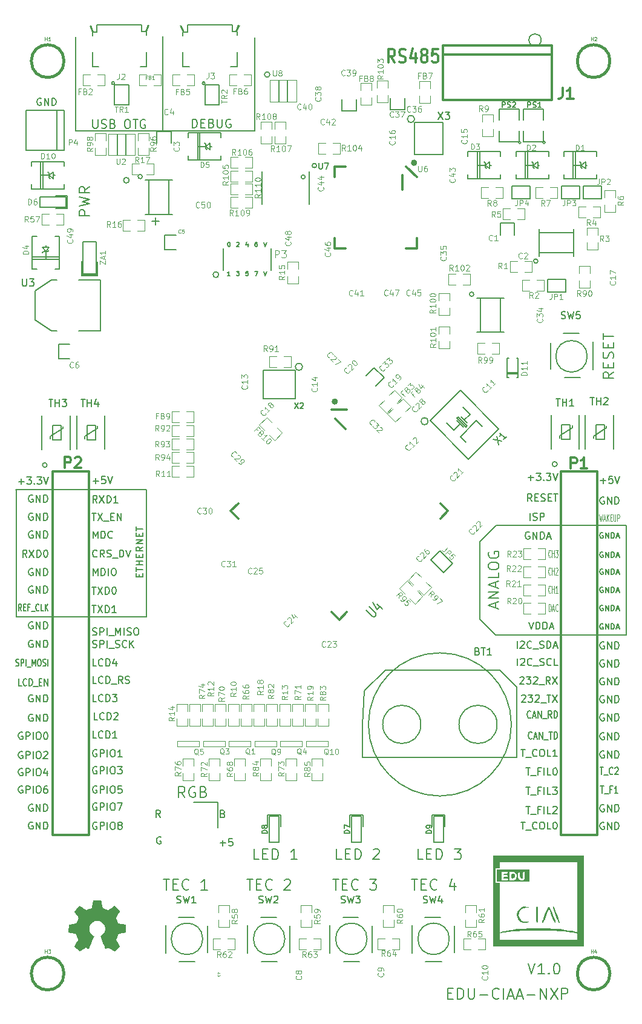
<source format=gto>
G04 (created by PCBNEW (2013-07-07 BZR 4022)-stable) date 03/02/2015 07:37:05 a.m.*
%MOIN*%
G04 Gerber Fmt 3.4, Leading zero omitted, Abs format*
%FSLAX34Y34*%
G01*
G70*
G90*
G04 APERTURE LIST*
%ADD10C,0.00590551*%
%ADD11C,0.00787402*%
%ADD12C,0.00492126*%
%ADD13C,0.00688976*%
%ADD14C,0.0075*%
%ADD15C,0.00393701*%
%ADD16C,0.011811*%
%ADD17C,0.006*%
%ADD18C,0.012*%
%ADD19C,0.02*%
%ADD20C,0.0047*%
%ADD21C,0.008*%
%ADD22C,0.005*%
%ADD23C,0.015*%
%ADD24C,0.0001*%
%ADD25C,0.0039*%
%ADD26C,0.00472441*%
%ADD27C,0.0024*%
%ADD28C,0.0043*%
%ADD29C,0.0059*%
G04 APERTURE END LIST*
G54D10*
G54D11*
X73710Y-53578D02*
G75*
G03X73710Y-53578I-126J0D01*
G74*
G01*
X101809Y-53530D02*
G75*
G03X101809Y-53530I-133J0D01*
G74*
G01*
X100926Y-30190D02*
G75*
G03X100926Y-30190I-336J0D01*
G74*
G01*
X85981Y-32094D02*
G75*
G03X85981Y-32094I-147J0D01*
G74*
G01*
X78228Y-37912D02*
G75*
G03X78228Y-37912I-152J0D01*
G74*
G01*
X73380Y-33414D02*
X73342Y-33395D01*
X73286Y-33395D01*
X73230Y-33414D01*
X73192Y-33451D01*
X73173Y-33489D01*
X73155Y-33564D01*
X73155Y-33620D01*
X73173Y-33695D01*
X73192Y-33733D01*
X73230Y-33770D01*
X73286Y-33789D01*
X73323Y-33789D01*
X73380Y-33770D01*
X73398Y-33751D01*
X73398Y-33620D01*
X73323Y-33620D01*
X73567Y-33789D02*
X73567Y-33395D01*
X73792Y-33789D01*
X73792Y-33395D01*
X73980Y-33789D02*
X73980Y-33395D01*
X74073Y-33395D01*
X74130Y-33414D01*
X74167Y-33451D01*
X74186Y-33489D01*
X74205Y-33564D01*
X74205Y-33620D01*
X74186Y-33695D01*
X74167Y-33733D01*
X74130Y-33770D01*
X74073Y-33789D01*
X73980Y-33789D01*
X100096Y-70241D02*
X100321Y-70241D01*
X100209Y-70635D02*
X100209Y-70241D01*
X100359Y-70672D02*
X100659Y-70672D01*
X100884Y-70429D02*
X100753Y-70429D01*
X100753Y-70635D02*
X100753Y-70241D01*
X100940Y-70241D01*
X101090Y-70635D02*
X101090Y-70241D01*
X101465Y-70635D02*
X101278Y-70635D01*
X101278Y-70241D01*
X101671Y-70241D02*
X101709Y-70241D01*
X101746Y-70260D01*
X101765Y-70279D01*
X101784Y-70316D01*
X101803Y-70391D01*
X101803Y-70485D01*
X101784Y-70560D01*
X101765Y-70597D01*
X101746Y-70616D01*
X101709Y-70635D01*
X101671Y-70635D01*
X101634Y-70616D01*
X101615Y-70597D01*
X101596Y-70560D01*
X101578Y-70485D01*
X101578Y-70391D01*
X101596Y-70316D01*
X101615Y-70279D01*
X101634Y-70260D01*
X101671Y-70241D01*
X100096Y-72355D02*
X100321Y-72355D01*
X100209Y-72749D02*
X100209Y-72355D01*
X100359Y-72786D02*
X100659Y-72786D01*
X100884Y-72543D02*
X100753Y-72543D01*
X100753Y-72749D02*
X100753Y-72355D01*
X100940Y-72355D01*
X101090Y-72749D02*
X101090Y-72355D01*
X101465Y-72749D02*
X101278Y-72749D01*
X101278Y-72355D01*
X101578Y-72393D02*
X101596Y-72374D01*
X101634Y-72355D01*
X101728Y-72355D01*
X101765Y-72374D01*
X101784Y-72393D01*
X101803Y-72430D01*
X101803Y-72468D01*
X101784Y-72524D01*
X101559Y-72749D01*
X101803Y-72749D01*
X100096Y-71313D02*
X100321Y-71313D01*
X100209Y-71707D02*
X100209Y-71313D01*
X100359Y-71744D02*
X100659Y-71744D01*
X100884Y-71501D02*
X100753Y-71501D01*
X100753Y-71707D02*
X100753Y-71313D01*
X100940Y-71313D01*
X101090Y-71707D02*
X101090Y-71313D01*
X101465Y-71707D02*
X101278Y-71707D01*
X101278Y-71313D01*
X101559Y-71313D02*
X101803Y-71313D01*
X101671Y-71463D01*
X101728Y-71463D01*
X101765Y-71482D01*
X101784Y-71501D01*
X101803Y-71538D01*
X101803Y-71632D01*
X101784Y-71669D01*
X101765Y-71688D01*
X101728Y-71707D01*
X101615Y-71707D01*
X101578Y-71688D01*
X101559Y-71669D01*
X104195Y-71243D02*
X104375Y-71243D01*
X104285Y-71637D02*
X104285Y-71243D01*
X104405Y-71674D02*
X104645Y-71674D01*
X104824Y-71431D02*
X104719Y-71431D01*
X104719Y-71637D02*
X104719Y-71243D01*
X104869Y-71243D01*
X105154Y-71637D02*
X104974Y-71637D01*
X105064Y-71637D02*
X105064Y-71243D01*
X105034Y-71299D01*
X105004Y-71337D01*
X104974Y-71356D01*
X99815Y-73217D02*
X100040Y-73217D01*
X99928Y-73611D02*
X99928Y-73217D01*
X100078Y-73648D02*
X100378Y-73648D01*
X100696Y-73573D02*
X100678Y-73592D01*
X100621Y-73611D01*
X100584Y-73611D01*
X100528Y-73592D01*
X100490Y-73555D01*
X100471Y-73517D01*
X100453Y-73442D01*
X100453Y-73386D01*
X100471Y-73311D01*
X100490Y-73273D01*
X100528Y-73236D01*
X100584Y-73217D01*
X100621Y-73217D01*
X100678Y-73236D01*
X100696Y-73255D01*
X100940Y-73217D02*
X101015Y-73217D01*
X101053Y-73236D01*
X101090Y-73273D01*
X101109Y-73348D01*
X101109Y-73480D01*
X101090Y-73555D01*
X101053Y-73592D01*
X101015Y-73611D01*
X100940Y-73611D01*
X100903Y-73592D01*
X100865Y-73555D01*
X100846Y-73480D01*
X100846Y-73348D01*
X100865Y-73273D01*
X100903Y-73236D01*
X100940Y-73217D01*
X101465Y-73611D02*
X101278Y-73611D01*
X101278Y-73217D01*
X101671Y-73217D02*
X101709Y-73217D01*
X101746Y-73236D01*
X101765Y-73255D01*
X101784Y-73292D01*
X101803Y-73367D01*
X101803Y-73461D01*
X101784Y-73536D01*
X101765Y-73573D01*
X101746Y-73592D01*
X101709Y-73611D01*
X101671Y-73611D01*
X101634Y-73592D01*
X101615Y-73573D01*
X101596Y-73536D01*
X101578Y-73461D01*
X101578Y-73367D01*
X101596Y-73292D01*
X101615Y-73255D01*
X101634Y-73236D01*
X101671Y-73217D01*
X104172Y-70213D02*
X104352Y-70213D01*
X104262Y-70607D02*
X104262Y-70213D01*
X104382Y-70644D02*
X104622Y-70644D01*
X104877Y-70569D02*
X104862Y-70588D01*
X104817Y-70607D01*
X104787Y-70607D01*
X104742Y-70588D01*
X104712Y-70551D01*
X104697Y-70513D01*
X104682Y-70438D01*
X104682Y-70382D01*
X104697Y-70307D01*
X104712Y-70269D01*
X104742Y-70232D01*
X104787Y-70213D01*
X104817Y-70213D01*
X104862Y-70232D01*
X104877Y-70251D01*
X104997Y-70251D02*
X105012Y-70232D01*
X105042Y-70213D01*
X105117Y-70213D01*
X105147Y-70232D01*
X105162Y-70251D01*
X105177Y-70288D01*
X105177Y-70326D01*
X105162Y-70382D01*
X104982Y-70607D01*
X105177Y-70607D01*
X99815Y-69219D02*
X100040Y-69219D01*
X99928Y-69613D02*
X99928Y-69219D01*
X100078Y-69650D02*
X100378Y-69650D01*
X100696Y-69575D02*
X100678Y-69594D01*
X100621Y-69613D01*
X100584Y-69613D01*
X100528Y-69594D01*
X100490Y-69557D01*
X100471Y-69519D01*
X100453Y-69444D01*
X100453Y-69388D01*
X100471Y-69313D01*
X100490Y-69275D01*
X100528Y-69238D01*
X100584Y-69219D01*
X100621Y-69219D01*
X100678Y-69238D01*
X100696Y-69257D01*
X100940Y-69219D02*
X101015Y-69219D01*
X101053Y-69238D01*
X101090Y-69275D01*
X101109Y-69350D01*
X101109Y-69482D01*
X101090Y-69557D01*
X101053Y-69594D01*
X101015Y-69613D01*
X100940Y-69613D01*
X100903Y-69594D01*
X100865Y-69557D01*
X100846Y-69482D01*
X100846Y-69350D01*
X100865Y-69275D01*
X100903Y-69238D01*
X100940Y-69219D01*
X101465Y-69613D02*
X101278Y-69613D01*
X101278Y-69219D01*
X101803Y-69613D02*
X101578Y-69613D01*
X101690Y-69613D02*
X101690Y-69219D01*
X101653Y-69275D01*
X101615Y-69313D01*
X101578Y-69332D01*
X100423Y-68611D02*
X100408Y-68630D01*
X100363Y-68649D01*
X100333Y-68649D01*
X100288Y-68630D01*
X100258Y-68593D01*
X100243Y-68555D01*
X100228Y-68480D01*
X100228Y-68424D01*
X100243Y-68349D01*
X100258Y-68311D01*
X100288Y-68274D01*
X100333Y-68255D01*
X100363Y-68255D01*
X100408Y-68274D01*
X100423Y-68293D01*
X100543Y-68536D02*
X100693Y-68536D01*
X100513Y-68649D02*
X100618Y-68255D01*
X100723Y-68649D01*
X100828Y-68649D02*
X100828Y-68255D01*
X101008Y-68649D01*
X101008Y-68255D01*
X101083Y-68686D02*
X101323Y-68686D01*
X101353Y-68255D02*
X101533Y-68255D01*
X101443Y-68649D02*
X101443Y-68255D01*
X101638Y-68649D02*
X101638Y-68255D01*
X101713Y-68255D01*
X101758Y-68274D01*
X101788Y-68311D01*
X101803Y-68349D01*
X101818Y-68424D01*
X101818Y-68480D01*
X101803Y-68555D01*
X101788Y-68593D01*
X101758Y-68630D01*
X101713Y-68649D01*
X101638Y-68649D01*
X100348Y-67461D02*
X100333Y-67480D01*
X100288Y-67499D01*
X100258Y-67499D01*
X100213Y-67480D01*
X100183Y-67443D01*
X100168Y-67405D01*
X100153Y-67330D01*
X100153Y-67274D01*
X100168Y-67199D01*
X100183Y-67161D01*
X100213Y-67124D01*
X100258Y-67105D01*
X100288Y-67105D01*
X100333Y-67124D01*
X100348Y-67143D01*
X100468Y-67386D02*
X100618Y-67386D01*
X100438Y-67499D02*
X100543Y-67105D01*
X100648Y-67499D01*
X100753Y-67499D02*
X100753Y-67105D01*
X100933Y-67499D01*
X100933Y-67105D01*
X101008Y-67536D02*
X101248Y-67536D01*
X101503Y-67499D02*
X101398Y-67311D01*
X101323Y-67499D02*
X101323Y-67105D01*
X101443Y-67105D01*
X101473Y-67124D01*
X101488Y-67143D01*
X101503Y-67180D01*
X101503Y-67236D01*
X101488Y-67274D01*
X101473Y-67293D01*
X101443Y-67311D01*
X101323Y-67311D01*
X101638Y-67499D02*
X101638Y-67105D01*
X101713Y-67105D01*
X101758Y-67124D01*
X101788Y-67161D01*
X101803Y-67199D01*
X101818Y-67274D01*
X101818Y-67330D01*
X101803Y-67405D01*
X101788Y-67443D01*
X101758Y-67480D01*
X101713Y-67499D01*
X101638Y-67499D01*
X99853Y-66261D02*
X99872Y-66242D01*
X99909Y-66223D01*
X100003Y-66223D01*
X100040Y-66242D01*
X100059Y-66261D01*
X100078Y-66298D01*
X100078Y-66336D01*
X100059Y-66392D01*
X99834Y-66617D01*
X100078Y-66617D01*
X100209Y-66223D02*
X100453Y-66223D01*
X100321Y-66373D01*
X100378Y-66373D01*
X100415Y-66392D01*
X100434Y-66411D01*
X100453Y-66448D01*
X100453Y-66542D01*
X100434Y-66579D01*
X100415Y-66598D01*
X100378Y-66617D01*
X100265Y-66617D01*
X100228Y-66598D01*
X100209Y-66579D01*
X100603Y-66261D02*
X100621Y-66242D01*
X100659Y-66223D01*
X100753Y-66223D01*
X100790Y-66242D01*
X100809Y-66261D01*
X100828Y-66298D01*
X100828Y-66336D01*
X100809Y-66392D01*
X100584Y-66617D01*
X100828Y-66617D01*
X100903Y-66654D02*
X101203Y-66654D01*
X101240Y-66223D02*
X101465Y-66223D01*
X101353Y-66617D02*
X101353Y-66223D01*
X101559Y-66223D02*
X101821Y-66617D01*
X101821Y-66223D02*
X101559Y-66617D01*
X99759Y-65267D02*
X99778Y-65248D01*
X99815Y-65229D01*
X99909Y-65229D01*
X99946Y-65248D01*
X99965Y-65267D01*
X99984Y-65304D01*
X99984Y-65342D01*
X99965Y-65398D01*
X99740Y-65623D01*
X99984Y-65623D01*
X100115Y-65229D02*
X100359Y-65229D01*
X100228Y-65379D01*
X100284Y-65379D01*
X100321Y-65398D01*
X100340Y-65417D01*
X100359Y-65454D01*
X100359Y-65548D01*
X100340Y-65585D01*
X100321Y-65604D01*
X100284Y-65623D01*
X100171Y-65623D01*
X100134Y-65604D01*
X100115Y-65585D01*
X100509Y-65267D02*
X100528Y-65248D01*
X100565Y-65229D01*
X100659Y-65229D01*
X100696Y-65248D01*
X100715Y-65267D01*
X100734Y-65304D01*
X100734Y-65342D01*
X100715Y-65398D01*
X100490Y-65623D01*
X100734Y-65623D01*
X100809Y-65660D02*
X101109Y-65660D01*
X101428Y-65623D02*
X101296Y-65435D01*
X101203Y-65623D02*
X101203Y-65229D01*
X101353Y-65229D01*
X101390Y-65248D01*
X101409Y-65267D01*
X101428Y-65304D01*
X101428Y-65360D01*
X101409Y-65398D01*
X101390Y-65417D01*
X101353Y-65435D01*
X101203Y-65435D01*
X101559Y-65229D02*
X101821Y-65623D01*
X101821Y-65229D02*
X101559Y-65623D01*
X99628Y-64609D02*
X99628Y-64215D01*
X99797Y-64253D02*
X99815Y-64234D01*
X99853Y-64215D01*
X99946Y-64215D01*
X99984Y-64234D01*
X100003Y-64253D01*
X100021Y-64290D01*
X100021Y-64328D01*
X100003Y-64384D01*
X99778Y-64609D01*
X100021Y-64609D01*
X100415Y-64571D02*
X100396Y-64590D01*
X100340Y-64609D01*
X100303Y-64609D01*
X100246Y-64590D01*
X100209Y-64553D01*
X100190Y-64515D01*
X100171Y-64440D01*
X100171Y-64384D01*
X100190Y-64309D01*
X100209Y-64271D01*
X100246Y-64234D01*
X100303Y-64215D01*
X100340Y-64215D01*
X100396Y-64234D01*
X100415Y-64253D01*
X100490Y-64646D02*
X100790Y-64646D01*
X100865Y-64590D02*
X100921Y-64609D01*
X101015Y-64609D01*
X101053Y-64590D01*
X101071Y-64571D01*
X101090Y-64534D01*
X101090Y-64496D01*
X101071Y-64459D01*
X101053Y-64440D01*
X101015Y-64421D01*
X100940Y-64403D01*
X100903Y-64384D01*
X100884Y-64365D01*
X100865Y-64328D01*
X100865Y-64290D01*
X100884Y-64253D01*
X100903Y-64234D01*
X100940Y-64215D01*
X101034Y-64215D01*
X101090Y-64234D01*
X101484Y-64571D02*
X101465Y-64590D01*
X101409Y-64609D01*
X101371Y-64609D01*
X101315Y-64590D01*
X101278Y-64553D01*
X101259Y-64515D01*
X101240Y-64440D01*
X101240Y-64384D01*
X101259Y-64309D01*
X101278Y-64271D01*
X101315Y-64234D01*
X101371Y-64215D01*
X101409Y-64215D01*
X101465Y-64234D01*
X101484Y-64253D01*
X101840Y-64609D02*
X101653Y-64609D01*
X101653Y-64215D01*
X99609Y-63657D02*
X99609Y-63263D01*
X99778Y-63301D02*
X99797Y-63282D01*
X99834Y-63263D01*
X99928Y-63263D01*
X99965Y-63282D01*
X99984Y-63301D01*
X100003Y-63338D01*
X100003Y-63376D01*
X99984Y-63432D01*
X99759Y-63657D01*
X100003Y-63657D01*
X100396Y-63619D02*
X100378Y-63638D01*
X100321Y-63657D01*
X100284Y-63657D01*
X100228Y-63638D01*
X100190Y-63601D01*
X100171Y-63563D01*
X100153Y-63488D01*
X100153Y-63432D01*
X100171Y-63357D01*
X100190Y-63319D01*
X100228Y-63282D01*
X100284Y-63263D01*
X100321Y-63263D01*
X100378Y-63282D01*
X100396Y-63301D01*
X100471Y-63694D02*
X100771Y-63694D01*
X100846Y-63638D02*
X100903Y-63657D01*
X100996Y-63657D01*
X101034Y-63638D01*
X101053Y-63619D01*
X101071Y-63582D01*
X101071Y-63544D01*
X101053Y-63507D01*
X101034Y-63488D01*
X100996Y-63469D01*
X100921Y-63451D01*
X100884Y-63432D01*
X100865Y-63413D01*
X100846Y-63376D01*
X100846Y-63338D01*
X100865Y-63301D01*
X100884Y-63282D01*
X100921Y-63263D01*
X101015Y-63263D01*
X101071Y-63282D01*
X101240Y-63657D02*
X101240Y-63263D01*
X101334Y-63263D01*
X101390Y-63282D01*
X101428Y-63319D01*
X101446Y-63357D01*
X101465Y-63432D01*
X101465Y-63488D01*
X101446Y-63563D01*
X101428Y-63601D01*
X101390Y-63638D01*
X101334Y-63657D01*
X101240Y-63657D01*
X101615Y-63544D02*
X101803Y-63544D01*
X101578Y-63657D02*
X101709Y-63263D01*
X101840Y-63657D01*
X98430Y-61436D02*
X98430Y-61155D01*
X98599Y-61492D02*
X98008Y-61296D01*
X98599Y-61099D01*
X98599Y-60902D02*
X98008Y-60902D01*
X98599Y-60564D01*
X98008Y-60564D01*
X98430Y-60311D02*
X98430Y-60030D01*
X98599Y-60368D02*
X98008Y-60171D01*
X98599Y-59974D01*
X98599Y-59496D02*
X98599Y-59777D01*
X98008Y-59777D01*
X98008Y-59186D02*
X98008Y-59074D01*
X98036Y-59018D01*
X98092Y-58961D01*
X98205Y-58933D01*
X98402Y-58933D01*
X98514Y-58961D01*
X98570Y-59018D01*
X98599Y-59074D01*
X98599Y-59186D01*
X98570Y-59243D01*
X98514Y-59299D01*
X98402Y-59327D01*
X98205Y-59327D01*
X98092Y-59299D01*
X98036Y-59243D01*
X98008Y-59186D01*
X98036Y-58371D02*
X98008Y-58427D01*
X98008Y-58512D01*
X98036Y-58596D01*
X98092Y-58652D01*
X98149Y-58680D01*
X98261Y-58708D01*
X98345Y-58708D01*
X98458Y-58680D01*
X98514Y-58652D01*
X98570Y-58596D01*
X98599Y-58512D01*
X98599Y-58455D01*
X98570Y-58371D01*
X98542Y-58343D01*
X98345Y-58343D01*
X98345Y-58455D01*
X105610Y-56908D02*
X105544Y-56908D01*
X105610Y-62920D02*
X105610Y-56908D01*
X98410Y-62920D02*
X105610Y-62920D01*
X97550Y-62060D02*
X98410Y-62920D01*
X97550Y-57810D02*
X97550Y-62060D01*
X98460Y-56900D02*
X97550Y-57810D01*
X105540Y-56900D02*
X98460Y-56900D01*
G54D12*
X101362Y-61629D02*
X101362Y-61235D01*
X101409Y-61235D01*
X101437Y-61254D01*
X101456Y-61291D01*
X101465Y-61329D01*
X101474Y-61404D01*
X101474Y-61460D01*
X101465Y-61535D01*
X101456Y-61573D01*
X101437Y-61610D01*
X101409Y-61629D01*
X101362Y-61629D01*
X101549Y-61516D02*
X101643Y-61516D01*
X101531Y-61629D02*
X101596Y-61235D01*
X101662Y-61629D01*
X101840Y-61591D02*
X101831Y-61610D01*
X101803Y-61629D01*
X101784Y-61629D01*
X101756Y-61610D01*
X101737Y-61573D01*
X101728Y-61535D01*
X101718Y-61460D01*
X101718Y-61404D01*
X101728Y-61329D01*
X101737Y-61291D01*
X101756Y-61254D01*
X101784Y-61235D01*
X101803Y-61235D01*
X101831Y-61254D01*
X101840Y-61273D01*
X101446Y-60581D02*
X101437Y-60600D01*
X101409Y-60619D01*
X101390Y-60619D01*
X101362Y-60600D01*
X101343Y-60563D01*
X101334Y-60525D01*
X101324Y-60450D01*
X101324Y-60394D01*
X101334Y-60319D01*
X101343Y-60281D01*
X101362Y-60244D01*
X101390Y-60225D01*
X101409Y-60225D01*
X101437Y-60244D01*
X101446Y-60263D01*
X101531Y-60619D02*
X101531Y-60225D01*
X101531Y-60413D02*
X101643Y-60413D01*
X101643Y-60619D02*
X101643Y-60225D01*
X101840Y-60619D02*
X101728Y-60619D01*
X101784Y-60619D02*
X101784Y-60225D01*
X101765Y-60281D01*
X101746Y-60319D01*
X101728Y-60338D01*
X101446Y-59581D02*
X101437Y-59600D01*
X101409Y-59619D01*
X101390Y-59619D01*
X101362Y-59600D01*
X101343Y-59563D01*
X101334Y-59525D01*
X101324Y-59450D01*
X101324Y-59394D01*
X101334Y-59319D01*
X101343Y-59281D01*
X101362Y-59244D01*
X101390Y-59225D01*
X101409Y-59225D01*
X101437Y-59244D01*
X101446Y-59263D01*
X101531Y-59619D02*
X101531Y-59225D01*
X101531Y-59413D02*
X101643Y-59413D01*
X101643Y-59619D02*
X101643Y-59225D01*
X101728Y-59263D02*
X101737Y-59244D01*
X101756Y-59225D01*
X101803Y-59225D01*
X101821Y-59244D01*
X101831Y-59263D01*
X101840Y-59300D01*
X101840Y-59338D01*
X101831Y-59394D01*
X101718Y-59619D01*
X101840Y-59619D01*
X101446Y-58611D02*
X101437Y-58630D01*
X101409Y-58649D01*
X101390Y-58649D01*
X101362Y-58630D01*
X101343Y-58593D01*
X101334Y-58555D01*
X101324Y-58480D01*
X101324Y-58424D01*
X101334Y-58349D01*
X101343Y-58311D01*
X101362Y-58274D01*
X101390Y-58255D01*
X101409Y-58255D01*
X101437Y-58274D01*
X101446Y-58293D01*
X101531Y-58649D02*
X101531Y-58255D01*
X101531Y-58443D02*
X101643Y-58443D01*
X101643Y-58649D02*
X101643Y-58255D01*
X101718Y-58255D02*
X101840Y-58255D01*
X101774Y-58405D01*
X101803Y-58405D01*
X101821Y-58424D01*
X101831Y-58443D01*
X101840Y-58480D01*
X101840Y-58574D01*
X101831Y-58611D01*
X101821Y-58630D01*
X101803Y-58649D01*
X101746Y-58649D01*
X101728Y-58630D01*
X101718Y-58611D01*
X104132Y-56285D02*
X104179Y-56679D01*
X104216Y-56398D01*
X104254Y-56679D01*
X104300Y-56285D01*
X104366Y-56566D02*
X104460Y-56566D01*
X104347Y-56679D02*
X104413Y-56285D01*
X104479Y-56679D01*
X104544Y-56679D02*
X104544Y-56285D01*
X104657Y-56679D02*
X104572Y-56454D01*
X104657Y-56285D02*
X104544Y-56510D01*
X104741Y-56473D02*
X104807Y-56473D01*
X104835Y-56679D02*
X104741Y-56679D01*
X104741Y-56285D01*
X104835Y-56285D01*
X104919Y-56285D02*
X104919Y-56604D01*
X104929Y-56641D01*
X104938Y-56660D01*
X104957Y-56679D01*
X104994Y-56679D01*
X105013Y-56660D01*
X105022Y-56641D01*
X105032Y-56604D01*
X105032Y-56285D01*
X105125Y-56679D02*
X105125Y-56285D01*
X105200Y-56285D01*
X105219Y-56304D01*
X105228Y-56323D01*
X105238Y-56360D01*
X105238Y-56416D01*
X105228Y-56454D01*
X105219Y-56473D01*
X105200Y-56491D01*
X105125Y-56491D01*
G54D11*
X100307Y-56621D02*
X100307Y-56227D01*
X100476Y-56602D02*
X100532Y-56621D01*
X100626Y-56621D01*
X100663Y-56602D01*
X100682Y-56583D01*
X100701Y-56546D01*
X100701Y-56508D01*
X100682Y-56471D01*
X100663Y-56452D01*
X100626Y-56433D01*
X100551Y-56415D01*
X100513Y-56396D01*
X100495Y-56377D01*
X100476Y-56340D01*
X100476Y-56302D01*
X100495Y-56265D01*
X100513Y-56246D01*
X100551Y-56227D01*
X100645Y-56227D01*
X100701Y-56246D01*
X100870Y-56621D02*
X100870Y-56227D01*
X101020Y-56227D01*
X101057Y-56246D01*
X101076Y-56265D01*
X101095Y-56302D01*
X101095Y-56358D01*
X101076Y-56396D01*
X101057Y-56415D01*
X101020Y-56433D01*
X100870Y-56433D01*
X100415Y-55571D02*
X100284Y-55383D01*
X100190Y-55571D02*
X100190Y-55177D01*
X100340Y-55177D01*
X100378Y-55196D01*
X100396Y-55215D01*
X100415Y-55252D01*
X100415Y-55308D01*
X100396Y-55346D01*
X100378Y-55365D01*
X100340Y-55383D01*
X100190Y-55383D01*
X100584Y-55365D02*
X100715Y-55365D01*
X100771Y-55571D02*
X100584Y-55571D01*
X100584Y-55177D01*
X100771Y-55177D01*
X100921Y-55552D02*
X100978Y-55571D01*
X101071Y-55571D01*
X101109Y-55552D01*
X101128Y-55533D01*
X101146Y-55496D01*
X101146Y-55458D01*
X101128Y-55421D01*
X101109Y-55402D01*
X101071Y-55383D01*
X100996Y-55365D01*
X100959Y-55346D01*
X100940Y-55327D01*
X100921Y-55290D01*
X100921Y-55252D01*
X100940Y-55215D01*
X100959Y-55196D01*
X100996Y-55177D01*
X101090Y-55177D01*
X101146Y-55196D01*
X101315Y-55365D02*
X101446Y-55365D01*
X101503Y-55571D02*
X101315Y-55571D01*
X101315Y-55177D01*
X101503Y-55177D01*
X101615Y-55177D02*
X101840Y-55177D01*
X101728Y-55571D02*
X101728Y-55177D01*
X76445Y-73244D02*
X76408Y-73225D01*
X76352Y-73225D01*
X76295Y-73244D01*
X76258Y-73281D01*
X76239Y-73319D01*
X76220Y-73394D01*
X76220Y-73450D01*
X76239Y-73525D01*
X76258Y-73563D01*
X76295Y-73600D01*
X76352Y-73619D01*
X76389Y-73619D01*
X76445Y-73600D01*
X76464Y-73581D01*
X76464Y-73450D01*
X76389Y-73450D01*
X76633Y-73619D02*
X76633Y-73225D01*
X76783Y-73225D01*
X76820Y-73244D01*
X76839Y-73263D01*
X76858Y-73300D01*
X76858Y-73356D01*
X76839Y-73394D01*
X76820Y-73413D01*
X76783Y-73431D01*
X76633Y-73431D01*
X77027Y-73619D02*
X77027Y-73225D01*
X77289Y-73225D02*
X77364Y-73225D01*
X77402Y-73244D01*
X77439Y-73281D01*
X77458Y-73356D01*
X77458Y-73488D01*
X77439Y-73563D01*
X77402Y-73600D01*
X77364Y-73619D01*
X77289Y-73619D01*
X77252Y-73600D01*
X77214Y-73563D01*
X77195Y-73488D01*
X77195Y-73356D01*
X77214Y-73281D01*
X77252Y-73244D01*
X77289Y-73225D01*
X77683Y-73394D02*
X77645Y-73375D01*
X77627Y-73356D01*
X77608Y-73319D01*
X77608Y-73300D01*
X77627Y-73263D01*
X77645Y-73244D01*
X77683Y-73225D01*
X77758Y-73225D01*
X77795Y-73244D01*
X77814Y-73263D01*
X77833Y-73300D01*
X77833Y-73319D01*
X77814Y-73356D01*
X77795Y-73375D01*
X77758Y-73394D01*
X77683Y-73394D01*
X77645Y-73413D01*
X77627Y-73431D01*
X77608Y-73469D01*
X77608Y-73544D01*
X77627Y-73581D01*
X77645Y-73600D01*
X77683Y-73619D01*
X77758Y-73619D01*
X77795Y-73600D01*
X77814Y-73581D01*
X77833Y-73544D01*
X77833Y-73469D01*
X77814Y-73431D01*
X77795Y-73413D01*
X77758Y-73394D01*
X76445Y-72194D02*
X76408Y-72175D01*
X76352Y-72175D01*
X76295Y-72194D01*
X76258Y-72231D01*
X76239Y-72269D01*
X76220Y-72344D01*
X76220Y-72400D01*
X76239Y-72475D01*
X76258Y-72513D01*
X76295Y-72550D01*
X76352Y-72569D01*
X76389Y-72569D01*
X76445Y-72550D01*
X76464Y-72531D01*
X76464Y-72400D01*
X76389Y-72400D01*
X76633Y-72569D02*
X76633Y-72175D01*
X76783Y-72175D01*
X76820Y-72194D01*
X76839Y-72213D01*
X76858Y-72250D01*
X76858Y-72306D01*
X76839Y-72344D01*
X76820Y-72363D01*
X76783Y-72381D01*
X76633Y-72381D01*
X77027Y-72569D02*
X77027Y-72175D01*
X77289Y-72175D02*
X77364Y-72175D01*
X77402Y-72194D01*
X77439Y-72231D01*
X77458Y-72306D01*
X77458Y-72438D01*
X77439Y-72513D01*
X77402Y-72550D01*
X77364Y-72569D01*
X77289Y-72569D01*
X77252Y-72550D01*
X77214Y-72513D01*
X77195Y-72438D01*
X77195Y-72306D01*
X77214Y-72231D01*
X77252Y-72194D01*
X77289Y-72175D01*
X77589Y-72175D02*
X77852Y-72175D01*
X77683Y-72569D01*
X76445Y-71254D02*
X76408Y-71235D01*
X76352Y-71235D01*
X76295Y-71254D01*
X76258Y-71291D01*
X76239Y-71329D01*
X76220Y-71404D01*
X76220Y-71460D01*
X76239Y-71535D01*
X76258Y-71573D01*
X76295Y-71610D01*
X76352Y-71629D01*
X76389Y-71629D01*
X76445Y-71610D01*
X76464Y-71591D01*
X76464Y-71460D01*
X76389Y-71460D01*
X76633Y-71629D02*
X76633Y-71235D01*
X76783Y-71235D01*
X76820Y-71254D01*
X76839Y-71273D01*
X76858Y-71310D01*
X76858Y-71366D01*
X76839Y-71404D01*
X76820Y-71423D01*
X76783Y-71441D01*
X76633Y-71441D01*
X77027Y-71629D02*
X77027Y-71235D01*
X77289Y-71235D02*
X77364Y-71235D01*
X77402Y-71254D01*
X77439Y-71291D01*
X77458Y-71366D01*
X77458Y-71498D01*
X77439Y-71573D01*
X77402Y-71610D01*
X77364Y-71629D01*
X77289Y-71629D01*
X77252Y-71610D01*
X77214Y-71573D01*
X77195Y-71498D01*
X77195Y-71366D01*
X77214Y-71291D01*
X77252Y-71254D01*
X77289Y-71235D01*
X77814Y-71235D02*
X77627Y-71235D01*
X77608Y-71423D01*
X77627Y-71404D01*
X77664Y-71385D01*
X77758Y-71385D01*
X77795Y-71404D01*
X77814Y-71423D01*
X77833Y-71460D01*
X77833Y-71554D01*
X77814Y-71591D01*
X77795Y-71610D01*
X77758Y-71629D01*
X77664Y-71629D01*
X77627Y-71610D01*
X77608Y-71591D01*
X76445Y-70194D02*
X76408Y-70175D01*
X76352Y-70175D01*
X76295Y-70194D01*
X76258Y-70231D01*
X76239Y-70269D01*
X76220Y-70344D01*
X76220Y-70400D01*
X76239Y-70475D01*
X76258Y-70513D01*
X76295Y-70550D01*
X76352Y-70569D01*
X76389Y-70569D01*
X76445Y-70550D01*
X76464Y-70531D01*
X76464Y-70400D01*
X76389Y-70400D01*
X76633Y-70569D02*
X76633Y-70175D01*
X76783Y-70175D01*
X76820Y-70194D01*
X76839Y-70213D01*
X76858Y-70250D01*
X76858Y-70306D01*
X76839Y-70344D01*
X76820Y-70363D01*
X76783Y-70381D01*
X76633Y-70381D01*
X77027Y-70569D02*
X77027Y-70175D01*
X77289Y-70175D02*
X77364Y-70175D01*
X77402Y-70194D01*
X77439Y-70231D01*
X77458Y-70306D01*
X77458Y-70438D01*
X77439Y-70513D01*
X77402Y-70550D01*
X77364Y-70569D01*
X77289Y-70569D01*
X77252Y-70550D01*
X77214Y-70513D01*
X77195Y-70438D01*
X77195Y-70306D01*
X77214Y-70231D01*
X77252Y-70194D01*
X77289Y-70175D01*
X77589Y-70175D02*
X77833Y-70175D01*
X77702Y-70325D01*
X77758Y-70325D01*
X77795Y-70344D01*
X77814Y-70363D01*
X77833Y-70400D01*
X77833Y-70494D01*
X77814Y-70531D01*
X77795Y-70550D01*
X77758Y-70569D01*
X77645Y-70569D01*
X77608Y-70550D01*
X77589Y-70531D01*
X76445Y-69254D02*
X76408Y-69235D01*
X76352Y-69235D01*
X76295Y-69254D01*
X76258Y-69291D01*
X76239Y-69329D01*
X76220Y-69404D01*
X76220Y-69460D01*
X76239Y-69535D01*
X76258Y-69573D01*
X76295Y-69610D01*
X76352Y-69629D01*
X76389Y-69629D01*
X76445Y-69610D01*
X76464Y-69591D01*
X76464Y-69460D01*
X76389Y-69460D01*
X76633Y-69629D02*
X76633Y-69235D01*
X76783Y-69235D01*
X76820Y-69254D01*
X76839Y-69273D01*
X76858Y-69310D01*
X76858Y-69366D01*
X76839Y-69404D01*
X76820Y-69423D01*
X76783Y-69441D01*
X76633Y-69441D01*
X77027Y-69629D02*
X77027Y-69235D01*
X77289Y-69235D02*
X77364Y-69235D01*
X77402Y-69254D01*
X77439Y-69291D01*
X77458Y-69366D01*
X77458Y-69498D01*
X77439Y-69573D01*
X77402Y-69610D01*
X77364Y-69629D01*
X77289Y-69629D01*
X77252Y-69610D01*
X77214Y-69573D01*
X77195Y-69498D01*
X77195Y-69366D01*
X77214Y-69291D01*
X77252Y-69254D01*
X77289Y-69235D01*
X77833Y-69629D02*
X77608Y-69629D01*
X77720Y-69629D02*
X77720Y-69235D01*
X77683Y-69291D01*
X77645Y-69329D01*
X77608Y-69348D01*
X72355Y-71254D02*
X72318Y-71235D01*
X72261Y-71235D01*
X72205Y-71254D01*
X72168Y-71291D01*
X72149Y-71329D01*
X72130Y-71404D01*
X72130Y-71460D01*
X72149Y-71535D01*
X72168Y-71573D01*
X72205Y-71610D01*
X72261Y-71629D01*
X72299Y-71629D01*
X72355Y-71610D01*
X72374Y-71591D01*
X72374Y-71460D01*
X72299Y-71460D01*
X72543Y-71629D02*
X72543Y-71235D01*
X72693Y-71235D01*
X72730Y-71254D01*
X72749Y-71273D01*
X72768Y-71310D01*
X72768Y-71366D01*
X72749Y-71404D01*
X72730Y-71423D01*
X72693Y-71441D01*
X72543Y-71441D01*
X72936Y-71629D02*
X72936Y-71235D01*
X73199Y-71235D02*
X73274Y-71235D01*
X73311Y-71254D01*
X73349Y-71291D01*
X73368Y-71366D01*
X73368Y-71498D01*
X73349Y-71573D01*
X73311Y-71610D01*
X73274Y-71629D01*
X73199Y-71629D01*
X73161Y-71610D01*
X73124Y-71573D01*
X73105Y-71498D01*
X73105Y-71366D01*
X73124Y-71291D01*
X73161Y-71254D01*
X73199Y-71235D01*
X73705Y-71235D02*
X73630Y-71235D01*
X73593Y-71254D01*
X73574Y-71273D01*
X73536Y-71329D01*
X73518Y-71404D01*
X73518Y-71554D01*
X73536Y-71591D01*
X73555Y-71610D01*
X73593Y-71629D01*
X73668Y-71629D01*
X73705Y-71610D01*
X73724Y-71591D01*
X73743Y-71554D01*
X73743Y-71460D01*
X73724Y-71423D01*
X73705Y-71404D01*
X73668Y-71385D01*
X73593Y-71385D01*
X73555Y-71404D01*
X73536Y-71423D01*
X73518Y-71460D01*
X72355Y-70294D02*
X72318Y-70275D01*
X72261Y-70275D01*
X72205Y-70294D01*
X72168Y-70331D01*
X72149Y-70369D01*
X72130Y-70444D01*
X72130Y-70500D01*
X72149Y-70575D01*
X72168Y-70613D01*
X72205Y-70650D01*
X72261Y-70669D01*
X72299Y-70669D01*
X72355Y-70650D01*
X72374Y-70631D01*
X72374Y-70500D01*
X72299Y-70500D01*
X72543Y-70669D02*
X72543Y-70275D01*
X72693Y-70275D01*
X72730Y-70294D01*
X72749Y-70313D01*
X72768Y-70350D01*
X72768Y-70406D01*
X72749Y-70444D01*
X72730Y-70463D01*
X72693Y-70481D01*
X72543Y-70481D01*
X72936Y-70669D02*
X72936Y-70275D01*
X73199Y-70275D02*
X73274Y-70275D01*
X73311Y-70294D01*
X73349Y-70331D01*
X73368Y-70406D01*
X73368Y-70538D01*
X73349Y-70613D01*
X73311Y-70650D01*
X73274Y-70669D01*
X73199Y-70669D01*
X73161Y-70650D01*
X73124Y-70613D01*
X73105Y-70538D01*
X73105Y-70406D01*
X73124Y-70331D01*
X73161Y-70294D01*
X73199Y-70275D01*
X73705Y-70406D02*
X73705Y-70669D01*
X73611Y-70256D02*
X73518Y-70538D01*
X73761Y-70538D01*
X72355Y-69354D02*
X72318Y-69335D01*
X72261Y-69335D01*
X72205Y-69354D01*
X72168Y-69391D01*
X72149Y-69429D01*
X72130Y-69504D01*
X72130Y-69560D01*
X72149Y-69635D01*
X72168Y-69673D01*
X72205Y-69710D01*
X72261Y-69729D01*
X72299Y-69729D01*
X72355Y-69710D01*
X72374Y-69691D01*
X72374Y-69560D01*
X72299Y-69560D01*
X72543Y-69729D02*
X72543Y-69335D01*
X72693Y-69335D01*
X72730Y-69354D01*
X72749Y-69373D01*
X72768Y-69410D01*
X72768Y-69466D01*
X72749Y-69504D01*
X72730Y-69523D01*
X72693Y-69541D01*
X72543Y-69541D01*
X72936Y-69729D02*
X72936Y-69335D01*
X73199Y-69335D02*
X73274Y-69335D01*
X73311Y-69354D01*
X73349Y-69391D01*
X73368Y-69466D01*
X73368Y-69598D01*
X73349Y-69673D01*
X73311Y-69710D01*
X73274Y-69729D01*
X73199Y-69729D01*
X73161Y-69710D01*
X73124Y-69673D01*
X73105Y-69598D01*
X73105Y-69466D01*
X73124Y-69391D01*
X73161Y-69354D01*
X73199Y-69335D01*
X73518Y-69373D02*
X73536Y-69354D01*
X73574Y-69335D01*
X73668Y-69335D01*
X73705Y-69354D01*
X73724Y-69373D01*
X73743Y-69410D01*
X73743Y-69448D01*
X73724Y-69504D01*
X73499Y-69729D01*
X73743Y-69729D01*
X72355Y-68294D02*
X72318Y-68275D01*
X72261Y-68275D01*
X72205Y-68294D01*
X72168Y-68331D01*
X72149Y-68369D01*
X72130Y-68444D01*
X72130Y-68500D01*
X72149Y-68575D01*
X72168Y-68613D01*
X72205Y-68650D01*
X72261Y-68669D01*
X72299Y-68669D01*
X72355Y-68650D01*
X72374Y-68631D01*
X72374Y-68500D01*
X72299Y-68500D01*
X72543Y-68669D02*
X72543Y-68275D01*
X72693Y-68275D01*
X72730Y-68294D01*
X72749Y-68313D01*
X72768Y-68350D01*
X72768Y-68406D01*
X72749Y-68444D01*
X72730Y-68463D01*
X72693Y-68481D01*
X72543Y-68481D01*
X72936Y-68669D02*
X72936Y-68275D01*
X73199Y-68275D02*
X73274Y-68275D01*
X73311Y-68294D01*
X73349Y-68331D01*
X73368Y-68406D01*
X73368Y-68538D01*
X73349Y-68613D01*
X73311Y-68650D01*
X73274Y-68669D01*
X73199Y-68669D01*
X73161Y-68650D01*
X73124Y-68613D01*
X73105Y-68538D01*
X73105Y-68406D01*
X73124Y-68331D01*
X73161Y-68294D01*
X73199Y-68275D01*
X73611Y-68275D02*
X73649Y-68275D01*
X73686Y-68294D01*
X73705Y-68313D01*
X73724Y-68350D01*
X73743Y-68425D01*
X73743Y-68519D01*
X73724Y-68594D01*
X73705Y-68631D01*
X73686Y-68650D01*
X73649Y-68669D01*
X73611Y-68669D01*
X73574Y-68650D01*
X73555Y-68631D01*
X73536Y-68594D01*
X73518Y-68519D01*
X73518Y-68425D01*
X73536Y-68350D01*
X73555Y-68313D01*
X73574Y-68294D01*
X73611Y-68275D01*
X72918Y-67300D02*
X72880Y-67281D01*
X72824Y-67281D01*
X72768Y-67300D01*
X72730Y-67337D01*
X72711Y-67375D01*
X72693Y-67450D01*
X72693Y-67506D01*
X72711Y-67581D01*
X72730Y-67619D01*
X72768Y-67656D01*
X72824Y-67675D01*
X72861Y-67675D01*
X72918Y-67656D01*
X72936Y-67637D01*
X72936Y-67506D01*
X72861Y-67506D01*
X73105Y-67675D02*
X73105Y-67281D01*
X73330Y-67675D01*
X73330Y-67281D01*
X73518Y-67675D02*
X73518Y-67281D01*
X73611Y-67281D01*
X73668Y-67300D01*
X73705Y-67337D01*
X73724Y-67375D01*
X73743Y-67450D01*
X73743Y-67506D01*
X73724Y-67581D01*
X73705Y-67619D01*
X73668Y-67656D01*
X73611Y-67675D01*
X73518Y-67675D01*
X72918Y-66234D02*
X72880Y-66215D01*
X72824Y-66215D01*
X72768Y-66234D01*
X72730Y-66271D01*
X72711Y-66309D01*
X72693Y-66384D01*
X72693Y-66440D01*
X72711Y-66515D01*
X72730Y-66553D01*
X72768Y-66590D01*
X72824Y-66609D01*
X72861Y-66609D01*
X72918Y-66590D01*
X72936Y-66571D01*
X72936Y-66440D01*
X72861Y-66440D01*
X73105Y-66609D02*
X73105Y-66215D01*
X73330Y-66609D01*
X73330Y-66215D01*
X73518Y-66609D02*
X73518Y-66215D01*
X73611Y-66215D01*
X73668Y-66234D01*
X73705Y-66271D01*
X73724Y-66309D01*
X73743Y-66384D01*
X73743Y-66440D01*
X73724Y-66515D01*
X73705Y-66553D01*
X73668Y-66590D01*
X73611Y-66609D01*
X73518Y-66609D01*
X72303Y-65725D02*
X72153Y-65725D01*
X72153Y-65331D01*
X72588Y-65687D02*
X72573Y-65706D01*
X72528Y-65725D01*
X72498Y-65725D01*
X72453Y-65706D01*
X72423Y-65669D01*
X72408Y-65631D01*
X72393Y-65556D01*
X72393Y-65500D01*
X72408Y-65425D01*
X72423Y-65387D01*
X72453Y-65350D01*
X72498Y-65331D01*
X72528Y-65331D01*
X72573Y-65350D01*
X72588Y-65369D01*
X72723Y-65725D02*
X72723Y-65331D01*
X72798Y-65331D01*
X72843Y-65350D01*
X72873Y-65387D01*
X72888Y-65425D01*
X72903Y-65500D01*
X72903Y-65556D01*
X72888Y-65631D01*
X72873Y-65669D01*
X72843Y-65706D01*
X72798Y-65725D01*
X72723Y-65725D01*
X72963Y-65762D02*
X73203Y-65762D01*
X73278Y-65519D02*
X73383Y-65519D01*
X73428Y-65725D02*
X73278Y-65725D01*
X73278Y-65331D01*
X73428Y-65331D01*
X73563Y-65725D02*
X73563Y-65331D01*
X73743Y-65725D01*
X73743Y-65331D01*
G54D13*
X71993Y-64626D02*
X72033Y-64645D01*
X72098Y-64645D01*
X72125Y-64626D01*
X72138Y-64607D01*
X72151Y-64570D01*
X72151Y-64532D01*
X72138Y-64495D01*
X72125Y-64476D01*
X72098Y-64457D01*
X72046Y-64439D01*
X72020Y-64420D01*
X72006Y-64401D01*
X71993Y-64364D01*
X71993Y-64326D01*
X72006Y-64289D01*
X72020Y-64270D01*
X72046Y-64251D01*
X72111Y-64251D01*
X72151Y-64270D01*
X72269Y-64645D02*
X72269Y-64251D01*
X72374Y-64251D01*
X72400Y-64270D01*
X72413Y-64289D01*
X72426Y-64326D01*
X72426Y-64382D01*
X72413Y-64420D01*
X72400Y-64439D01*
X72374Y-64457D01*
X72269Y-64457D01*
X72545Y-64645D02*
X72545Y-64251D01*
X72610Y-64682D02*
X72820Y-64682D01*
X72886Y-64645D02*
X72886Y-64251D01*
X72978Y-64532D01*
X73069Y-64251D01*
X73069Y-64645D01*
X73253Y-64251D02*
X73306Y-64251D01*
X73332Y-64270D01*
X73358Y-64307D01*
X73371Y-64382D01*
X73371Y-64514D01*
X73358Y-64589D01*
X73332Y-64626D01*
X73306Y-64645D01*
X73253Y-64645D01*
X73227Y-64626D01*
X73201Y-64589D01*
X73188Y-64514D01*
X73188Y-64382D01*
X73201Y-64307D01*
X73227Y-64270D01*
X73253Y-64251D01*
X73476Y-64626D02*
X73516Y-64645D01*
X73581Y-64645D01*
X73608Y-64626D01*
X73621Y-64607D01*
X73634Y-64570D01*
X73634Y-64532D01*
X73621Y-64495D01*
X73608Y-64476D01*
X73581Y-64457D01*
X73529Y-64439D01*
X73503Y-64420D01*
X73489Y-64401D01*
X73476Y-64364D01*
X73476Y-64326D01*
X73489Y-64289D01*
X73503Y-64270D01*
X73529Y-64251D01*
X73594Y-64251D01*
X73634Y-64270D01*
X73752Y-64645D02*
X73752Y-64251D01*
G54D11*
X76427Y-68605D02*
X76239Y-68605D01*
X76239Y-68211D01*
X76783Y-68567D02*
X76764Y-68586D01*
X76708Y-68605D01*
X76670Y-68605D01*
X76614Y-68586D01*
X76577Y-68549D01*
X76558Y-68511D01*
X76539Y-68436D01*
X76539Y-68380D01*
X76558Y-68305D01*
X76577Y-68267D01*
X76614Y-68230D01*
X76670Y-68211D01*
X76708Y-68211D01*
X76764Y-68230D01*
X76783Y-68249D01*
X76952Y-68605D02*
X76952Y-68211D01*
X77045Y-68211D01*
X77102Y-68230D01*
X77139Y-68267D01*
X77158Y-68305D01*
X77177Y-68380D01*
X77177Y-68436D01*
X77158Y-68511D01*
X77139Y-68549D01*
X77102Y-68586D01*
X77045Y-68605D01*
X76952Y-68605D01*
X77552Y-68605D02*
X77327Y-68605D01*
X77439Y-68605D02*
X77439Y-68211D01*
X77402Y-68267D01*
X77364Y-68305D01*
X77327Y-68324D01*
X76492Y-67597D02*
X76305Y-67597D01*
X76305Y-67203D01*
X76848Y-67559D02*
X76830Y-67578D01*
X76773Y-67597D01*
X76736Y-67597D01*
X76680Y-67578D01*
X76642Y-67541D01*
X76623Y-67503D01*
X76605Y-67428D01*
X76605Y-67372D01*
X76623Y-67297D01*
X76642Y-67259D01*
X76680Y-67222D01*
X76736Y-67203D01*
X76773Y-67203D01*
X76830Y-67222D01*
X76848Y-67241D01*
X77017Y-67597D02*
X77017Y-67203D01*
X77111Y-67203D01*
X77167Y-67222D01*
X77205Y-67259D01*
X77223Y-67297D01*
X77242Y-67372D01*
X77242Y-67428D01*
X77223Y-67503D01*
X77205Y-67541D01*
X77167Y-67578D01*
X77111Y-67597D01*
X77017Y-67597D01*
X77392Y-67241D02*
X77411Y-67222D01*
X77448Y-67203D01*
X77542Y-67203D01*
X77580Y-67222D01*
X77598Y-67241D01*
X77617Y-67278D01*
X77617Y-67316D01*
X77598Y-67372D01*
X77373Y-67597D01*
X77617Y-67597D01*
X76427Y-66589D02*
X76239Y-66589D01*
X76239Y-66195D01*
X76783Y-66551D02*
X76764Y-66570D01*
X76708Y-66589D01*
X76670Y-66589D01*
X76614Y-66570D01*
X76577Y-66533D01*
X76558Y-66495D01*
X76539Y-66420D01*
X76539Y-66364D01*
X76558Y-66289D01*
X76577Y-66251D01*
X76614Y-66214D01*
X76670Y-66195D01*
X76708Y-66195D01*
X76764Y-66214D01*
X76783Y-66233D01*
X76952Y-66589D02*
X76952Y-66195D01*
X77045Y-66195D01*
X77102Y-66214D01*
X77139Y-66251D01*
X77158Y-66289D01*
X77177Y-66364D01*
X77177Y-66420D01*
X77158Y-66495D01*
X77139Y-66533D01*
X77102Y-66570D01*
X77045Y-66589D01*
X76952Y-66589D01*
X77308Y-66195D02*
X77552Y-66195D01*
X77420Y-66345D01*
X77477Y-66345D01*
X77514Y-66364D01*
X77533Y-66383D01*
X77552Y-66420D01*
X77552Y-66514D01*
X77533Y-66551D01*
X77514Y-66570D01*
X77477Y-66589D01*
X77364Y-66589D01*
X77327Y-66570D01*
X77308Y-66551D01*
X76427Y-65595D02*
X76239Y-65595D01*
X76239Y-65201D01*
X76783Y-65557D02*
X76764Y-65576D01*
X76708Y-65595D01*
X76670Y-65595D01*
X76614Y-65576D01*
X76577Y-65539D01*
X76558Y-65501D01*
X76539Y-65426D01*
X76539Y-65370D01*
X76558Y-65295D01*
X76577Y-65257D01*
X76614Y-65220D01*
X76670Y-65201D01*
X76708Y-65201D01*
X76764Y-65220D01*
X76783Y-65239D01*
X76952Y-65595D02*
X76952Y-65201D01*
X77045Y-65201D01*
X77102Y-65220D01*
X77139Y-65257D01*
X77158Y-65295D01*
X77177Y-65370D01*
X77177Y-65426D01*
X77158Y-65501D01*
X77139Y-65539D01*
X77102Y-65576D01*
X77045Y-65595D01*
X76952Y-65595D01*
X77252Y-65632D02*
X77552Y-65632D01*
X77870Y-65595D02*
X77739Y-65407D01*
X77645Y-65595D02*
X77645Y-65201D01*
X77795Y-65201D01*
X77833Y-65220D01*
X77852Y-65239D01*
X77870Y-65276D01*
X77870Y-65332D01*
X77852Y-65370D01*
X77833Y-65389D01*
X77795Y-65407D01*
X77645Y-65407D01*
X78020Y-65576D02*
X78077Y-65595D01*
X78170Y-65595D01*
X78208Y-65576D01*
X78226Y-65557D01*
X78245Y-65520D01*
X78245Y-65482D01*
X78226Y-65445D01*
X78208Y-65426D01*
X78170Y-65407D01*
X78095Y-65389D01*
X78058Y-65370D01*
X78039Y-65351D01*
X78020Y-65314D01*
X78020Y-65276D01*
X78039Y-65239D01*
X78058Y-65220D01*
X78095Y-65201D01*
X78189Y-65201D01*
X78245Y-65220D01*
X76427Y-64637D02*
X76239Y-64637D01*
X76239Y-64243D01*
X76783Y-64599D02*
X76764Y-64618D01*
X76708Y-64637D01*
X76670Y-64637D01*
X76614Y-64618D01*
X76577Y-64581D01*
X76558Y-64543D01*
X76539Y-64468D01*
X76539Y-64412D01*
X76558Y-64337D01*
X76577Y-64299D01*
X76614Y-64262D01*
X76670Y-64243D01*
X76708Y-64243D01*
X76764Y-64262D01*
X76783Y-64281D01*
X76952Y-64637D02*
X76952Y-64243D01*
X77045Y-64243D01*
X77102Y-64262D01*
X77139Y-64299D01*
X77158Y-64337D01*
X77177Y-64412D01*
X77177Y-64468D01*
X77158Y-64543D01*
X77139Y-64581D01*
X77102Y-64618D01*
X77045Y-64637D01*
X76952Y-64637D01*
X77514Y-64374D02*
X77514Y-64637D01*
X77420Y-64224D02*
X77327Y-64506D01*
X77570Y-64506D01*
X76220Y-63602D02*
X76277Y-63621D01*
X76370Y-63621D01*
X76408Y-63602D01*
X76427Y-63583D01*
X76445Y-63546D01*
X76445Y-63508D01*
X76427Y-63471D01*
X76408Y-63452D01*
X76370Y-63433D01*
X76295Y-63415D01*
X76258Y-63396D01*
X76239Y-63377D01*
X76220Y-63340D01*
X76220Y-63302D01*
X76239Y-63265D01*
X76258Y-63246D01*
X76295Y-63227D01*
X76389Y-63227D01*
X76445Y-63246D01*
X76614Y-63621D02*
X76614Y-63227D01*
X76764Y-63227D01*
X76802Y-63246D01*
X76820Y-63265D01*
X76839Y-63302D01*
X76839Y-63358D01*
X76820Y-63396D01*
X76802Y-63415D01*
X76764Y-63433D01*
X76614Y-63433D01*
X77008Y-63621D02*
X77008Y-63227D01*
X77102Y-63658D02*
X77402Y-63658D01*
X77477Y-63602D02*
X77533Y-63621D01*
X77627Y-63621D01*
X77664Y-63602D01*
X77683Y-63583D01*
X77702Y-63546D01*
X77702Y-63508D01*
X77683Y-63471D01*
X77664Y-63452D01*
X77627Y-63433D01*
X77552Y-63415D01*
X77514Y-63396D01*
X77495Y-63377D01*
X77477Y-63340D01*
X77477Y-63302D01*
X77495Y-63265D01*
X77514Y-63246D01*
X77552Y-63227D01*
X77645Y-63227D01*
X77702Y-63246D01*
X78095Y-63583D02*
X78077Y-63602D01*
X78020Y-63621D01*
X77983Y-63621D01*
X77927Y-63602D01*
X77889Y-63565D01*
X77870Y-63527D01*
X77852Y-63452D01*
X77852Y-63396D01*
X77870Y-63321D01*
X77889Y-63283D01*
X77927Y-63246D01*
X77983Y-63227D01*
X78020Y-63227D01*
X78077Y-63246D01*
X78095Y-63265D01*
X78264Y-63621D02*
X78264Y-63227D01*
X78489Y-63621D02*
X78320Y-63396D01*
X78489Y-63227D02*
X78264Y-63452D01*
X76220Y-62916D02*
X76277Y-62935D01*
X76370Y-62935D01*
X76408Y-62916D01*
X76427Y-62897D01*
X76445Y-62860D01*
X76445Y-62822D01*
X76427Y-62785D01*
X76408Y-62766D01*
X76370Y-62747D01*
X76295Y-62729D01*
X76258Y-62710D01*
X76239Y-62691D01*
X76220Y-62654D01*
X76220Y-62616D01*
X76239Y-62579D01*
X76258Y-62560D01*
X76295Y-62541D01*
X76389Y-62541D01*
X76445Y-62560D01*
X76614Y-62935D02*
X76614Y-62541D01*
X76764Y-62541D01*
X76802Y-62560D01*
X76820Y-62579D01*
X76839Y-62616D01*
X76839Y-62672D01*
X76820Y-62710D01*
X76802Y-62729D01*
X76764Y-62747D01*
X76614Y-62747D01*
X77008Y-62935D02*
X77008Y-62541D01*
X77102Y-62972D02*
X77402Y-62972D01*
X77495Y-62935D02*
X77495Y-62541D01*
X77627Y-62822D01*
X77758Y-62541D01*
X77758Y-62935D01*
X77945Y-62935D02*
X77945Y-62541D01*
X78114Y-62916D02*
X78170Y-62935D01*
X78264Y-62935D01*
X78301Y-62916D01*
X78320Y-62897D01*
X78339Y-62860D01*
X78339Y-62822D01*
X78320Y-62785D01*
X78301Y-62766D01*
X78264Y-62747D01*
X78189Y-62729D01*
X78151Y-62710D01*
X78133Y-62691D01*
X78114Y-62654D01*
X78114Y-62616D01*
X78133Y-62579D01*
X78151Y-62560D01*
X78189Y-62541D01*
X78283Y-62541D01*
X78339Y-62560D01*
X78583Y-62541D02*
X78658Y-62541D01*
X78695Y-62560D01*
X78733Y-62597D01*
X78751Y-62672D01*
X78751Y-62804D01*
X78733Y-62879D01*
X78695Y-62916D01*
X78658Y-62935D01*
X78583Y-62935D01*
X78545Y-62916D01*
X78508Y-62879D01*
X78489Y-62804D01*
X78489Y-62672D01*
X78508Y-62597D01*
X78545Y-62560D01*
X78583Y-62541D01*
X78793Y-59729D02*
X78793Y-59598D01*
X78999Y-59542D02*
X78999Y-59729D01*
X78605Y-59729D01*
X78605Y-59542D01*
X78605Y-59429D02*
X78605Y-59204D01*
X78999Y-59317D02*
X78605Y-59317D01*
X78999Y-59073D02*
X78605Y-59073D01*
X78793Y-59073D02*
X78793Y-58848D01*
X78999Y-58848D02*
X78605Y-58848D01*
X78793Y-58661D02*
X78793Y-58529D01*
X78999Y-58473D02*
X78999Y-58661D01*
X78605Y-58661D01*
X78605Y-58473D01*
X78999Y-58080D02*
X78811Y-58211D01*
X78999Y-58305D02*
X78605Y-58305D01*
X78605Y-58155D01*
X78624Y-58117D01*
X78643Y-58098D01*
X78680Y-58080D01*
X78736Y-58080D01*
X78774Y-58098D01*
X78793Y-58117D01*
X78811Y-58155D01*
X78811Y-58305D01*
X78999Y-57911D02*
X78605Y-57911D01*
X78999Y-57686D01*
X78605Y-57686D01*
X78793Y-57498D02*
X78793Y-57367D01*
X78999Y-57311D02*
X78999Y-57498D01*
X78605Y-57498D01*
X78605Y-57311D01*
X78605Y-57198D02*
X78605Y-56973D01*
X78999Y-57086D02*
X78605Y-57086D01*
X72006Y-54936D02*
X71998Y-54936D01*
X72006Y-61930D02*
X72006Y-54936D01*
X79178Y-61930D02*
X72006Y-61930D01*
X79178Y-54934D02*
X79178Y-61930D01*
X78782Y-54934D02*
X79178Y-54934D01*
X72028Y-54934D02*
X78782Y-54934D01*
X76183Y-61309D02*
X76408Y-61309D01*
X76295Y-61703D02*
X76295Y-61309D01*
X76502Y-61309D02*
X76764Y-61703D01*
X76764Y-61309D02*
X76502Y-61703D01*
X76914Y-61703D02*
X76914Y-61309D01*
X77008Y-61309D01*
X77064Y-61328D01*
X77102Y-61365D01*
X77120Y-61403D01*
X77139Y-61478D01*
X77139Y-61534D01*
X77120Y-61609D01*
X77102Y-61647D01*
X77064Y-61684D01*
X77008Y-61703D01*
X76914Y-61703D01*
X77514Y-61703D02*
X77289Y-61703D01*
X77402Y-61703D02*
X77402Y-61309D01*
X77364Y-61365D01*
X77327Y-61403D01*
X77289Y-61422D01*
G54D13*
X72295Y-61609D02*
X72203Y-61421D01*
X72138Y-61609D02*
X72138Y-61215D01*
X72243Y-61215D01*
X72269Y-61234D01*
X72282Y-61253D01*
X72295Y-61290D01*
X72295Y-61346D01*
X72282Y-61384D01*
X72269Y-61403D01*
X72243Y-61421D01*
X72138Y-61421D01*
X72413Y-61403D02*
X72505Y-61403D01*
X72545Y-61609D02*
X72413Y-61609D01*
X72413Y-61215D01*
X72545Y-61215D01*
X72755Y-61403D02*
X72663Y-61403D01*
X72663Y-61609D02*
X72663Y-61215D01*
X72794Y-61215D01*
X72833Y-61646D02*
X73043Y-61646D01*
X73266Y-61571D02*
X73253Y-61590D01*
X73214Y-61609D01*
X73188Y-61609D01*
X73148Y-61590D01*
X73122Y-61553D01*
X73109Y-61515D01*
X73096Y-61440D01*
X73096Y-61384D01*
X73109Y-61309D01*
X73122Y-61271D01*
X73148Y-61234D01*
X73188Y-61215D01*
X73214Y-61215D01*
X73253Y-61234D01*
X73266Y-61253D01*
X73516Y-61609D02*
X73384Y-61609D01*
X73384Y-61215D01*
X73608Y-61609D02*
X73608Y-61215D01*
X73765Y-61609D02*
X73647Y-61384D01*
X73765Y-61215D02*
X73608Y-61440D01*
G54D11*
X76183Y-60287D02*
X76408Y-60287D01*
X76295Y-60681D02*
X76295Y-60287D01*
X76502Y-60287D02*
X76764Y-60681D01*
X76764Y-60287D02*
X76502Y-60681D01*
X76914Y-60681D02*
X76914Y-60287D01*
X77008Y-60287D01*
X77064Y-60306D01*
X77102Y-60343D01*
X77120Y-60381D01*
X77139Y-60456D01*
X77139Y-60512D01*
X77120Y-60587D01*
X77102Y-60625D01*
X77064Y-60662D01*
X77008Y-60681D01*
X76914Y-60681D01*
X77383Y-60287D02*
X77420Y-60287D01*
X77458Y-60306D01*
X77477Y-60325D01*
X77495Y-60362D01*
X77514Y-60437D01*
X77514Y-60531D01*
X77495Y-60606D01*
X77477Y-60643D01*
X77458Y-60662D01*
X77420Y-60681D01*
X77383Y-60681D01*
X77345Y-60662D01*
X77327Y-60643D01*
X77308Y-60606D01*
X77289Y-60531D01*
X77289Y-60437D01*
X77308Y-60362D01*
X77327Y-60325D01*
X77345Y-60306D01*
X77383Y-60287D01*
X76239Y-59653D02*
X76239Y-59259D01*
X76370Y-59540D01*
X76502Y-59259D01*
X76502Y-59653D01*
X76689Y-59653D02*
X76689Y-59259D01*
X76783Y-59259D01*
X76839Y-59278D01*
X76877Y-59315D01*
X76895Y-59353D01*
X76914Y-59428D01*
X76914Y-59484D01*
X76895Y-59559D01*
X76877Y-59597D01*
X76839Y-59634D01*
X76783Y-59653D01*
X76689Y-59653D01*
X77083Y-59653D02*
X77083Y-59259D01*
X77345Y-59259D02*
X77420Y-59259D01*
X77458Y-59278D01*
X77495Y-59315D01*
X77514Y-59390D01*
X77514Y-59522D01*
X77495Y-59597D01*
X77458Y-59634D01*
X77420Y-59653D01*
X77345Y-59653D01*
X77308Y-59634D01*
X77270Y-59597D01*
X77252Y-59522D01*
X77252Y-59390D01*
X77270Y-59315D01*
X77308Y-59278D01*
X77345Y-59259D01*
X72599Y-58651D02*
X72468Y-58463D01*
X72374Y-58651D02*
X72374Y-58257D01*
X72524Y-58257D01*
X72561Y-58276D01*
X72580Y-58295D01*
X72599Y-58332D01*
X72599Y-58388D01*
X72580Y-58426D01*
X72561Y-58445D01*
X72524Y-58463D01*
X72374Y-58463D01*
X72730Y-58257D02*
X72993Y-58651D01*
X72993Y-58257D02*
X72730Y-58651D01*
X73143Y-58651D02*
X73143Y-58257D01*
X73236Y-58257D01*
X73293Y-58276D01*
X73330Y-58313D01*
X73349Y-58351D01*
X73368Y-58426D01*
X73368Y-58482D01*
X73349Y-58557D01*
X73330Y-58595D01*
X73293Y-58632D01*
X73236Y-58651D01*
X73143Y-58651D01*
X73611Y-58257D02*
X73649Y-58257D01*
X73686Y-58276D01*
X73705Y-58295D01*
X73724Y-58332D01*
X73743Y-58407D01*
X73743Y-58501D01*
X73724Y-58576D01*
X73705Y-58613D01*
X73686Y-58632D01*
X73649Y-58651D01*
X73611Y-58651D01*
X73574Y-58632D01*
X73555Y-58613D01*
X73536Y-58576D01*
X73518Y-58501D01*
X73518Y-58407D01*
X73536Y-58332D01*
X73555Y-58295D01*
X73574Y-58276D01*
X73611Y-58257D01*
X76464Y-58607D02*
X76445Y-58626D01*
X76389Y-58645D01*
X76352Y-58645D01*
X76295Y-58626D01*
X76258Y-58589D01*
X76239Y-58551D01*
X76220Y-58476D01*
X76220Y-58420D01*
X76239Y-58345D01*
X76258Y-58307D01*
X76295Y-58270D01*
X76352Y-58251D01*
X76389Y-58251D01*
X76445Y-58270D01*
X76464Y-58289D01*
X76858Y-58645D02*
X76727Y-58457D01*
X76633Y-58645D02*
X76633Y-58251D01*
X76783Y-58251D01*
X76820Y-58270D01*
X76839Y-58289D01*
X76858Y-58326D01*
X76858Y-58382D01*
X76839Y-58420D01*
X76820Y-58439D01*
X76783Y-58457D01*
X76633Y-58457D01*
X77008Y-58626D02*
X77064Y-58645D01*
X77158Y-58645D01*
X77195Y-58626D01*
X77214Y-58607D01*
X77233Y-58570D01*
X77233Y-58532D01*
X77214Y-58495D01*
X77195Y-58476D01*
X77158Y-58457D01*
X77083Y-58439D01*
X77045Y-58420D01*
X77027Y-58401D01*
X77008Y-58364D01*
X77008Y-58326D01*
X77027Y-58289D01*
X77045Y-58270D01*
X77083Y-58251D01*
X77177Y-58251D01*
X77233Y-58270D01*
X77308Y-58682D02*
X77608Y-58682D01*
X77702Y-58645D02*
X77702Y-58251D01*
X77795Y-58251D01*
X77852Y-58270D01*
X77889Y-58307D01*
X77908Y-58345D01*
X77927Y-58420D01*
X77927Y-58476D01*
X77908Y-58551D01*
X77889Y-58589D01*
X77852Y-58626D01*
X77795Y-58645D01*
X77702Y-58645D01*
X78039Y-58251D02*
X78170Y-58645D01*
X78301Y-58251D01*
X76239Y-57609D02*
X76239Y-57215D01*
X76370Y-57496D01*
X76502Y-57215D01*
X76502Y-57609D01*
X76689Y-57609D02*
X76689Y-57215D01*
X76783Y-57215D01*
X76839Y-57234D01*
X76877Y-57271D01*
X76895Y-57309D01*
X76914Y-57384D01*
X76914Y-57440D01*
X76895Y-57515D01*
X76877Y-57553D01*
X76839Y-57590D01*
X76783Y-57609D01*
X76689Y-57609D01*
X77308Y-57571D02*
X77289Y-57590D01*
X77233Y-57609D01*
X77195Y-57609D01*
X77139Y-57590D01*
X77102Y-57553D01*
X77083Y-57515D01*
X77064Y-57440D01*
X77064Y-57384D01*
X77083Y-57309D01*
X77102Y-57271D01*
X77139Y-57234D01*
X77195Y-57215D01*
X77233Y-57215D01*
X77289Y-57234D01*
X77308Y-57253D01*
X76183Y-56241D02*
X76408Y-56241D01*
X76295Y-56635D02*
X76295Y-56241D01*
X76502Y-56241D02*
X76764Y-56635D01*
X76764Y-56241D02*
X76502Y-56635D01*
X76820Y-56672D02*
X77120Y-56672D01*
X77214Y-56429D02*
X77345Y-56429D01*
X77402Y-56635D02*
X77214Y-56635D01*
X77214Y-56241D01*
X77402Y-56241D01*
X77570Y-56635D02*
X77570Y-56241D01*
X77795Y-56635D01*
X77795Y-56241D01*
X76464Y-55653D02*
X76333Y-55465D01*
X76239Y-55653D02*
X76239Y-55259D01*
X76389Y-55259D01*
X76427Y-55278D01*
X76445Y-55297D01*
X76464Y-55334D01*
X76464Y-55390D01*
X76445Y-55428D01*
X76427Y-55447D01*
X76389Y-55465D01*
X76239Y-55465D01*
X76595Y-55259D02*
X76858Y-55653D01*
X76858Y-55259D02*
X76595Y-55653D01*
X77008Y-55653D02*
X77008Y-55259D01*
X77102Y-55259D01*
X77158Y-55278D01*
X77195Y-55315D01*
X77214Y-55353D01*
X77233Y-55428D01*
X77233Y-55484D01*
X77214Y-55559D01*
X77195Y-55597D01*
X77158Y-55634D01*
X77102Y-55653D01*
X77008Y-55653D01*
X77608Y-55653D02*
X77383Y-55653D01*
X77495Y-55653D02*
X77495Y-55259D01*
X77458Y-55315D01*
X77420Y-55353D01*
X77383Y-55372D01*
X83242Y-74379D02*
X83542Y-74379D01*
X83392Y-74529D02*
X83392Y-74229D01*
X83917Y-74135D02*
X83729Y-74135D01*
X83711Y-74323D01*
X83729Y-74304D01*
X83767Y-74285D01*
X83861Y-74285D01*
X83898Y-74304D01*
X83917Y-74323D01*
X83936Y-74360D01*
X83936Y-74454D01*
X83917Y-74491D01*
X83898Y-74510D01*
X83861Y-74529D01*
X83767Y-74529D01*
X83729Y-74510D01*
X83711Y-74491D01*
X100209Y-54279D02*
X100509Y-54279D01*
X100359Y-54429D02*
X100359Y-54129D01*
X100659Y-54035D02*
X100903Y-54035D01*
X100771Y-54185D01*
X100828Y-54185D01*
X100865Y-54204D01*
X100884Y-54223D01*
X100903Y-54260D01*
X100903Y-54354D01*
X100884Y-54391D01*
X100865Y-54410D01*
X100828Y-54429D01*
X100715Y-54429D01*
X100678Y-54410D01*
X100659Y-54391D01*
X101071Y-54391D02*
X101090Y-54410D01*
X101071Y-54429D01*
X101053Y-54410D01*
X101071Y-54391D01*
X101071Y-54429D01*
X101221Y-54035D02*
X101465Y-54035D01*
X101334Y-54185D01*
X101390Y-54185D01*
X101428Y-54204D01*
X101446Y-54223D01*
X101465Y-54260D01*
X101465Y-54354D01*
X101446Y-54391D01*
X101428Y-54410D01*
X101390Y-54429D01*
X101278Y-54429D01*
X101240Y-54410D01*
X101221Y-54391D01*
X101578Y-54035D02*
X101709Y-54429D01*
X101840Y-54035D01*
X104183Y-54439D02*
X104483Y-54439D01*
X104333Y-54589D02*
X104333Y-54289D01*
X104858Y-54195D02*
X104671Y-54195D01*
X104652Y-54383D01*
X104671Y-54364D01*
X104708Y-54345D01*
X104802Y-54345D01*
X104839Y-54364D01*
X104858Y-54383D01*
X104877Y-54420D01*
X104877Y-54514D01*
X104858Y-54551D01*
X104839Y-54570D01*
X104802Y-54589D01*
X104708Y-54589D01*
X104671Y-54570D01*
X104652Y-54551D01*
X104989Y-54195D02*
X105121Y-54589D01*
X105252Y-54195D01*
X76239Y-54455D02*
X76539Y-54455D01*
X76389Y-54605D02*
X76389Y-54305D01*
X76914Y-54211D02*
X76727Y-54211D01*
X76708Y-54399D01*
X76727Y-54380D01*
X76764Y-54361D01*
X76858Y-54361D01*
X76895Y-54380D01*
X76914Y-54399D01*
X76933Y-54436D01*
X76933Y-54530D01*
X76914Y-54567D01*
X76895Y-54586D01*
X76858Y-54605D01*
X76764Y-54605D01*
X76727Y-54586D01*
X76708Y-54567D01*
X77045Y-54211D02*
X77177Y-54605D01*
X77308Y-54211D01*
X79494Y-40166D02*
X79884Y-40166D01*
X79692Y-39976D02*
X79692Y-40366D01*
X100282Y-57274D02*
X100245Y-57255D01*
X100188Y-57255D01*
X100132Y-57274D01*
X100095Y-57311D01*
X100076Y-57349D01*
X100057Y-57424D01*
X100057Y-57480D01*
X100076Y-57555D01*
X100095Y-57593D01*
X100132Y-57630D01*
X100188Y-57649D01*
X100226Y-57649D01*
X100282Y-57630D01*
X100301Y-57611D01*
X100301Y-57480D01*
X100226Y-57480D01*
X100470Y-57649D02*
X100470Y-57255D01*
X100695Y-57649D01*
X100695Y-57255D01*
X100882Y-57649D02*
X100882Y-57255D01*
X100976Y-57255D01*
X101032Y-57274D01*
X101070Y-57311D01*
X101088Y-57349D01*
X101107Y-57424D01*
X101107Y-57480D01*
X101088Y-57555D01*
X101070Y-57593D01*
X101032Y-57630D01*
X100976Y-57649D01*
X100882Y-57649D01*
X101257Y-57536D02*
X101445Y-57536D01*
X101220Y-57649D02*
X101351Y-57255D01*
X101482Y-57649D01*
X100245Y-62215D02*
X100376Y-62609D01*
X100507Y-62215D01*
X100638Y-62609D02*
X100638Y-62215D01*
X100732Y-62215D01*
X100788Y-62234D01*
X100826Y-62271D01*
X100845Y-62309D01*
X100863Y-62384D01*
X100863Y-62440D01*
X100845Y-62515D01*
X100826Y-62553D01*
X100788Y-62590D01*
X100732Y-62609D01*
X100638Y-62609D01*
X101032Y-62609D02*
X101032Y-62215D01*
X101126Y-62215D01*
X101182Y-62234D01*
X101220Y-62271D01*
X101238Y-62309D01*
X101257Y-62384D01*
X101257Y-62440D01*
X101238Y-62515D01*
X101220Y-62553D01*
X101182Y-62590D01*
X101126Y-62609D01*
X101032Y-62609D01*
X101407Y-62496D02*
X101595Y-62496D01*
X101370Y-62609D02*
X101501Y-62215D01*
X101632Y-62609D01*
G54D14*
X104332Y-62325D02*
X104304Y-62311D01*
X104261Y-62311D01*
X104218Y-62325D01*
X104190Y-62354D01*
X104175Y-62382D01*
X104161Y-62440D01*
X104161Y-62482D01*
X104175Y-62540D01*
X104190Y-62568D01*
X104218Y-62597D01*
X104261Y-62611D01*
X104290Y-62611D01*
X104332Y-62597D01*
X104347Y-62582D01*
X104347Y-62482D01*
X104290Y-62482D01*
X104475Y-62611D02*
X104475Y-62311D01*
X104647Y-62611D01*
X104647Y-62311D01*
X104790Y-62611D02*
X104790Y-62311D01*
X104861Y-62311D01*
X104904Y-62325D01*
X104932Y-62354D01*
X104947Y-62382D01*
X104961Y-62440D01*
X104961Y-62482D01*
X104947Y-62540D01*
X104932Y-62568D01*
X104904Y-62597D01*
X104861Y-62611D01*
X104790Y-62611D01*
X105075Y-62525D02*
X105218Y-62525D01*
X105047Y-62611D02*
X105147Y-62311D01*
X105247Y-62611D01*
X104332Y-61295D02*
X104304Y-61281D01*
X104261Y-61281D01*
X104218Y-61295D01*
X104190Y-61324D01*
X104175Y-61352D01*
X104161Y-61410D01*
X104161Y-61452D01*
X104175Y-61510D01*
X104190Y-61538D01*
X104218Y-61567D01*
X104261Y-61581D01*
X104290Y-61581D01*
X104332Y-61567D01*
X104347Y-61552D01*
X104347Y-61452D01*
X104290Y-61452D01*
X104475Y-61581D02*
X104475Y-61281D01*
X104647Y-61581D01*
X104647Y-61281D01*
X104790Y-61581D02*
X104790Y-61281D01*
X104861Y-61281D01*
X104904Y-61295D01*
X104932Y-61324D01*
X104947Y-61352D01*
X104961Y-61410D01*
X104961Y-61452D01*
X104947Y-61510D01*
X104932Y-61538D01*
X104904Y-61567D01*
X104861Y-61581D01*
X104790Y-61581D01*
X105075Y-61495D02*
X105218Y-61495D01*
X105047Y-61581D02*
X105147Y-61281D01*
X105247Y-61581D01*
X104332Y-60295D02*
X104304Y-60281D01*
X104261Y-60281D01*
X104218Y-60295D01*
X104190Y-60324D01*
X104175Y-60352D01*
X104161Y-60410D01*
X104161Y-60452D01*
X104175Y-60510D01*
X104190Y-60538D01*
X104218Y-60567D01*
X104261Y-60581D01*
X104290Y-60581D01*
X104332Y-60567D01*
X104347Y-60552D01*
X104347Y-60452D01*
X104290Y-60452D01*
X104475Y-60581D02*
X104475Y-60281D01*
X104647Y-60581D01*
X104647Y-60281D01*
X104790Y-60581D02*
X104790Y-60281D01*
X104861Y-60281D01*
X104904Y-60295D01*
X104932Y-60324D01*
X104947Y-60352D01*
X104961Y-60410D01*
X104961Y-60452D01*
X104947Y-60510D01*
X104932Y-60538D01*
X104904Y-60567D01*
X104861Y-60581D01*
X104790Y-60581D01*
X105075Y-60495D02*
X105218Y-60495D01*
X105047Y-60581D02*
X105147Y-60281D01*
X105247Y-60581D01*
X104332Y-59301D02*
X104304Y-59287D01*
X104261Y-59287D01*
X104218Y-59301D01*
X104190Y-59330D01*
X104175Y-59358D01*
X104161Y-59416D01*
X104161Y-59458D01*
X104175Y-59516D01*
X104190Y-59544D01*
X104218Y-59573D01*
X104261Y-59587D01*
X104290Y-59587D01*
X104332Y-59573D01*
X104347Y-59558D01*
X104347Y-59458D01*
X104290Y-59458D01*
X104475Y-59587D02*
X104475Y-59287D01*
X104647Y-59587D01*
X104647Y-59287D01*
X104790Y-59587D02*
X104790Y-59287D01*
X104861Y-59287D01*
X104904Y-59301D01*
X104932Y-59330D01*
X104947Y-59358D01*
X104961Y-59416D01*
X104961Y-59458D01*
X104947Y-59516D01*
X104932Y-59544D01*
X104904Y-59573D01*
X104861Y-59587D01*
X104790Y-59587D01*
X105075Y-59501D02*
X105218Y-59501D01*
X105047Y-59587D02*
X105147Y-59287D01*
X105247Y-59587D01*
X104332Y-58369D02*
X104304Y-58355D01*
X104261Y-58355D01*
X104218Y-58369D01*
X104190Y-58398D01*
X104175Y-58426D01*
X104161Y-58484D01*
X104161Y-58526D01*
X104175Y-58584D01*
X104190Y-58612D01*
X104218Y-58641D01*
X104261Y-58655D01*
X104290Y-58655D01*
X104332Y-58641D01*
X104347Y-58626D01*
X104347Y-58526D01*
X104290Y-58526D01*
X104475Y-58655D02*
X104475Y-58355D01*
X104647Y-58655D01*
X104647Y-58355D01*
X104790Y-58655D02*
X104790Y-58355D01*
X104861Y-58355D01*
X104904Y-58369D01*
X104932Y-58398D01*
X104947Y-58426D01*
X104961Y-58484D01*
X104961Y-58526D01*
X104947Y-58584D01*
X104932Y-58612D01*
X104904Y-58641D01*
X104861Y-58655D01*
X104790Y-58655D01*
X105075Y-58569D02*
X105218Y-58569D01*
X105047Y-58655D02*
X105147Y-58355D01*
X105247Y-58655D01*
X104332Y-57313D02*
X104304Y-57299D01*
X104261Y-57299D01*
X104218Y-57313D01*
X104190Y-57342D01*
X104175Y-57370D01*
X104161Y-57428D01*
X104161Y-57470D01*
X104175Y-57528D01*
X104190Y-57556D01*
X104218Y-57585D01*
X104261Y-57599D01*
X104290Y-57599D01*
X104332Y-57585D01*
X104347Y-57570D01*
X104347Y-57470D01*
X104290Y-57470D01*
X104475Y-57599D02*
X104475Y-57299D01*
X104647Y-57599D01*
X104647Y-57299D01*
X104790Y-57599D02*
X104790Y-57299D01*
X104861Y-57299D01*
X104904Y-57313D01*
X104932Y-57342D01*
X104947Y-57370D01*
X104961Y-57428D01*
X104961Y-57470D01*
X104947Y-57528D01*
X104932Y-57556D01*
X104904Y-57585D01*
X104861Y-57599D01*
X104790Y-57599D01*
X105075Y-57513D02*
X105218Y-57513D01*
X105047Y-57599D02*
X105147Y-57299D01*
X105247Y-57599D01*
G54D11*
X104390Y-55356D02*
X104352Y-55337D01*
X104296Y-55337D01*
X104240Y-55356D01*
X104202Y-55393D01*
X104183Y-55431D01*
X104165Y-55506D01*
X104165Y-55562D01*
X104183Y-55637D01*
X104202Y-55675D01*
X104240Y-55712D01*
X104296Y-55731D01*
X104333Y-55731D01*
X104390Y-55712D01*
X104408Y-55693D01*
X104408Y-55562D01*
X104333Y-55562D01*
X104577Y-55731D02*
X104577Y-55337D01*
X104802Y-55731D01*
X104802Y-55337D01*
X104989Y-55731D02*
X104989Y-55337D01*
X105083Y-55337D01*
X105139Y-55356D01*
X105177Y-55393D01*
X105196Y-55431D01*
X105214Y-55506D01*
X105214Y-55562D01*
X105196Y-55637D01*
X105177Y-55675D01*
X105139Y-55712D01*
X105083Y-55731D01*
X104989Y-55731D01*
X104390Y-63324D02*
X104352Y-63305D01*
X104296Y-63305D01*
X104240Y-63324D01*
X104202Y-63361D01*
X104183Y-63399D01*
X104165Y-63474D01*
X104165Y-63530D01*
X104183Y-63605D01*
X104202Y-63643D01*
X104240Y-63680D01*
X104296Y-63699D01*
X104333Y-63699D01*
X104390Y-63680D01*
X104408Y-63661D01*
X104408Y-63530D01*
X104333Y-63530D01*
X104577Y-63699D02*
X104577Y-63305D01*
X104802Y-63699D01*
X104802Y-63305D01*
X104989Y-63699D02*
X104989Y-63305D01*
X105083Y-63305D01*
X105139Y-63324D01*
X105177Y-63361D01*
X105196Y-63399D01*
X105214Y-63474D01*
X105214Y-63530D01*
X105196Y-63605D01*
X105177Y-63643D01*
X105139Y-63680D01*
X105083Y-63699D01*
X104989Y-63699D01*
X104390Y-64306D02*
X104352Y-64287D01*
X104296Y-64287D01*
X104240Y-64306D01*
X104202Y-64343D01*
X104183Y-64381D01*
X104165Y-64456D01*
X104165Y-64512D01*
X104183Y-64587D01*
X104202Y-64625D01*
X104240Y-64662D01*
X104296Y-64681D01*
X104333Y-64681D01*
X104390Y-64662D01*
X104408Y-64643D01*
X104408Y-64512D01*
X104333Y-64512D01*
X104577Y-64681D02*
X104577Y-64287D01*
X104802Y-64681D01*
X104802Y-64287D01*
X104989Y-64681D02*
X104989Y-64287D01*
X105083Y-64287D01*
X105139Y-64306D01*
X105177Y-64343D01*
X105196Y-64381D01*
X105214Y-64456D01*
X105214Y-64512D01*
X105196Y-64587D01*
X105177Y-64625D01*
X105139Y-64662D01*
X105083Y-64681D01*
X104989Y-64681D01*
X104390Y-65304D02*
X104352Y-65285D01*
X104296Y-65285D01*
X104240Y-65304D01*
X104202Y-65341D01*
X104183Y-65379D01*
X104165Y-65454D01*
X104165Y-65510D01*
X104183Y-65585D01*
X104202Y-65623D01*
X104240Y-65660D01*
X104296Y-65679D01*
X104333Y-65679D01*
X104390Y-65660D01*
X104408Y-65641D01*
X104408Y-65510D01*
X104333Y-65510D01*
X104577Y-65679D02*
X104577Y-65285D01*
X104802Y-65679D01*
X104802Y-65285D01*
X104989Y-65679D02*
X104989Y-65285D01*
X105083Y-65285D01*
X105139Y-65304D01*
X105177Y-65341D01*
X105196Y-65379D01*
X105214Y-65454D01*
X105214Y-65510D01*
X105196Y-65585D01*
X105177Y-65623D01*
X105139Y-65660D01*
X105083Y-65679D01*
X104989Y-65679D01*
X104390Y-66274D02*
X104352Y-66255D01*
X104296Y-66255D01*
X104240Y-66274D01*
X104202Y-66311D01*
X104183Y-66349D01*
X104165Y-66424D01*
X104165Y-66480D01*
X104183Y-66555D01*
X104202Y-66593D01*
X104240Y-66630D01*
X104296Y-66649D01*
X104333Y-66649D01*
X104390Y-66630D01*
X104408Y-66611D01*
X104408Y-66480D01*
X104333Y-66480D01*
X104577Y-66649D02*
X104577Y-66255D01*
X104802Y-66649D01*
X104802Y-66255D01*
X104989Y-66649D02*
X104989Y-66255D01*
X105083Y-66255D01*
X105139Y-66274D01*
X105177Y-66311D01*
X105196Y-66349D01*
X105214Y-66424D01*
X105214Y-66480D01*
X105196Y-66555D01*
X105177Y-66593D01*
X105139Y-66630D01*
X105083Y-66649D01*
X104989Y-66649D01*
X104390Y-69324D02*
X104352Y-69305D01*
X104296Y-69305D01*
X104240Y-69324D01*
X104202Y-69361D01*
X104183Y-69399D01*
X104165Y-69474D01*
X104165Y-69530D01*
X104183Y-69605D01*
X104202Y-69643D01*
X104240Y-69680D01*
X104296Y-69699D01*
X104333Y-69699D01*
X104390Y-69680D01*
X104408Y-69661D01*
X104408Y-69530D01*
X104333Y-69530D01*
X104577Y-69699D02*
X104577Y-69305D01*
X104802Y-69699D01*
X104802Y-69305D01*
X104989Y-69699D02*
X104989Y-69305D01*
X105083Y-69305D01*
X105139Y-69324D01*
X105177Y-69361D01*
X105196Y-69399D01*
X105214Y-69474D01*
X105214Y-69530D01*
X105196Y-69605D01*
X105177Y-69643D01*
X105139Y-69680D01*
X105083Y-69699D01*
X104989Y-69699D01*
X104390Y-67274D02*
X104352Y-67255D01*
X104296Y-67255D01*
X104240Y-67274D01*
X104202Y-67311D01*
X104183Y-67349D01*
X104165Y-67424D01*
X104165Y-67480D01*
X104183Y-67555D01*
X104202Y-67593D01*
X104240Y-67630D01*
X104296Y-67649D01*
X104333Y-67649D01*
X104390Y-67630D01*
X104408Y-67611D01*
X104408Y-67480D01*
X104333Y-67480D01*
X104577Y-67649D02*
X104577Y-67255D01*
X104802Y-67649D01*
X104802Y-67255D01*
X104989Y-67649D02*
X104989Y-67255D01*
X105083Y-67255D01*
X105139Y-67274D01*
X105177Y-67311D01*
X105196Y-67349D01*
X105214Y-67424D01*
X105214Y-67480D01*
X105196Y-67555D01*
X105177Y-67593D01*
X105139Y-67630D01*
X105083Y-67649D01*
X104989Y-67649D01*
X104390Y-68314D02*
X104352Y-68295D01*
X104296Y-68295D01*
X104240Y-68314D01*
X104202Y-68351D01*
X104183Y-68389D01*
X104165Y-68464D01*
X104165Y-68520D01*
X104183Y-68595D01*
X104202Y-68633D01*
X104240Y-68670D01*
X104296Y-68689D01*
X104333Y-68689D01*
X104390Y-68670D01*
X104408Y-68651D01*
X104408Y-68520D01*
X104333Y-68520D01*
X104577Y-68689D02*
X104577Y-68295D01*
X104802Y-68689D01*
X104802Y-68295D01*
X104989Y-68689D02*
X104989Y-68295D01*
X105083Y-68295D01*
X105139Y-68314D01*
X105177Y-68351D01*
X105196Y-68389D01*
X105214Y-68464D01*
X105214Y-68520D01*
X105196Y-68595D01*
X105177Y-68633D01*
X105139Y-68670D01*
X105083Y-68689D01*
X104989Y-68689D01*
X104390Y-72274D02*
X104352Y-72255D01*
X104296Y-72255D01*
X104240Y-72274D01*
X104202Y-72311D01*
X104183Y-72349D01*
X104165Y-72424D01*
X104165Y-72480D01*
X104183Y-72555D01*
X104202Y-72593D01*
X104240Y-72630D01*
X104296Y-72649D01*
X104333Y-72649D01*
X104390Y-72630D01*
X104408Y-72611D01*
X104408Y-72480D01*
X104333Y-72480D01*
X104577Y-72649D02*
X104577Y-72255D01*
X104802Y-72649D01*
X104802Y-72255D01*
X104989Y-72649D02*
X104989Y-72255D01*
X105083Y-72255D01*
X105139Y-72274D01*
X105177Y-72311D01*
X105196Y-72349D01*
X105214Y-72424D01*
X105214Y-72480D01*
X105196Y-72555D01*
X105177Y-72593D01*
X105139Y-72630D01*
X105083Y-72649D01*
X104989Y-72649D01*
X104390Y-73254D02*
X104352Y-73235D01*
X104296Y-73235D01*
X104240Y-73254D01*
X104202Y-73291D01*
X104183Y-73329D01*
X104165Y-73404D01*
X104165Y-73460D01*
X104183Y-73535D01*
X104202Y-73573D01*
X104240Y-73610D01*
X104296Y-73629D01*
X104333Y-73629D01*
X104390Y-73610D01*
X104408Y-73591D01*
X104408Y-73460D01*
X104333Y-73460D01*
X104577Y-73629D02*
X104577Y-73235D01*
X104802Y-73629D01*
X104802Y-73235D01*
X104989Y-73629D02*
X104989Y-73235D01*
X105083Y-73235D01*
X105139Y-73254D01*
X105177Y-73291D01*
X105196Y-73329D01*
X105214Y-73404D01*
X105214Y-73460D01*
X105196Y-73535D01*
X105177Y-73573D01*
X105139Y-73610D01*
X105083Y-73629D01*
X104989Y-73629D01*
X72918Y-73236D02*
X72880Y-73217D01*
X72824Y-73217D01*
X72768Y-73236D01*
X72730Y-73273D01*
X72711Y-73311D01*
X72693Y-73386D01*
X72693Y-73442D01*
X72711Y-73517D01*
X72730Y-73555D01*
X72768Y-73592D01*
X72824Y-73611D01*
X72861Y-73611D01*
X72918Y-73592D01*
X72936Y-73573D01*
X72936Y-73442D01*
X72861Y-73442D01*
X73105Y-73611D02*
X73105Y-73217D01*
X73330Y-73611D01*
X73330Y-73217D01*
X73518Y-73611D02*
X73518Y-73217D01*
X73611Y-73217D01*
X73668Y-73236D01*
X73705Y-73273D01*
X73724Y-73311D01*
X73743Y-73386D01*
X73743Y-73442D01*
X73724Y-73517D01*
X73705Y-73555D01*
X73668Y-73592D01*
X73611Y-73611D01*
X73518Y-73611D01*
X72918Y-72248D02*
X72880Y-72229D01*
X72824Y-72229D01*
X72768Y-72248D01*
X72730Y-72285D01*
X72711Y-72323D01*
X72693Y-72398D01*
X72693Y-72454D01*
X72711Y-72529D01*
X72730Y-72567D01*
X72768Y-72604D01*
X72824Y-72623D01*
X72861Y-72623D01*
X72918Y-72604D01*
X72936Y-72585D01*
X72936Y-72454D01*
X72861Y-72454D01*
X73105Y-72623D02*
X73105Y-72229D01*
X73330Y-72623D01*
X73330Y-72229D01*
X73518Y-72623D02*
X73518Y-72229D01*
X73611Y-72229D01*
X73668Y-72248D01*
X73705Y-72285D01*
X73724Y-72323D01*
X73743Y-72398D01*
X73743Y-72454D01*
X73724Y-72529D01*
X73705Y-72567D01*
X73668Y-72604D01*
X73611Y-72623D01*
X73518Y-72623D01*
X72918Y-63238D02*
X72880Y-63219D01*
X72824Y-63219D01*
X72768Y-63238D01*
X72730Y-63275D01*
X72711Y-63313D01*
X72693Y-63388D01*
X72693Y-63444D01*
X72711Y-63519D01*
X72730Y-63557D01*
X72768Y-63594D01*
X72824Y-63613D01*
X72861Y-63613D01*
X72918Y-63594D01*
X72936Y-63575D01*
X72936Y-63444D01*
X72861Y-63444D01*
X73105Y-63613D02*
X73105Y-63219D01*
X73330Y-63613D01*
X73330Y-63219D01*
X73518Y-63613D02*
X73518Y-63219D01*
X73611Y-63219D01*
X73668Y-63238D01*
X73705Y-63275D01*
X73724Y-63313D01*
X73743Y-63388D01*
X73743Y-63444D01*
X73724Y-63519D01*
X73705Y-63557D01*
X73668Y-63594D01*
X73611Y-63613D01*
X73518Y-63613D01*
X72918Y-62214D02*
X72880Y-62195D01*
X72824Y-62195D01*
X72768Y-62214D01*
X72730Y-62251D01*
X72711Y-62289D01*
X72693Y-62364D01*
X72693Y-62420D01*
X72711Y-62495D01*
X72730Y-62533D01*
X72768Y-62570D01*
X72824Y-62589D01*
X72861Y-62589D01*
X72918Y-62570D01*
X72936Y-62551D01*
X72936Y-62420D01*
X72861Y-62420D01*
X73105Y-62589D02*
X73105Y-62195D01*
X73330Y-62589D01*
X73330Y-62195D01*
X73518Y-62589D02*
X73518Y-62195D01*
X73611Y-62195D01*
X73668Y-62214D01*
X73705Y-62251D01*
X73724Y-62289D01*
X73743Y-62364D01*
X73743Y-62420D01*
X73724Y-62495D01*
X73705Y-62533D01*
X73668Y-62570D01*
X73611Y-62589D01*
X73518Y-62589D01*
X72918Y-60250D02*
X72880Y-60231D01*
X72824Y-60231D01*
X72768Y-60250D01*
X72730Y-60287D01*
X72711Y-60325D01*
X72693Y-60400D01*
X72693Y-60456D01*
X72711Y-60531D01*
X72730Y-60569D01*
X72768Y-60606D01*
X72824Y-60625D01*
X72861Y-60625D01*
X72918Y-60606D01*
X72936Y-60587D01*
X72936Y-60456D01*
X72861Y-60456D01*
X73105Y-60625D02*
X73105Y-60231D01*
X73330Y-60625D01*
X73330Y-60231D01*
X73518Y-60625D02*
X73518Y-60231D01*
X73611Y-60231D01*
X73668Y-60250D01*
X73705Y-60287D01*
X73724Y-60325D01*
X73743Y-60400D01*
X73743Y-60456D01*
X73724Y-60531D01*
X73705Y-60569D01*
X73668Y-60606D01*
X73611Y-60625D01*
X73518Y-60625D01*
X72918Y-59290D02*
X72880Y-59271D01*
X72824Y-59271D01*
X72768Y-59290D01*
X72730Y-59327D01*
X72711Y-59365D01*
X72693Y-59440D01*
X72693Y-59496D01*
X72711Y-59571D01*
X72730Y-59609D01*
X72768Y-59646D01*
X72824Y-59665D01*
X72861Y-59665D01*
X72918Y-59646D01*
X72936Y-59627D01*
X72936Y-59496D01*
X72861Y-59496D01*
X73105Y-59665D02*
X73105Y-59271D01*
X73330Y-59665D01*
X73330Y-59271D01*
X73518Y-59665D02*
X73518Y-59271D01*
X73611Y-59271D01*
X73668Y-59290D01*
X73705Y-59327D01*
X73724Y-59365D01*
X73743Y-59440D01*
X73743Y-59496D01*
X73724Y-59571D01*
X73705Y-59609D01*
X73668Y-59646D01*
X73611Y-59665D01*
X73518Y-59665D01*
X72918Y-57226D02*
X72880Y-57207D01*
X72824Y-57207D01*
X72768Y-57226D01*
X72730Y-57263D01*
X72711Y-57301D01*
X72693Y-57376D01*
X72693Y-57432D01*
X72711Y-57507D01*
X72730Y-57545D01*
X72768Y-57582D01*
X72824Y-57601D01*
X72861Y-57601D01*
X72918Y-57582D01*
X72936Y-57563D01*
X72936Y-57432D01*
X72861Y-57432D01*
X73105Y-57601D02*
X73105Y-57207D01*
X73330Y-57601D01*
X73330Y-57207D01*
X73518Y-57601D02*
X73518Y-57207D01*
X73611Y-57207D01*
X73668Y-57226D01*
X73705Y-57263D01*
X73724Y-57301D01*
X73743Y-57376D01*
X73743Y-57432D01*
X73724Y-57507D01*
X73705Y-57545D01*
X73668Y-57582D01*
X73611Y-57601D01*
X73518Y-57601D01*
X72918Y-56240D02*
X72880Y-56221D01*
X72824Y-56221D01*
X72768Y-56240D01*
X72730Y-56277D01*
X72711Y-56315D01*
X72693Y-56390D01*
X72693Y-56446D01*
X72711Y-56521D01*
X72730Y-56559D01*
X72768Y-56596D01*
X72824Y-56615D01*
X72861Y-56615D01*
X72918Y-56596D01*
X72936Y-56577D01*
X72936Y-56446D01*
X72861Y-56446D01*
X73105Y-56615D02*
X73105Y-56221D01*
X73330Y-56615D01*
X73330Y-56221D01*
X73518Y-56615D02*
X73518Y-56221D01*
X73611Y-56221D01*
X73668Y-56240D01*
X73705Y-56277D01*
X73724Y-56315D01*
X73743Y-56390D01*
X73743Y-56446D01*
X73724Y-56521D01*
X73705Y-56559D01*
X73668Y-56596D01*
X73611Y-56615D01*
X73518Y-56615D01*
X72918Y-55246D02*
X72880Y-55227D01*
X72824Y-55227D01*
X72768Y-55246D01*
X72730Y-55283D01*
X72711Y-55321D01*
X72693Y-55396D01*
X72693Y-55452D01*
X72711Y-55527D01*
X72730Y-55565D01*
X72768Y-55602D01*
X72824Y-55621D01*
X72861Y-55621D01*
X72918Y-55602D01*
X72936Y-55583D01*
X72936Y-55452D01*
X72861Y-55452D01*
X73105Y-55621D02*
X73105Y-55227D01*
X73330Y-55621D01*
X73330Y-55227D01*
X73518Y-55621D02*
X73518Y-55227D01*
X73611Y-55227D01*
X73668Y-55246D01*
X73705Y-55283D01*
X73724Y-55321D01*
X73743Y-55396D01*
X73743Y-55452D01*
X73724Y-55527D01*
X73705Y-55565D01*
X73668Y-55602D01*
X73611Y-55621D01*
X73518Y-55621D01*
X72149Y-54481D02*
X72449Y-54481D01*
X72299Y-54631D02*
X72299Y-54331D01*
X72599Y-54237D02*
X72843Y-54237D01*
X72711Y-54387D01*
X72768Y-54387D01*
X72805Y-54406D01*
X72824Y-54425D01*
X72843Y-54462D01*
X72843Y-54556D01*
X72824Y-54593D01*
X72805Y-54612D01*
X72768Y-54631D01*
X72655Y-54631D01*
X72618Y-54612D01*
X72599Y-54593D01*
X73011Y-54593D02*
X73030Y-54612D01*
X73011Y-54631D01*
X72993Y-54612D01*
X73011Y-54593D01*
X73011Y-54631D01*
X73161Y-54237D02*
X73405Y-54237D01*
X73274Y-54387D01*
X73330Y-54387D01*
X73368Y-54406D01*
X73386Y-54425D01*
X73405Y-54462D01*
X73405Y-54556D01*
X73386Y-54593D01*
X73368Y-54612D01*
X73330Y-54631D01*
X73218Y-54631D01*
X73180Y-54612D01*
X73161Y-54593D01*
X73518Y-54237D02*
X73649Y-54631D01*
X73780Y-54237D01*
X79973Y-74054D02*
X79935Y-74035D01*
X79879Y-74035D01*
X79823Y-74054D01*
X79785Y-74091D01*
X79766Y-74129D01*
X79748Y-74204D01*
X79748Y-74260D01*
X79766Y-74335D01*
X79785Y-74373D01*
X79823Y-74410D01*
X79879Y-74429D01*
X79916Y-74429D01*
X79973Y-74410D01*
X79991Y-74391D01*
X79991Y-74260D01*
X79916Y-74260D01*
X79937Y-72957D02*
X79806Y-72769D01*
X79712Y-72957D02*
X79712Y-72563D01*
X79862Y-72563D01*
X79900Y-72582D01*
X79919Y-72601D01*
X79937Y-72638D01*
X79937Y-72694D01*
X79919Y-72732D01*
X79900Y-72751D01*
X79862Y-72769D01*
X79712Y-72769D01*
X83398Y-72763D02*
X83454Y-72781D01*
X83473Y-72800D01*
X83491Y-72838D01*
X83491Y-72894D01*
X83473Y-72931D01*
X83454Y-72950D01*
X83416Y-72969D01*
X83266Y-72969D01*
X83266Y-72575D01*
X83398Y-72575D01*
X83435Y-72594D01*
X83454Y-72613D01*
X83473Y-72650D01*
X83473Y-72688D01*
X83454Y-72725D01*
X83435Y-72744D01*
X83398Y-72763D01*
X83266Y-72763D01*
X83161Y-43106D02*
G75*
G03X83161Y-43106I-155J0D01*
G74*
G01*
X88552Y-37102D02*
G75*
G03X88552Y-37102I-120J0D01*
G74*
G01*
X85157Y-35188D02*
X85157Y-35169D01*
X80086Y-35188D02*
X85157Y-35188D01*
G54D15*
X86269Y-42169D02*
X86269Y-41775D01*
X86419Y-41775D01*
X86456Y-41794D01*
X86475Y-41813D01*
X86494Y-41850D01*
X86494Y-41906D01*
X86475Y-41944D01*
X86456Y-41963D01*
X86419Y-41981D01*
X86269Y-41981D01*
X86625Y-41775D02*
X86869Y-41775D01*
X86738Y-41925D01*
X86794Y-41925D01*
X86831Y-41944D01*
X86850Y-41963D01*
X86869Y-42000D01*
X86869Y-42094D01*
X86850Y-42131D01*
X86831Y-42150D01*
X86794Y-42169D01*
X86681Y-42169D01*
X86644Y-42150D01*
X86625Y-42131D01*
G54D11*
X104925Y-48467D02*
X104643Y-48664D01*
X104925Y-48805D02*
X104334Y-48805D01*
X104334Y-48580D01*
X104362Y-48523D01*
X104390Y-48495D01*
X104446Y-48467D01*
X104531Y-48467D01*
X104587Y-48495D01*
X104615Y-48523D01*
X104643Y-48580D01*
X104643Y-48805D01*
X104615Y-48214D02*
X104615Y-48017D01*
X104925Y-47933D02*
X104925Y-48214D01*
X104334Y-48214D01*
X104334Y-47933D01*
X104896Y-47708D02*
X104925Y-47624D01*
X104925Y-47483D01*
X104896Y-47427D01*
X104868Y-47399D01*
X104812Y-47370D01*
X104756Y-47370D01*
X104700Y-47399D01*
X104671Y-47427D01*
X104643Y-47483D01*
X104615Y-47595D01*
X104587Y-47652D01*
X104559Y-47680D01*
X104503Y-47708D01*
X104446Y-47708D01*
X104390Y-47680D01*
X104362Y-47652D01*
X104334Y-47595D01*
X104334Y-47455D01*
X104362Y-47370D01*
X104615Y-47117D02*
X104615Y-46921D01*
X104925Y-46836D02*
X104925Y-47117D01*
X104334Y-47117D01*
X104334Y-46836D01*
X104334Y-46667D02*
X104334Y-46330D01*
X104925Y-46499D02*
X104334Y-46499D01*
X94420Y-75279D02*
X94138Y-75279D01*
X94138Y-74688D01*
X94617Y-74969D02*
X94813Y-74969D01*
X94898Y-75279D02*
X94617Y-75279D01*
X94617Y-74688D01*
X94898Y-74688D01*
X95151Y-75279D02*
X95151Y-74688D01*
X95291Y-74688D01*
X95376Y-74716D01*
X95432Y-74772D01*
X95460Y-74829D01*
X95488Y-74941D01*
X95488Y-75025D01*
X95460Y-75138D01*
X95432Y-75194D01*
X95376Y-75250D01*
X95291Y-75279D01*
X95151Y-75279D01*
X96135Y-74688D02*
X96501Y-74688D01*
X96304Y-74913D01*
X96388Y-74913D01*
X96444Y-74941D01*
X96473Y-74969D01*
X96501Y-75025D01*
X96501Y-75166D01*
X96473Y-75222D01*
X96444Y-75250D01*
X96388Y-75279D01*
X96219Y-75279D01*
X96163Y-75250D01*
X96135Y-75222D01*
X89940Y-75279D02*
X89658Y-75279D01*
X89658Y-74688D01*
X90137Y-74969D02*
X90333Y-74969D01*
X90418Y-75279D02*
X90137Y-75279D01*
X90137Y-74688D01*
X90418Y-74688D01*
X90671Y-75279D02*
X90671Y-74688D01*
X90811Y-74688D01*
X90896Y-74716D01*
X90952Y-74772D01*
X90980Y-74829D01*
X91008Y-74941D01*
X91008Y-75025D01*
X90980Y-75138D01*
X90952Y-75194D01*
X90896Y-75250D01*
X90811Y-75279D01*
X90671Y-75279D01*
X91683Y-74744D02*
X91711Y-74716D01*
X91768Y-74688D01*
X91908Y-74688D01*
X91964Y-74716D01*
X91993Y-74744D01*
X92021Y-74800D01*
X92021Y-74857D01*
X91993Y-74941D01*
X91655Y-75279D01*
X92021Y-75279D01*
X85390Y-75279D02*
X85108Y-75279D01*
X85108Y-74688D01*
X85587Y-74969D02*
X85783Y-74969D01*
X85868Y-75279D02*
X85587Y-75279D01*
X85587Y-74688D01*
X85868Y-74688D01*
X86121Y-75279D02*
X86121Y-74688D01*
X86261Y-74688D01*
X86346Y-74716D01*
X86402Y-74772D01*
X86430Y-74829D01*
X86458Y-74941D01*
X86458Y-75025D01*
X86430Y-75138D01*
X86402Y-75194D01*
X86346Y-75250D01*
X86261Y-75279D01*
X86121Y-75279D01*
X87471Y-75279D02*
X87133Y-75279D01*
X87302Y-75279D02*
X87302Y-74688D01*
X87246Y-74772D01*
X87189Y-74829D01*
X87133Y-74857D01*
X81298Y-71865D02*
X81101Y-71583D01*
X80960Y-71865D02*
X80960Y-71274D01*
X81185Y-71274D01*
X81241Y-71302D01*
X81270Y-71330D01*
X81298Y-71386D01*
X81298Y-71471D01*
X81270Y-71527D01*
X81241Y-71555D01*
X81185Y-71583D01*
X80960Y-71583D01*
X81860Y-71302D02*
X81804Y-71274D01*
X81720Y-71274D01*
X81635Y-71302D01*
X81579Y-71358D01*
X81551Y-71415D01*
X81523Y-71527D01*
X81523Y-71611D01*
X81551Y-71724D01*
X81579Y-71780D01*
X81635Y-71836D01*
X81720Y-71865D01*
X81776Y-71865D01*
X81860Y-71836D01*
X81888Y-71808D01*
X81888Y-71611D01*
X81776Y-71611D01*
X82338Y-71555D02*
X82423Y-71583D01*
X82451Y-71611D01*
X82479Y-71668D01*
X82479Y-71752D01*
X82451Y-71808D01*
X82423Y-71836D01*
X82366Y-71865D01*
X82141Y-71865D01*
X82141Y-71274D01*
X82338Y-71274D01*
X82394Y-71302D01*
X82423Y-71330D01*
X82451Y-71386D01*
X82451Y-71443D01*
X82423Y-71499D01*
X82394Y-71527D01*
X82338Y-71555D01*
X82141Y-71555D01*
X93788Y-76362D02*
X94126Y-76362D01*
X93957Y-76953D02*
X93957Y-76362D01*
X94322Y-76643D02*
X94519Y-76643D01*
X94604Y-76953D02*
X94322Y-76953D01*
X94322Y-76362D01*
X94604Y-76362D01*
X95194Y-76896D02*
X95166Y-76924D01*
X95082Y-76953D01*
X95026Y-76953D01*
X94941Y-76924D01*
X94885Y-76868D01*
X94857Y-76812D01*
X94829Y-76699D01*
X94829Y-76615D01*
X94857Y-76503D01*
X94885Y-76446D01*
X94941Y-76390D01*
X95026Y-76362D01*
X95082Y-76362D01*
X95166Y-76390D01*
X95194Y-76418D01*
X96150Y-76559D02*
X96150Y-76953D01*
X96010Y-76334D02*
X95869Y-76756D01*
X96235Y-76756D01*
X89438Y-76362D02*
X89776Y-76362D01*
X89607Y-76953D02*
X89607Y-76362D01*
X89972Y-76643D02*
X90169Y-76643D01*
X90254Y-76953D02*
X89972Y-76953D01*
X89972Y-76362D01*
X90254Y-76362D01*
X90844Y-76896D02*
X90816Y-76924D01*
X90732Y-76953D01*
X90676Y-76953D01*
X90591Y-76924D01*
X90535Y-76868D01*
X90507Y-76812D01*
X90479Y-76699D01*
X90479Y-76615D01*
X90507Y-76503D01*
X90535Y-76446D01*
X90591Y-76390D01*
X90676Y-76362D01*
X90732Y-76362D01*
X90816Y-76390D01*
X90844Y-76418D01*
X91491Y-76362D02*
X91857Y-76362D01*
X91660Y-76587D01*
X91744Y-76587D01*
X91800Y-76615D01*
X91828Y-76643D01*
X91857Y-76699D01*
X91857Y-76840D01*
X91828Y-76896D01*
X91800Y-76924D01*
X91744Y-76953D01*
X91575Y-76953D01*
X91519Y-76924D01*
X91491Y-76896D01*
X84708Y-76362D02*
X85046Y-76362D01*
X84877Y-76953D02*
X84877Y-76362D01*
X85242Y-76643D02*
X85439Y-76643D01*
X85524Y-76953D02*
X85242Y-76953D01*
X85242Y-76362D01*
X85524Y-76362D01*
X86114Y-76896D02*
X86086Y-76924D01*
X86002Y-76953D01*
X85946Y-76953D01*
X85861Y-76924D01*
X85805Y-76868D01*
X85777Y-76812D01*
X85749Y-76699D01*
X85749Y-76615D01*
X85777Y-76503D01*
X85805Y-76446D01*
X85861Y-76390D01*
X85946Y-76362D01*
X86002Y-76362D01*
X86086Y-76390D01*
X86114Y-76418D01*
X86789Y-76418D02*
X86817Y-76390D01*
X86874Y-76362D01*
X87014Y-76362D01*
X87070Y-76390D01*
X87098Y-76418D01*
X87127Y-76474D01*
X87127Y-76531D01*
X87098Y-76615D01*
X86761Y-76953D01*
X87127Y-76953D01*
X80118Y-76362D02*
X80456Y-76362D01*
X80287Y-76953D02*
X80287Y-76362D01*
X80652Y-76643D02*
X80849Y-76643D01*
X80934Y-76953D02*
X80652Y-76953D01*
X80652Y-76362D01*
X80934Y-76362D01*
X81524Y-76896D02*
X81496Y-76924D01*
X81412Y-76953D01*
X81356Y-76953D01*
X81271Y-76924D01*
X81215Y-76868D01*
X81187Y-76812D01*
X81159Y-76699D01*
X81159Y-76615D01*
X81187Y-76503D01*
X81215Y-76446D01*
X81271Y-76390D01*
X81356Y-76362D01*
X81412Y-76362D01*
X81496Y-76390D01*
X81524Y-76418D01*
X82537Y-76953D02*
X82199Y-76953D01*
X82368Y-76953D02*
X82368Y-76362D01*
X82312Y-76446D01*
X82255Y-76503D01*
X82199Y-76531D01*
G54D16*
X102564Y-53759D02*
X102564Y-53168D01*
X102789Y-53168D01*
X102845Y-53196D01*
X102873Y-53224D01*
X102901Y-53280D01*
X102901Y-53365D01*
X102873Y-53421D01*
X102845Y-53449D01*
X102789Y-53477D01*
X102564Y-53477D01*
X103464Y-53759D02*
X103126Y-53759D01*
X103295Y-53759D02*
X103295Y-53168D01*
X103239Y-53252D01*
X103182Y-53309D01*
X103126Y-53337D01*
X74688Y-53727D02*
X74688Y-53136D01*
X74913Y-53136D01*
X74969Y-53164D01*
X74997Y-53192D01*
X75025Y-53248D01*
X75025Y-53333D01*
X74997Y-53389D01*
X74969Y-53417D01*
X74913Y-53445D01*
X74688Y-53445D01*
X75250Y-53192D02*
X75278Y-53164D01*
X75334Y-53136D01*
X75475Y-53136D01*
X75531Y-53164D01*
X75559Y-53192D01*
X75588Y-53248D01*
X75588Y-53305D01*
X75559Y-53389D01*
X75222Y-53727D01*
X75588Y-53727D01*
G54D11*
X85157Y-35157D02*
X85157Y-30059D01*
X75275Y-35196D02*
X75275Y-30039D01*
X80098Y-35196D02*
X75275Y-35196D01*
X80098Y-30000D02*
X80098Y-35196D01*
G54D16*
X92865Y-31442D02*
X92655Y-31086D01*
X92505Y-31442D02*
X92505Y-30694D01*
X92745Y-30694D01*
X92805Y-30730D01*
X92835Y-30765D01*
X92865Y-30837D01*
X92865Y-30944D01*
X92835Y-31015D01*
X92805Y-31050D01*
X92745Y-31086D01*
X92505Y-31086D01*
X93105Y-31407D02*
X93195Y-31442D01*
X93345Y-31442D01*
X93405Y-31407D01*
X93435Y-31371D01*
X93465Y-31300D01*
X93465Y-31229D01*
X93435Y-31157D01*
X93405Y-31122D01*
X93345Y-31086D01*
X93225Y-31050D01*
X93165Y-31015D01*
X93135Y-30979D01*
X93105Y-30908D01*
X93105Y-30837D01*
X93135Y-30765D01*
X93165Y-30730D01*
X93225Y-30694D01*
X93375Y-30694D01*
X93465Y-30730D01*
X94004Y-30944D02*
X94004Y-31442D01*
X93855Y-30659D02*
X93705Y-31193D01*
X94094Y-31193D01*
X94424Y-31015D02*
X94364Y-30979D01*
X94334Y-30944D01*
X94304Y-30872D01*
X94304Y-30837D01*
X94334Y-30765D01*
X94364Y-30730D01*
X94424Y-30694D01*
X94544Y-30694D01*
X94604Y-30730D01*
X94634Y-30765D01*
X94664Y-30837D01*
X94664Y-30872D01*
X94634Y-30944D01*
X94604Y-30979D01*
X94544Y-31015D01*
X94424Y-31015D01*
X94364Y-31050D01*
X94334Y-31086D01*
X94304Y-31157D01*
X94304Y-31300D01*
X94334Y-31371D01*
X94364Y-31407D01*
X94424Y-31442D01*
X94544Y-31442D01*
X94604Y-31407D01*
X94634Y-31371D01*
X94664Y-31300D01*
X94664Y-31157D01*
X94634Y-31086D01*
X94604Y-31050D01*
X94544Y-31015D01*
X95234Y-30694D02*
X94934Y-30694D01*
X94904Y-31050D01*
X94934Y-31015D01*
X94994Y-30979D01*
X95144Y-30979D01*
X95204Y-31015D01*
X95234Y-31050D01*
X95264Y-31122D01*
X95264Y-31300D01*
X95234Y-31371D01*
X95204Y-31407D01*
X95144Y-31442D01*
X94994Y-31442D01*
X94934Y-31407D01*
X94904Y-31371D01*
G54D11*
X76063Y-39869D02*
X75472Y-39869D01*
X75472Y-39644D01*
X75500Y-39588D01*
X75528Y-39560D01*
X75584Y-39531D01*
X75669Y-39531D01*
X75725Y-39560D01*
X75753Y-39588D01*
X75781Y-39644D01*
X75781Y-39869D01*
X75472Y-39335D02*
X76063Y-39194D01*
X75641Y-39082D01*
X76063Y-38969D01*
X75472Y-38828D01*
X76063Y-38266D02*
X75781Y-38463D01*
X76063Y-38603D02*
X75472Y-38603D01*
X75472Y-38378D01*
X75500Y-38322D01*
X75528Y-38294D01*
X75584Y-38266D01*
X75669Y-38266D01*
X75725Y-38294D01*
X75753Y-38322D01*
X75781Y-38378D01*
X75781Y-38603D01*
X76230Y-34578D02*
X76230Y-34961D01*
X76252Y-35006D01*
X76275Y-35028D01*
X76320Y-35051D01*
X76410Y-35051D01*
X76455Y-35028D01*
X76477Y-35006D01*
X76500Y-34961D01*
X76500Y-34578D01*
X76702Y-35028D02*
X76770Y-35051D01*
X76882Y-35051D01*
X76927Y-35028D01*
X76950Y-35006D01*
X76972Y-34961D01*
X76972Y-34916D01*
X76950Y-34871D01*
X76927Y-34848D01*
X76882Y-34826D01*
X76792Y-34803D01*
X76747Y-34781D01*
X76725Y-34758D01*
X76702Y-34713D01*
X76702Y-34668D01*
X76725Y-34623D01*
X76747Y-34601D01*
X76792Y-34578D01*
X76905Y-34578D01*
X76972Y-34601D01*
X77332Y-34803D02*
X77400Y-34826D01*
X77422Y-34848D01*
X77445Y-34893D01*
X77445Y-34961D01*
X77422Y-35006D01*
X77400Y-35028D01*
X77355Y-35051D01*
X77175Y-35051D01*
X77175Y-34578D01*
X77332Y-34578D01*
X77377Y-34601D01*
X77400Y-34623D01*
X77422Y-34668D01*
X77422Y-34713D01*
X77400Y-34758D01*
X77377Y-34781D01*
X77332Y-34803D01*
X77175Y-34803D01*
X78097Y-34578D02*
X78187Y-34578D01*
X78232Y-34601D01*
X78277Y-34646D01*
X78299Y-34736D01*
X78299Y-34893D01*
X78277Y-34983D01*
X78232Y-35028D01*
X78187Y-35051D01*
X78097Y-35051D01*
X78052Y-35028D01*
X78007Y-34983D01*
X77984Y-34893D01*
X77984Y-34736D01*
X78007Y-34646D01*
X78052Y-34601D01*
X78097Y-34578D01*
X78434Y-34578D02*
X78704Y-34578D01*
X78569Y-35051D02*
X78569Y-34578D01*
X79109Y-34601D02*
X79064Y-34578D01*
X78997Y-34578D01*
X78929Y-34601D01*
X78884Y-34646D01*
X78862Y-34691D01*
X78839Y-34781D01*
X78839Y-34848D01*
X78862Y-34938D01*
X78884Y-34983D01*
X78929Y-35028D01*
X78997Y-35051D01*
X79042Y-35051D01*
X79109Y-35028D01*
X79132Y-35006D01*
X79132Y-34848D01*
X79042Y-34848D01*
X81708Y-35023D02*
X81708Y-34551D01*
X81820Y-34551D01*
X81888Y-34573D01*
X81933Y-34618D01*
X81955Y-34663D01*
X81978Y-34753D01*
X81978Y-34821D01*
X81955Y-34911D01*
X81933Y-34956D01*
X81888Y-35001D01*
X81820Y-35023D01*
X81708Y-35023D01*
X82180Y-34776D02*
X82338Y-34776D01*
X82405Y-35023D02*
X82180Y-35023D01*
X82180Y-34551D01*
X82405Y-34551D01*
X82765Y-34776D02*
X82833Y-34798D01*
X82855Y-34821D01*
X82878Y-34866D01*
X82878Y-34933D01*
X82855Y-34978D01*
X82833Y-35001D01*
X82788Y-35023D01*
X82608Y-35023D01*
X82608Y-34551D01*
X82765Y-34551D01*
X82810Y-34573D01*
X82833Y-34596D01*
X82855Y-34641D01*
X82855Y-34686D01*
X82833Y-34731D01*
X82810Y-34753D01*
X82765Y-34776D01*
X82608Y-34776D01*
X83080Y-34551D02*
X83080Y-34933D01*
X83103Y-34978D01*
X83125Y-35001D01*
X83170Y-35023D01*
X83260Y-35023D01*
X83305Y-35001D01*
X83328Y-34978D01*
X83350Y-34933D01*
X83350Y-34551D01*
X83823Y-34573D02*
X83778Y-34551D01*
X83710Y-34551D01*
X83643Y-34573D01*
X83598Y-34618D01*
X83575Y-34663D01*
X83553Y-34753D01*
X83553Y-34821D01*
X83575Y-34911D01*
X83598Y-34956D01*
X83643Y-35001D01*
X83710Y-35023D01*
X83755Y-35023D01*
X83823Y-35001D01*
X83845Y-34978D01*
X83845Y-34821D01*
X83755Y-34821D01*
X100202Y-80987D02*
X100399Y-81577D01*
X100596Y-80987D01*
X101102Y-81577D02*
X100764Y-81577D01*
X100933Y-81577D02*
X100933Y-80987D01*
X100877Y-81071D01*
X100821Y-81127D01*
X100764Y-81155D01*
X101355Y-81521D02*
X101383Y-81549D01*
X101355Y-81577D01*
X101327Y-81549D01*
X101355Y-81521D01*
X101355Y-81577D01*
X101749Y-80987D02*
X101805Y-80987D01*
X101861Y-81015D01*
X101889Y-81043D01*
X101917Y-81099D01*
X101946Y-81212D01*
X101946Y-81352D01*
X101917Y-81465D01*
X101889Y-81521D01*
X101861Y-81549D01*
X101805Y-81577D01*
X101749Y-81577D01*
X101692Y-81549D01*
X101664Y-81521D01*
X101636Y-81465D01*
X101608Y-81352D01*
X101608Y-81212D01*
X101636Y-81099D01*
X101664Y-81043D01*
X101692Y-81015D01*
X101749Y-80987D01*
X95789Y-82639D02*
X95986Y-82639D01*
X96071Y-82949D02*
X95789Y-82949D01*
X95789Y-82358D01*
X96071Y-82358D01*
X96324Y-82949D02*
X96324Y-82358D01*
X96464Y-82358D01*
X96549Y-82386D01*
X96605Y-82442D01*
X96633Y-82499D01*
X96661Y-82611D01*
X96661Y-82695D01*
X96633Y-82808D01*
X96605Y-82864D01*
X96549Y-82920D01*
X96464Y-82949D01*
X96324Y-82949D01*
X96914Y-82358D02*
X96914Y-82836D01*
X96942Y-82892D01*
X96970Y-82920D01*
X97027Y-82949D01*
X97139Y-82949D01*
X97195Y-82920D01*
X97223Y-82892D01*
X97252Y-82836D01*
X97252Y-82358D01*
X97533Y-82724D02*
X97983Y-82724D01*
X98601Y-82892D02*
X98573Y-82920D01*
X98489Y-82949D01*
X98433Y-82949D01*
X98348Y-82920D01*
X98292Y-82864D01*
X98264Y-82808D01*
X98236Y-82695D01*
X98236Y-82611D01*
X98264Y-82499D01*
X98292Y-82442D01*
X98348Y-82386D01*
X98433Y-82358D01*
X98489Y-82358D01*
X98573Y-82386D01*
X98601Y-82414D01*
X98855Y-82949D02*
X98855Y-82358D01*
X99108Y-82780D02*
X99389Y-82780D01*
X99051Y-82949D02*
X99248Y-82358D01*
X99445Y-82949D01*
X99614Y-82780D02*
X99895Y-82780D01*
X99558Y-82949D02*
X99754Y-82358D01*
X99951Y-82949D01*
X100148Y-82724D02*
X100598Y-82724D01*
X100879Y-82949D02*
X100879Y-82358D01*
X101217Y-82949D01*
X101217Y-82358D01*
X101442Y-82358D02*
X101835Y-82949D01*
X101835Y-82358D02*
X101442Y-82949D01*
X102060Y-82949D02*
X102060Y-82358D01*
X102285Y-82358D01*
X102342Y-82386D01*
X102370Y-82414D01*
X102398Y-82470D01*
X102398Y-82555D01*
X102370Y-82611D01*
X102342Y-82639D01*
X102285Y-82667D01*
X102060Y-82667D01*
G54D10*
X76483Y-43114D02*
X76483Y-43154D01*
X76483Y-43154D02*
X75616Y-43154D01*
X75616Y-43154D02*
X75616Y-43114D01*
X76483Y-42406D02*
X76483Y-43114D01*
X76483Y-43114D02*
X75616Y-43114D01*
X75616Y-43114D02*
X75656Y-43075D01*
X75616Y-42366D02*
X75616Y-43114D01*
X75616Y-43114D02*
X76483Y-43075D01*
G54D17*
X75677Y-41285D02*
X75677Y-43057D01*
X75677Y-43057D02*
X76425Y-43057D01*
X76425Y-43057D02*
X76425Y-41285D01*
X76425Y-41285D02*
X75677Y-41285D01*
G54D10*
X87779Y-48174D02*
G75*
G03X87779Y-48174I-196J0D01*
G74*
G01*
X87385Y-49945D02*
X87385Y-48371D01*
X87385Y-48371D02*
X85613Y-48371D01*
X85613Y-48371D02*
X85613Y-49945D01*
X85613Y-49945D02*
X87385Y-49945D01*
X72546Y-36276D02*
X74646Y-36276D01*
X72546Y-34076D02*
X74646Y-34076D01*
X72546Y-36276D02*
X72546Y-34076D01*
X74646Y-36276D02*
X74646Y-34076D01*
X74246Y-34076D02*
X74246Y-36276D01*
G54D18*
X90221Y-50536D02*
X89385Y-50536D01*
X84236Y-56521D02*
X83818Y-56103D01*
X83818Y-56103D02*
X84236Y-55685D01*
X89385Y-61670D02*
X89803Y-62088D01*
X89803Y-62088D02*
X90221Y-61670D01*
X95370Y-55685D02*
X95788Y-56103D01*
X95788Y-56103D02*
X95370Y-56521D01*
X89593Y-51023D02*
X90151Y-51581D01*
G54D19*
X89633Y-50084D02*
G75*
G03X89633Y-50084I-73J0D01*
G74*
G01*
G54D10*
X94298Y-67848D02*
G75*
G03X94298Y-67848I-1050J0D01*
G74*
G01*
X98498Y-67848D02*
G75*
G03X98498Y-67848I-1050J0D01*
G74*
G01*
X99598Y-69648D02*
X91098Y-69648D01*
X91098Y-69648D02*
X91098Y-69598D01*
X99598Y-67848D02*
X99598Y-65798D01*
X99598Y-65798D02*
X98648Y-64848D01*
X98648Y-64848D02*
X92348Y-64848D01*
X92348Y-64848D02*
X91198Y-65998D01*
X91198Y-65998D02*
X91098Y-67848D01*
X91098Y-67848D02*
X91098Y-69598D01*
X99598Y-69648D02*
X99598Y-67848D01*
X99285Y-67848D02*
G75*
G03X99285Y-67848I-3937J0D01*
G74*
G01*
X78206Y-32647D02*
X77419Y-32647D01*
X77419Y-32647D02*
X77419Y-33750D01*
X77419Y-33750D02*
X78206Y-33750D01*
X78206Y-33750D02*
X78206Y-32647D01*
X77419Y-32568D02*
G75*
G03X77419Y-32568I-78J0D01*
G74*
G01*
X83198Y-32657D02*
X82411Y-32657D01*
X82411Y-32657D02*
X82411Y-33759D01*
X82411Y-33759D02*
X83198Y-33759D01*
X83198Y-33759D02*
X83198Y-32657D01*
X82411Y-32578D02*
G75*
G03X82411Y-32578I-78J0D01*
G74*
G01*
G54D20*
X83730Y-68775D02*
X84930Y-68775D01*
X84930Y-68775D02*
X84930Y-69075D01*
X84930Y-69075D02*
X83730Y-69075D01*
X83730Y-69075D02*
X83730Y-68775D01*
X86565Y-68775D02*
X87765Y-68775D01*
X87765Y-68775D02*
X87765Y-69075D01*
X87765Y-69075D02*
X86565Y-69075D01*
X86565Y-69075D02*
X86565Y-68775D01*
X80896Y-68775D02*
X82096Y-68775D01*
X82096Y-68775D02*
X82096Y-69075D01*
X82096Y-69075D02*
X80896Y-69075D01*
X80896Y-69075D02*
X80896Y-68775D01*
X87982Y-68775D02*
X89182Y-68775D01*
X89182Y-68775D02*
X89182Y-69075D01*
X89182Y-69075D02*
X87982Y-69075D01*
X87982Y-69075D02*
X87982Y-68775D01*
X82313Y-68775D02*
X83513Y-68775D01*
X83513Y-68775D02*
X83513Y-69075D01*
X83513Y-69075D02*
X82313Y-69075D01*
X82313Y-69075D02*
X82313Y-68775D01*
X85148Y-68775D02*
X86348Y-68775D01*
X86348Y-68775D02*
X86348Y-69075D01*
X86348Y-69075D02*
X85148Y-69075D01*
X85148Y-69075D02*
X85148Y-68775D01*
G54D21*
X75438Y-46208D02*
X76638Y-46208D01*
X76638Y-46208D02*
X76638Y-43408D01*
X76638Y-43408D02*
X75438Y-43408D01*
X74238Y-46208D02*
X73938Y-46208D01*
X73938Y-46208D02*
X73038Y-45608D01*
X73038Y-45608D02*
X73038Y-44008D01*
X73038Y-44008D02*
X73938Y-43408D01*
X73938Y-43408D02*
X74238Y-43408D01*
G54D20*
X77093Y-36535D02*
X77093Y-35353D01*
X77093Y-35353D02*
X77585Y-35353D01*
X77585Y-36535D02*
X77093Y-36535D01*
X78057Y-35353D02*
X78549Y-35353D01*
X78549Y-35353D02*
X78549Y-36535D01*
X78549Y-36535D02*
X78057Y-36535D01*
X78057Y-35353D02*
X77585Y-35353D01*
X78057Y-36535D02*
X77585Y-36535D01*
G54D22*
X78056Y-35354D02*
X78056Y-36534D01*
X77586Y-36534D02*
X77586Y-35354D01*
X99820Y-35850D02*
G75*
G03X99820Y-35850I-70J0D01*
G74*
G01*
X98600Y-35200D02*
X98600Y-35800D01*
X98600Y-35800D02*
X99700Y-35800D01*
X99700Y-35800D02*
X99700Y-35200D01*
X99700Y-34600D02*
X99700Y-34000D01*
X99700Y-34000D02*
X98600Y-34000D01*
X98600Y-34000D02*
X98600Y-34600D01*
X101160Y-35840D02*
G75*
G03X101160Y-35840I-70J0D01*
G74*
G01*
X99940Y-35190D02*
X99940Y-35790D01*
X99940Y-35790D02*
X101040Y-35790D01*
X101040Y-35790D02*
X101040Y-35190D01*
X101040Y-34590D02*
X101040Y-33990D01*
X101040Y-33990D02*
X99940Y-33990D01*
X99940Y-33990D02*
X99940Y-34590D01*
G54D18*
X102000Y-73944D02*
X102000Y-53944D01*
X104000Y-73944D02*
X104000Y-53944D01*
X104000Y-73944D02*
X102000Y-73944D01*
X104000Y-53944D02*
X102000Y-53944D01*
X74000Y-73944D02*
X74000Y-53944D01*
X76000Y-73944D02*
X76000Y-53944D01*
X76000Y-73944D02*
X74000Y-73944D01*
X76000Y-53944D02*
X74000Y-53944D01*
G54D10*
X104513Y-51421D02*
X104513Y-51541D01*
X104513Y-51541D02*
X103813Y-51981D01*
X103813Y-52111D02*
X103813Y-51981D01*
X103953Y-52171D02*
X104403Y-52171D01*
X104403Y-52171D02*
X104403Y-51371D01*
X104403Y-51371D02*
X103933Y-51371D01*
X103933Y-51371D02*
X103933Y-52171D01*
X104903Y-50840D02*
X104903Y-52702D01*
X103363Y-52702D02*
X103363Y-50840D01*
X102636Y-51400D02*
X102636Y-51520D01*
X102636Y-51520D02*
X101936Y-51960D01*
X101936Y-52090D02*
X101936Y-51960D01*
X102076Y-52150D02*
X102526Y-52150D01*
X102526Y-52150D02*
X102526Y-51350D01*
X102526Y-51350D02*
X102056Y-51350D01*
X102056Y-51350D02*
X102056Y-52150D01*
X103026Y-50818D02*
X103026Y-52681D01*
X101486Y-52681D02*
X101486Y-50818D01*
X76492Y-51431D02*
X76492Y-51551D01*
X76492Y-51551D02*
X75792Y-51991D01*
X75792Y-52121D02*
X75792Y-51991D01*
X75932Y-52181D02*
X76382Y-52181D01*
X76382Y-52181D02*
X76382Y-51381D01*
X76382Y-51381D02*
X75912Y-51381D01*
X75912Y-51381D02*
X75912Y-52181D01*
X76882Y-50850D02*
X76882Y-52712D01*
X75342Y-52712D02*
X75342Y-50850D01*
X74582Y-51451D02*
X74582Y-51571D01*
X74582Y-51571D02*
X73882Y-52011D01*
X73882Y-52141D02*
X73882Y-52011D01*
X74022Y-52201D02*
X74472Y-52201D01*
X74472Y-52201D02*
X74472Y-51401D01*
X74472Y-51401D02*
X74002Y-51401D01*
X74002Y-51401D02*
X74002Y-52201D01*
X74972Y-50870D02*
X74972Y-52732D01*
X73432Y-52732D02*
X73432Y-50870D01*
G54D18*
X94073Y-37737D02*
X93483Y-37147D01*
X89547Y-37737D02*
X89547Y-37147D01*
X89547Y-37147D02*
X90137Y-37147D01*
X89547Y-41083D02*
X89547Y-41673D01*
X89547Y-41673D02*
X90137Y-41673D01*
X94073Y-41083D02*
X94073Y-41673D01*
X94073Y-41673D02*
X93483Y-41673D01*
X93286Y-37639D02*
X93286Y-38426D01*
G54D19*
X94000Y-36950D02*
G75*
G03X94000Y-36950I-74J0D01*
G74*
G01*
G54D22*
X99303Y-38932D02*
X100303Y-38932D01*
X100303Y-38232D02*
X99303Y-38232D01*
X100303Y-38232D02*
X100303Y-38932D01*
X99303Y-38932D02*
X99303Y-38232D01*
X102059Y-38932D02*
X103059Y-38932D01*
X103059Y-38232D02*
X102059Y-38232D01*
X103059Y-38232D02*
X103059Y-38932D01*
X102059Y-38932D02*
X102059Y-38232D01*
X102271Y-43350D02*
X101271Y-43350D01*
X101271Y-44050D02*
X102271Y-44050D01*
X101271Y-44050D02*
X101271Y-43350D01*
X102271Y-43350D02*
X102271Y-44050D01*
X96053Y-59002D02*
X95345Y-58294D01*
X94850Y-58789D02*
X95558Y-59497D01*
X94850Y-58789D02*
X95345Y-58294D01*
X96053Y-59002D02*
X95558Y-59497D01*
X103240Y-38932D02*
X104240Y-38932D01*
X104240Y-38232D02*
X103240Y-38232D01*
X104240Y-38232D02*
X104240Y-38932D01*
X103240Y-38932D02*
X103240Y-38232D01*
G54D10*
X93952Y-34543D02*
G75*
G03X93952Y-34543I-196J0D01*
G74*
G01*
X95527Y-34740D02*
X93952Y-34740D01*
X93952Y-34740D02*
X93952Y-36511D01*
X93952Y-36511D02*
X95527Y-36511D01*
X95527Y-36511D02*
X95527Y-34740D01*
G54D18*
X101523Y-30507D02*
X101523Y-33507D01*
X95523Y-30507D02*
X95523Y-33507D01*
X101523Y-31007D02*
X95523Y-31007D01*
X101523Y-33507D02*
X95523Y-33507D01*
X101523Y-30507D02*
X95523Y-30507D01*
G54D10*
X94702Y-51169D02*
G75*
G03X94702Y-51169I-196J0D01*
G74*
G01*
X94808Y-51136D02*
X96929Y-53257D01*
X96469Y-49474D02*
X98591Y-51595D01*
X98591Y-51595D02*
X96929Y-53257D01*
X94808Y-51136D02*
X96469Y-49474D01*
X96788Y-52338D02*
X96469Y-52019D01*
X96469Y-52019D02*
X97353Y-51136D01*
X97353Y-51136D02*
X97672Y-51454D01*
X96363Y-50923D02*
X96858Y-51418D01*
X96858Y-51418D02*
X96788Y-51489D01*
X96788Y-51489D02*
X96293Y-50994D01*
X96293Y-50994D02*
X96363Y-50923D01*
X96858Y-51277D02*
X96505Y-50923D01*
X96293Y-51136D02*
X96646Y-51489D01*
X96469Y-51312D02*
X96116Y-51666D01*
X96611Y-50393D02*
X97000Y-50782D01*
X97000Y-50782D02*
X96682Y-51100D01*
X95727Y-51277D02*
X96116Y-51666D01*
G54D23*
X74640Y-31358D02*
G75*
G03X74640Y-31358I-900J0D01*
G74*
G01*
X104718Y-81555D02*
G75*
G03X104718Y-81555I-900J0D01*
G74*
G01*
X74640Y-81555D02*
G75*
G03X74640Y-81555I-900J0D01*
G74*
G01*
X104718Y-31358D02*
G75*
G03X104718Y-31358I-900J0D01*
G74*
G01*
G54D22*
X103370Y-37086D02*
X103450Y-37086D01*
X103970Y-37836D02*
X102170Y-37836D01*
X102170Y-37836D02*
X102170Y-37586D01*
X102810Y-36336D02*
X102810Y-37836D01*
X102680Y-36336D02*
X102680Y-37836D01*
X103970Y-36586D02*
X103970Y-36336D01*
X103970Y-36336D02*
X102170Y-36336D01*
X102170Y-36336D02*
X102170Y-36586D01*
X103970Y-37586D02*
X103970Y-37836D01*
X103120Y-37086D02*
X103370Y-37273D01*
X103370Y-37273D02*
X103370Y-37086D01*
X103370Y-37086D02*
X103370Y-36899D01*
X103370Y-36899D02*
X103120Y-37086D01*
X103120Y-37086D02*
X103120Y-37211D01*
X103120Y-37211D02*
X103182Y-37273D01*
X103120Y-37086D02*
X103120Y-36961D01*
X103120Y-36961D02*
X103058Y-36899D01*
X103120Y-37086D02*
X102683Y-37086D01*
X100733Y-37086D02*
X100813Y-37086D01*
X101333Y-37836D02*
X99533Y-37836D01*
X99533Y-37836D02*
X99533Y-37586D01*
X100173Y-36336D02*
X100173Y-37836D01*
X100043Y-36336D02*
X100043Y-37836D01*
X101333Y-36586D02*
X101333Y-36336D01*
X101333Y-36336D02*
X99533Y-36336D01*
X99533Y-36336D02*
X99533Y-36586D01*
X101333Y-37586D02*
X101333Y-37836D01*
X100483Y-37086D02*
X100733Y-37273D01*
X100733Y-37273D02*
X100733Y-37086D01*
X100733Y-37086D02*
X100733Y-36899D01*
X100733Y-36899D02*
X100483Y-37086D01*
X100483Y-37086D02*
X100483Y-37211D01*
X100483Y-37211D02*
X100545Y-37273D01*
X100483Y-37086D02*
X100483Y-36961D01*
X100483Y-36961D02*
X100421Y-36899D01*
X100483Y-37086D02*
X100046Y-37086D01*
X98095Y-37086D02*
X98175Y-37086D01*
X98695Y-37836D02*
X96895Y-37836D01*
X96895Y-37836D02*
X96895Y-37586D01*
X97535Y-36336D02*
X97535Y-37836D01*
X97405Y-36336D02*
X97405Y-37836D01*
X98695Y-36586D02*
X98695Y-36336D01*
X98695Y-36336D02*
X96895Y-36336D01*
X96895Y-36336D02*
X96895Y-36586D01*
X98695Y-37586D02*
X98695Y-37836D01*
X97845Y-37086D02*
X98095Y-37273D01*
X98095Y-37273D02*
X98095Y-37086D01*
X98095Y-37086D02*
X98095Y-36899D01*
X98095Y-36899D02*
X97845Y-37086D01*
X97845Y-37086D02*
X97845Y-37211D01*
X97845Y-37211D02*
X97907Y-37273D01*
X97845Y-37086D02*
X97845Y-36961D01*
X97845Y-36961D02*
X97783Y-36899D01*
X97845Y-37086D02*
X97408Y-37086D01*
X82690Y-36050D02*
X82770Y-36050D01*
X83290Y-36800D02*
X81490Y-36800D01*
X81490Y-36800D02*
X81490Y-36550D01*
X82130Y-35300D02*
X82130Y-36800D01*
X82000Y-35300D02*
X82000Y-36800D01*
X83290Y-35550D02*
X83290Y-35300D01*
X83290Y-35300D02*
X81490Y-35300D01*
X81490Y-35300D02*
X81490Y-35550D01*
X83290Y-36550D02*
X83290Y-36800D01*
X82440Y-36050D02*
X82690Y-36237D01*
X82690Y-36237D02*
X82690Y-36050D01*
X82690Y-36050D02*
X82690Y-35863D01*
X82690Y-35863D02*
X82440Y-36050D01*
X82440Y-36050D02*
X82440Y-36175D01*
X82440Y-36175D02*
X82502Y-36237D01*
X82440Y-36050D02*
X82440Y-35925D01*
X82440Y-35925D02*
X82378Y-35863D01*
X82440Y-36050D02*
X82003Y-36050D01*
X73640Y-41582D02*
X73640Y-41502D01*
X74390Y-40982D02*
X74390Y-42782D01*
X74390Y-42782D02*
X74140Y-42782D01*
X72890Y-42142D02*
X74390Y-42142D01*
X72890Y-42272D02*
X74390Y-42272D01*
X73140Y-40982D02*
X72890Y-40982D01*
X72890Y-40982D02*
X72890Y-42782D01*
X72890Y-42782D02*
X73140Y-42782D01*
X74140Y-40982D02*
X74390Y-40982D01*
X73640Y-41832D02*
X73827Y-41582D01*
X73827Y-41582D02*
X73640Y-41582D01*
X73640Y-41582D02*
X73453Y-41582D01*
X73453Y-41582D02*
X73640Y-41832D01*
X73640Y-41832D02*
X73765Y-41832D01*
X73765Y-41832D02*
X73827Y-41770D01*
X73640Y-41832D02*
X73515Y-41832D01*
X73515Y-41832D02*
X73453Y-41894D01*
X73640Y-41832D02*
X73640Y-42269D01*
G54D24*
G36*
X103287Y-80059D02*
X102921Y-80059D01*
X102921Y-79449D01*
X102920Y-79424D01*
X102920Y-79290D01*
X102920Y-77358D01*
X102920Y-75425D01*
X100787Y-75425D01*
X98653Y-75425D01*
X98653Y-75592D01*
X98653Y-75759D01*
X98537Y-75759D01*
X98420Y-75759D01*
X98420Y-76159D01*
X98420Y-76559D01*
X98537Y-76559D01*
X98653Y-76559D01*
X98653Y-77924D01*
X98653Y-79290D01*
X98734Y-79259D01*
X98795Y-79243D01*
X98908Y-79220D01*
X99058Y-79192D01*
X99231Y-79162D01*
X99292Y-79152D01*
X99439Y-79129D01*
X99574Y-79112D01*
X99708Y-79098D01*
X99852Y-79088D01*
X100017Y-79082D01*
X100214Y-79078D01*
X100454Y-79076D01*
X100749Y-79075D01*
X100787Y-79075D01*
X101088Y-79076D01*
X101334Y-79078D01*
X101536Y-79081D01*
X101704Y-79088D01*
X101850Y-79097D01*
X101984Y-79110D01*
X102118Y-79127D01*
X102263Y-79149D01*
X102281Y-79152D01*
X102458Y-79182D01*
X102618Y-79211D01*
X102745Y-79236D01*
X102825Y-79255D01*
X102839Y-79259D01*
X102920Y-79290D01*
X102920Y-79424D01*
X102919Y-79400D01*
X102906Y-79364D01*
X102873Y-79337D01*
X102813Y-79316D01*
X102718Y-79298D01*
X102579Y-79280D01*
X102388Y-79258D01*
X102203Y-79238D01*
X101947Y-79214D01*
X101654Y-79197D01*
X101317Y-79186D01*
X100925Y-79182D01*
X100787Y-79181D01*
X100436Y-79183D01*
X100135Y-79188D01*
X99868Y-79199D01*
X99619Y-79215D01*
X99371Y-79239D01*
X99108Y-79270D01*
X98912Y-79297D01*
X98653Y-79333D01*
X98653Y-79512D01*
X98653Y-79692D01*
X100787Y-79692D01*
X102920Y-79692D01*
X102920Y-79512D01*
X102921Y-79449D01*
X102921Y-80059D01*
X100787Y-80059D01*
X98287Y-80059D01*
X98287Y-77559D01*
X98287Y-75059D01*
X100787Y-75059D01*
X103287Y-75059D01*
X103287Y-77559D01*
X103287Y-80059D01*
X103287Y-80059D01*
X103287Y-80059D01*
G37*
G36*
X100250Y-78720D02*
X100228Y-78737D01*
X100164Y-78757D01*
X100066Y-78771D01*
X99966Y-78775D01*
X99905Y-78769D01*
X99766Y-78700D01*
X99666Y-78579D01*
X99637Y-78518D01*
X99599Y-78341D01*
X99626Y-78173D01*
X99718Y-78018D01*
X99737Y-77997D01*
X99806Y-77928D01*
X99868Y-77892D01*
X99951Y-77878D01*
X100038Y-77876D01*
X100165Y-77883D01*
X100234Y-77904D01*
X100244Y-77917D01*
X100235Y-77941D01*
X100176Y-77946D01*
X100114Y-77940D01*
X99965Y-77949D01*
X99843Y-78009D01*
X99752Y-78107D01*
X99701Y-78230D01*
X99693Y-78366D01*
X99734Y-78502D01*
X99812Y-78608D01*
X99874Y-78662D01*
X99937Y-78686D01*
X100027Y-78688D01*
X100078Y-78684D01*
X100189Y-78681D01*
X100248Y-78694D01*
X100250Y-78720D01*
X100250Y-78720D01*
X100250Y-78720D01*
G37*
G36*
X100753Y-78309D02*
X100752Y-78493D01*
X100748Y-78620D01*
X100740Y-78701D01*
X100728Y-78743D01*
X100709Y-78758D01*
X100703Y-78759D01*
X100683Y-78749D01*
X100669Y-78714D01*
X100660Y-78644D01*
X100655Y-78529D01*
X100653Y-78359D01*
X100653Y-78309D01*
X100654Y-78124D01*
X100658Y-77997D01*
X100666Y-77916D01*
X100679Y-77874D01*
X100698Y-77859D01*
X100703Y-77859D01*
X100724Y-77868D01*
X100738Y-77903D01*
X100747Y-77973D01*
X100751Y-78088D01*
X100753Y-78258D01*
X100753Y-78309D01*
X100753Y-78309D01*
X100753Y-78309D01*
G37*
G36*
X101733Y-78754D02*
X101694Y-78761D01*
X101644Y-78702D01*
X101583Y-78580D01*
X101510Y-78394D01*
X101499Y-78361D01*
X101447Y-78217D01*
X101402Y-78099D01*
X101369Y-78020D01*
X101353Y-77992D01*
X101336Y-78022D01*
X101302Y-78102D01*
X101256Y-78221D01*
X101203Y-78366D01*
X101203Y-78367D01*
X101133Y-78552D01*
X101077Y-78675D01*
X101033Y-78740D01*
X101013Y-78752D01*
X100986Y-78750D01*
X100981Y-78724D01*
X100999Y-78660D01*
X101041Y-78552D01*
X101098Y-78408D01*
X101162Y-78239D01*
X101214Y-78099D01*
X101272Y-77959D01*
X101319Y-77883D01*
X101352Y-77866D01*
X101377Y-77898D01*
X101420Y-77977D01*
X101475Y-78092D01*
X101536Y-78228D01*
X101598Y-78372D01*
X101655Y-78510D01*
X101700Y-78628D01*
X101728Y-78714D01*
X101733Y-78754D01*
X101733Y-78754D01*
X101733Y-78754D01*
G37*
G36*
X101953Y-78735D02*
X101927Y-78757D01*
X101910Y-78759D01*
X101883Y-78729D01*
X101839Y-78645D01*
X101783Y-78518D01*
X101720Y-78358D01*
X101707Y-78323D01*
X101634Y-78116D01*
X101589Y-77969D01*
X101571Y-77881D01*
X101581Y-77852D01*
X101616Y-77877D01*
X101637Y-77918D01*
X101675Y-78005D01*
X101725Y-78127D01*
X101781Y-78266D01*
X101838Y-78410D01*
X101888Y-78543D01*
X101928Y-78652D01*
X101950Y-78720D01*
X101953Y-78735D01*
X101953Y-78735D01*
X101953Y-78735D01*
G37*
G36*
X100287Y-76492D02*
X100020Y-76492D01*
X100020Y-76152D01*
X100016Y-76038D01*
X100001Y-75978D01*
X99973Y-75959D01*
X99970Y-75959D01*
X99940Y-75975D01*
X99924Y-76032D01*
X99920Y-76143D01*
X99920Y-76144D01*
X99918Y-76250D01*
X99907Y-76304D01*
X99882Y-76321D01*
X99845Y-76319D01*
X99800Y-76304D01*
X99775Y-76264D01*
X99763Y-76182D01*
X99760Y-76134D01*
X99747Y-76022D01*
X99724Y-75968D01*
X99701Y-75959D01*
X99673Y-75988D01*
X99657Y-76062D01*
X99652Y-76161D01*
X99660Y-76262D01*
X99681Y-76346D01*
X99688Y-76361D01*
X99745Y-76407D01*
X99835Y-76426D01*
X99926Y-76415D01*
X99980Y-76385D01*
X100002Y-76332D01*
X100016Y-76236D01*
X100020Y-76152D01*
X100020Y-76492D01*
X99572Y-76492D01*
X99572Y-76212D01*
X99569Y-76123D01*
X99525Y-76028D01*
X99437Y-75974D01*
X99305Y-75959D01*
X99187Y-75959D01*
X99187Y-76192D01*
X99187Y-76425D01*
X99312Y-76425D01*
X99403Y-76418D01*
X99467Y-76403D01*
X99473Y-76400D01*
X99538Y-76322D01*
X99572Y-76212D01*
X99572Y-76492D01*
X99387Y-76492D01*
X99120Y-76492D01*
X99120Y-76375D01*
X99098Y-76340D01*
X99025Y-76326D01*
X98987Y-76325D01*
X98894Y-76317D01*
X98856Y-76290D01*
X98853Y-76275D01*
X98878Y-76238D01*
X98959Y-76225D01*
X98970Y-76225D01*
X99056Y-76214D01*
X99086Y-76180D01*
X99087Y-76175D01*
X99061Y-76138D01*
X98980Y-76125D01*
X98970Y-76125D01*
X98893Y-76117D01*
X98854Y-76096D01*
X98853Y-76092D01*
X98882Y-76070D01*
X98955Y-76059D01*
X98970Y-76059D01*
X99056Y-76048D01*
X99086Y-76013D01*
X99087Y-76009D01*
X99069Y-75977D01*
X99007Y-75962D01*
X98920Y-75959D01*
X98753Y-75959D01*
X98753Y-76192D01*
X98753Y-76425D01*
X98937Y-76425D01*
X99047Y-76421D01*
X99104Y-76405D01*
X99120Y-76375D01*
X99120Y-76492D01*
X98487Y-76492D01*
X98487Y-76159D01*
X98487Y-75825D01*
X99387Y-75825D01*
X100287Y-75825D01*
X100287Y-76159D01*
X100287Y-76492D01*
X100287Y-76492D01*
X100287Y-76492D01*
G37*
G36*
X99473Y-76142D02*
X99471Y-76237D01*
X99421Y-76304D01*
X99349Y-76325D01*
X99308Y-76312D01*
X99290Y-76263D01*
X99287Y-76192D01*
X99291Y-76106D01*
X99313Y-76068D01*
X99363Y-76059D01*
X99369Y-76059D01*
X99440Y-76079D01*
X99473Y-76142D01*
X99473Y-76142D01*
X99473Y-76142D01*
G37*
G54D20*
X85988Y-33589D02*
X85988Y-32407D01*
X85988Y-32407D02*
X86480Y-32407D01*
X86480Y-33589D02*
X85988Y-33589D01*
X86952Y-32407D02*
X87444Y-32407D01*
X87444Y-32407D02*
X87444Y-33589D01*
X87444Y-33589D02*
X86952Y-33589D01*
X86952Y-32407D02*
X86480Y-32407D01*
X86952Y-33589D02*
X86480Y-33589D01*
G54D22*
X86951Y-32408D02*
X86951Y-33588D01*
X86481Y-33588D02*
X86481Y-32408D01*
X74056Y-37636D02*
X74136Y-37636D01*
X74656Y-38386D02*
X72856Y-38386D01*
X72856Y-38386D02*
X72856Y-38136D01*
X73496Y-36886D02*
X73496Y-38386D01*
X73366Y-36886D02*
X73366Y-38386D01*
X74656Y-37136D02*
X74656Y-36886D01*
X74656Y-36886D02*
X72856Y-36886D01*
X72856Y-36886D02*
X72856Y-37136D01*
X74656Y-38136D02*
X74656Y-38386D01*
X73806Y-37636D02*
X74056Y-37823D01*
X74056Y-37823D02*
X74056Y-37636D01*
X74056Y-37636D02*
X74056Y-37449D01*
X74056Y-37449D02*
X73806Y-37636D01*
X73806Y-37636D02*
X73806Y-37761D01*
X73806Y-37761D02*
X73868Y-37823D01*
X73806Y-37636D02*
X73806Y-37511D01*
X73806Y-37511D02*
X73744Y-37449D01*
X73806Y-37636D02*
X73369Y-37636D01*
X99663Y-48521D02*
X99056Y-48521D01*
X99056Y-48493D02*
X99663Y-48493D01*
X99663Y-48548D02*
X99056Y-48548D01*
X99056Y-47694D02*
X99056Y-48757D01*
X99056Y-48757D02*
X99147Y-48757D01*
X99056Y-47694D02*
X99147Y-47694D01*
X99663Y-47694D02*
X99663Y-48757D01*
X99663Y-48757D02*
X99572Y-48757D01*
X99663Y-47694D02*
X99572Y-47694D01*
G54D10*
X84177Y-31657D02*
X84098Y-31657D01*
X84098Y-31657D02*
X83822Y-31657D01*
X81224Y-31657D02*
X81539Y-31657D01*
X84177Y-31185D02*
X84177Y-31657D01*
X84177Y-31657D02*
X84167Y-31657D01*
X81185Y-31185D02*
X81185Y-31657D01*
X83911Y-29364D02*
X81440Y-29364D01*
X81440Y-29364D02*
X81450Y-29383D01*
X81450Y-29767D02*
X81450Y-29403D01*
X81185Y-29767D02*
X81450Y-29767D01*
X81204Y-29767D02*
X81057Y-29413D01*
X81234Y-29748D02*
X81096Y-29403D01*
X84127Y-29718D02*
X84265Y-29374D01*
X84157Y-29738D02*
X84305Y-29383D01*
X84177Y-29738D02*
X83911Y-29738D01*
X83911Y-29738D02*
X83911Y-29374D01*
X84177Y-30870D02*
X84177Y-31185D01*
X81185Y-30870D02*
X81185Y-31185D01*
X81185Y-29807D02*
X81185Y-29964D01*
X84177Y-29767D02*
X84177Y-29924D01*
X79192Y-31661D02*
X79114Y-31661D01*
X79114Y-31661D02*
X78838Y-31661D01*
X76240Y-31661D02*
X76555Y-31661D01*
X79192Y-31188D02*
X79192Y-31661D01*
X79192Y-31661D02*
X79183Y-31661D01*
X76200Y-31188D02*
X76200Y-31661D01*
X78927Y-29368D02*
X76456Y-29368D01*
X76456Y-29368D02*
X76466Y-29387D01*
X76466Y-29771D02*
X76466Y-29407D01*
X76200Y-29771D02*
X76466Y-29771D01*
X76220Y-29771D02*
X76072Y-29417D01*
X76250Y-29751D02*
X76112Y-29407D01*
X79143Y-29722D02*
X79281Y-29377D01*
X79173Y-29742D02*
X79320Y-29387D01*
X79192Y-29742D02*
X78927Y-29742D01*
X78927Y-29742D02*
X78927Y-29377D01*
X79192Y-30873D02*
X79192Y-31188D01*
X76200Y-30873D02*
X76200Y-31188D01*
X76200Y-29811D02*
X76200Y-29968D01*
X79192Y-29771D02*
X79192Y-29928D01*
G54D25*
X81372Y-51380D02*
X81772Y-51380D01*
X81772Y-51380D02*
X81772Y-51980D01*
X81772Y-51980D02*
X81372Y-51980D01*
X80972Y-51980D02*
X80572Y-51980D01*
X80572Y-51980D02*
X80572Y-51380D01*
X80572Y-51380D02*
X80972Y-51380D01*
X80976Y-51230D02*
X80576Y-51230D01*
X80576Y-51230D02*
X80576Y-50630D01*
X80576Y-50630D02*
X80976Y-50630D01*
X81376Y-50630D02*
X81776Y-50630D01*
X81776Y-50630D02*
X81776Y-51230D01*
X81776Y-51230D02*
X81376Y-51230D01*
X93029Y-50208D02*
X93312Y-49925D01*
X93312Y-49925D02*
X93736Y-50349D01*
X93736Y-50349D02*
X93453Y-50632D01*
X93170Y-50915D02*
X92887Y-51198D01*
X92887Y-51198D02*
X92463Y-50774D01*
X92463Y-50774D02*
X92746Y-50491D01*
X92555Y-49732D02*
X92838Y-49449D01*
X92838Y-49449D02*
X93262Y-49873D01*
X93262Y-49873D02*
X92979Y-50156D01*
X92696Y-50439D02*
X92413Y-50722D01*
X92413Y-50722D02*
X91989Y-50298D01*
X91989Y-50298D02*
X92272Y-50015D01*
X86240Y-35080D02*
X86240Y-34680D01*
X86240Y-34680D02*
X86840Y-34680D01*
X86840Y-34680D02*
X86840Y-35080D01*
X86840Y-35480D02*
X86840Y-35880D01*
X86840Y-35880D02*
X86240Y-35880D01*
X86240Y-35880D02*
X86240Y-35480D01*
X84228Y-39444D02*
X83828Y-39444D01*
X83828Y-39444D02*
X83828Y-38844D01*
X83828Y-38844D02*
X84228Y-38844D01*
X84628Y-38844D02*
X85028Y-38844D01*
X85028Y-38844D02*
X85028Y-39444D01*
X85028Y-39444D02*
X84628Y-39444D01*
X97444Y-79621D02*
X97844Y-79621D01*
X97844Y-79621D02*
X97844Y-80221D01*
X97844Y-80221D02*
X97444Y-80221D01*
X97044Y-80221D02*
X96644Y-80221D01*
X96644Y-80221D02*
X96644Y-79621D01*
X96644Y-79621D02*
X97044Y-79621D01*
X96747Y-78185D02*
X96747Y-77785D01*
X96747Y-77785D02*
X97347Y-77785D01*
X97347Y-77785D02*
X97347Y-78185D01*
X97347Y-78585D02*
X97347Y-78985D01*
X97347Y-78985D02*
X96747Y-78985D01*
X96747Y-78985D02*
X96747Y-78585D01*
X92719Y-79621D02*
X93119Y-79621D01*
X93119Y-79621D02*
X93119Y-80221D01*
X93119Y-80221D02*
X92719Y-80221D01*
X92319Y-80221D02*
X91919Y-80221D01*
X91919Y-80221D02*
X91919Y-79621D01*
X91919Y-79621D02*
X92319Y-79621D01*
X92219Y-78185D02*
X92219Y-77785D01*
X92219Y-77785D02*
X92819Y-77785D01*
X92819Y-77785D02*
X92819Y-78185D01*
X92819Y-78585D02*
X92819Y-78985D01*
X92819Y-78985D02*
X92219Y-78985D01*
X92219Y-78985D02*
X92219Y-78585D01*
X84230Y-38710D02*
X83830Y-38710D01*
X83830Y-38710D02*
X83830Y-38110D01*
X83830Y-38110D02*
X84230Y-38110D01*
X84630Y-38110D02*
X85030Y-38110D01*
X85030Y-38110D02*
X85030Y-38710D01*
X85030Y-38710D02*
X84630Y-38710D01*
X83164Y-78185D02*
X83164Y-77785D01*
X83164Y-77785D02*
X83764Y-77785D01*
X83764Y-77785D02*
X83764Y-78185D01*
X83764Y-78585D02*
X83764Y-78985D01*
X83764Y-78985D02*
X83164Y-78985D01*
X83164Y-78985D02*
X83164Y-78585D01*
X88388Y-79621D02*
X88788Y-79621D01*
X88788Y-79621D02*
X88788Y-80221D01*
X88788Y-80221D02*
X88388Y-80221D01*
X87988Y-80221D02*
X87588Y-80221D01*
X87588Y-80221D02*
X87588Y-79621D01*
X87588Y-79621D02*
X87988Y-79621D01*
X83664Y-79621D02*
X84064Y-79621D01*
X84064Y-79621D02*
X84064Y-80221D01*
X84064Y-80221D02*
X83664Y-80221D01*
X83264Y-80221D02*
X82864Y-80221D01*
X82864Y-80221D02*
X82864Y-79621D01*
X82864Y-79621D02*
X83264Y-79621D01*
X87692Y-78185D02*
X87692Y-77785D01*
X87692Y-77785D02*
X88292Y-77785D01*
X88292Y-77785D02*
X88292Y-78185D01*
X88292Y-78585D02*
X88292Y-78985D01*
X88292Y-78985D02*
X87692Y-78985D01*
X87692Y-78985D02*
X87692Y-78585D01*
X73820Y-40358D02*
X73420Y-40358D01*
X73420Y-40358D02*
X73420Y-39758D01*
X73420Y-39758D02*
X73820Y-39758D01*
X74220Y-39758D02*
X74620Y-39758D01*
X74620Y-39758D02*
X74620Y-40358D01*
X74620Y-40358D02*
X74220Y-40358D01*
X86758Y-47588D02*
X87158Y-47588D01*
X87158Y-47588D02*
X87158Y-48188D01*
X87158Y-48188D02*
X86758Y-48188D01*
X86358Y-48188D02*
X85958Y-48188D01*
X85958Y-48188D02*
X85958Y-47588D01*
X85958Y-47588D02*
X86358Y-47588D01*
X87215Y-67122D02*
X87215Y-66722D01*
X87215Y-66722D02*
X87815Y-66722D01*
X87815Y-66722D02*
X87815Y-67122D01*
X87815Y-67522D02*
X87815Y-67922D01*
X87815Y-67922D02*
X87215Y-67922D01*
X87215Y-67922D02*
X87215Y-67522D01*
X87465Y-70514D02*
X87465Y-70914D01*
X87465Y-70914D02*
X86865Y-70914D01*
X86865Y-70914D02*
X86865Y-70514D01*
X86865Y-70114D02*
X86865Y-69714D01*
X86865Y-69714D02*
X87465Y-69714D01*
X87465Y-69714D02*
X87465Y-70114D01*
X85490Y-35080D02*
X85490Y-34680D01*
X85490Y-34680D02*
X86090Y-34680D01*
X86090Y-34680D02*
X86090Y-35080D01*
X86090Y-35480D02*
X86090Y-35880D01*
X86090Y-35880D02*
X85490Y-35880D01*
X85490Y-35880D02*
X85490Y-35480D01*
X84630Y-36640D02*
X85030Y-36640D01*
X85030Y-36640D02*
X85030Y-37240D01*
X85030Y-37240D02*
X84630Y-37240D01*
X84230Y-37240D02*
X83830Y-37240D01*
X83830Y-37240D02*
X83830Y-36640D01*
X83830Y-36640D02*
X84230Y-36640D01*
X84230Y-37980D02*
X83830Y-37980D01*
X83830Y-37980D02*
X83830Y-37380D01*
X83830Y-37380D02*
X84230Y-37380D01*
X84630Y-37380D02*
X85030Y-37380D01*
X85030Y-37380D02*
X85030Y-37980D01*
X85030Y-37980D02*
X84630Y-37980D01*
X94593Y-60029D02*
X94876Y-60312D01*
X94876Y-60312D02*
X94452Y-60736D01*
X94452Y-60736D02*
X94169Y-60453D01*
X93886Y-60170D02*
X93603Y-59887D01*
X93603Y-59887D02*
X94027Y-59463D01*
X94027Y-59463D02*
X94310Y-59746D01*
X94109Y-60511D02*
X94392Y-60794D01*
X94392Y-60794D02*
X93968Y-61218D01*
X93968Y-61218D02*
X93685Y-60935D01*
X93402Y-60652D02*
X93119Y-60369D01*
X93119Y-60369D02*
X93543Y-59945D01*
X93543Y-59945D02*
X93826Y-60228D01*
X98201Y-46875D02*
X98601Y-46875D01*
X98601Y-46875D02*
X98601Y-47475D01*
X98601Y-47475D02*
X98201Y-47475D01*
X97801Y-47475D02*
X97401Y-47475D01*
X97401Y-47475D02*
X97401Y-46875D01*
X97401Y-46875D02*
X97801Y-46875D01*
X95280Y-44534D02*
X95280Y-44134D01*
X95280Y-44134D02*
X95880Y-44134D01*
X95880Y-44134D02*
X95880Y-44534D01*
X95880Y-44934D02*
X95880Y-45334D01*
X95880Y-45334D02*
X95280Y-45334D01*
X95280Y-45334D02*
X95280Y-44934D01*
X96207Y-43666D02*
X95807Y-43666D01*
X95807Y-43666D02*
X95807Y-43066D01*
X95807Y-43066D02*
X96207Y-43066D01*
X96607Y-43066D02*
X97007Y-43066D01*
X97007Y-43066D02*
X97007Y-43666D01*
X97007Y-43666D02*
X96607Y-43666D01*
X95290Y-46355D02*
X95290Y-45955D01*
X95290Y-45955D02*
X95890Y-45955D01*
X95890Y-45955D02*
X95890Y-46355D01*
X95890Y-46755D02*
X95890Y-47155D01*
X95890Y-47155D02*
X95290Y-47155D01*
X95290Y-47155D02*
X95290Y-46755D01*
X76938Y-36144D02*
X76938Y-36544D01*
X76938Y-36544D02*
X76338Y-36544D01*
X76338Y-36544D02*
X76338Y-36144D01*
X76338Y-35744D02*
X76338Y-35344D01*
X76338Y-35344D02*
X76938Y-35344D01*
X76938Y-35344D02*
X76938Y-35744D01*
X79318Y-36144D02*
X79318Y-36544D01*
X79318Y-36544D02*
X78718Y-36544D01*
X78718Y-36544D02*
X78718Y-36144D01*
X78718Y-35744D02*
X78718Y-35344D01*
X78718Y-35344D02*
X79318Y-35344D01*
X79318Y-35344D02*
X79318Y-35744D01*
X85798Y-67122D02*
X85798Y-66722D01*
X85798Y-66722D02*
X86398Y-66722D01*
X86398Y-66722D02*
X86398Y-67122D01*
X86398Y-67522D02*
X86398Y-67922D01*
X86398Y-67922D02*
X85798Y-67922D01*
X85798Y-67922D02*
X85798Y-67522D01*
X86048Y-70514D02*
X86048Y-70914D01*
X86048Y-70914D02*
X85448Y-70914D01*
X85448Y-70914D02*
X85448Y-70514D01*
X85448Y-70114D02*
X85448Y-69714D01*
X85448Y-69714D02*
X86048Y-69714D01*
X86048Y-69714D02*
X86048Y-70114D01*
X88632Y-67122D02*
X88632Y-66722D01*
X88632Y-66722D02*
X89232Y-66722D01*
X89232Y-66722D02*
X89232Y-67122D01*
X89232Y-67522D02*
X89232Y-67922D01*
X89232Y-67922D02*
X88632Y-67922D01*
X88632Y-67922D02*
X88632Y-67522D01*
X88882Y-70514D02*
X88882Y-70914D01*
X88882Y-70914D02*
X88282Y-70914D01*
X88282Y-70914D02*
X88282Y-70514D01*
X88282Y-70114D02*
X88282Y-69714D01*
X88282Y-69714D02*
X88882Y-69714D01*
X88882Y-69714D02*
X88882Y-70114D01*
X84380Y-67122D02*
X84380Y-66722D01*
X84380Y-66722D02*
X84980Y-66722D01*
X84980Y-66722D02*
X84980Y-67122D01*
X84980Y-67522D02*
X84980Y-67922D01*
X84980Y-67922D02*
X84380Y-67922D01*
X84380Y-67922D02*
X84380Y-67522D01*
X84630Y-70514D02*
X84630Y-70914D01*
X84630Y-70914D02*
X84030Y-70914D01*
X84030Y-70914D02*
X84030Y-70514D01*
X84030Y-70114D02*
X84030Y-69714D01*
X84030Y-69714D02*
X84630Y-69714D01*
X84630Y-69714D02*
X84630Y-70114D01*
X82963Y-67122D02*
X82963Y-66722D01*
X82963Y-66722D02*
X83563Y-66722D01*
X83563Y-66722D02*
X83563Y-67122D01*
X83563Y-67522D02*
X83563Y-67922D01*
X83563Y-67922D02*
X82963Y-67922D01*
X82963Y-67922D02*
X82963Y-67522D01*
X83213Y-70514D02*
X83213Y-70914D01*
X83213Y-70914D02*
X82613Y-70914D01*
X82613Y-70914D02*
X82613Y-70514D01*
X82613Y-70114D02*
X82613Y-69714D01*
X82613Y-69714D02*
X83213Y-69714D01*
X83213Y-69714D02*
X83213Y-70114D01*
X81546Y-67122D02*
X81546Y-66722D01*
X81546Y-66722D02*
X82146Y-66722D01*
X82146Y-66722D02*
X82146Y-67122D01*
X82146Y-67522D02*
X82146Y-67922D01*
X82146Y-67922D02*
X81546Y-67922D01*
X81546Y-67922D02*
X81546Y-67522D01*
X81796Y-70514D02*
X81796Y-70914D01*
X81796Y-70914D02*
X81196Y-70914D01*
X81196Y-70914D02*
X81196Y-70514D01*
X81196Y-70114D02*
X81196Y-69714D01*
X81196Y-69714D02*
X81796Y-69714D01*
X81796Y-69714D02*
X81796Y-70114D01*
X104050Y-41322D02*
X104050Y-41722D01*
X104050Y-41722D02*
X103450Y-41722D01*
X103450Y-41722D02*
X103450Y-41322D01*
X103450Y-40922D02*
X103450Y-40522D01*
X103450Y-40522D02*
X104050Y-40522D01*
X104050Y-40522D02*
X104050Y-40922D01*
X100672Y-43386D02*
X101072Y-43386D01*
X101072Y-43386D02*
X101072Y-43986D01*
X101072Y-43986D02*
X100672Y-43986D01*
X100272Y-43986D02*
X99872Y-43986D01*
X99872Y-43986D02*
X99872Y-43386D01*
X99872Y-43386D02*
X100272Y-43386D01*
X89058Y-36472D02*
X88658Y-36472D01*
X88658Y-36472D02*
X88658Y-35872D01*
X88658Y-35872D02*
X89058Y-35872D01*
X89458Y-35872D02*
X89858Y-35872D01*
X89858Y-35872D02*
X89858Y-36472D01*
X89858Y-36472D02*
X89458Y-36472D01*
X98280Y-35100D02*
X98280Y-35500D01*
X98280Y-35500D02*
X97680Y-35500D01*
X97680Y-35500D02*
X97680Y-35100D01*
X97680Y-34700D02*
X97680Y-34300D01*
X97680Y-34300D02*
X98280Y-34300D01*
X98280Y-34300D02*
X98280Y-34700D01*
X99610Y-42950D02*
X99210Y-42950D01*
X99210Y-42950D02*
X99210Y-42350D01*
X99210Y-42350D02*
X99610Y-42350D01*
X100010Y-42350D02*
X100410Y-42350D01*
X100410Y-42350D02*
X100410Y-42950D01*
X100410Y-42950D02*
X100010Y-42950D01*
X91875Y-32841D02*
X91875Y-32441D01*
X91875Y-32441D02*
X92475Y-32441D01*
X92475Y-32441D02*
X92475Y-32841D01*
X92475Y-33241D02*
X92475Y-33641D01*
X92475Y-33641D02*
X91875Y-33641D01*
X91875Y-33641D02*
X91875Y-33241D01*
X100339Y-61752D02*
X99939Y-61752D01*
X99939Y-61752D02*
X99939Y-61152D01*
X99939Y-61152D02*
X100339Y-61152D01*
X100739Y-61152D02*
X101139Y-61152D01*
X101139Y-61152D02*
X101139Y-61752D01*
X101139Y-61752D02*
X100739Y-61752D01*
X100339Y-60752D02*
X99939Y-60752D01*
X99939Y-60752D02*
X99939Y-60152D01*
X99939Y-60152D02*
X100339Y-60152D01*
X100739Y-60152D02*
X101139Y-60152D01*
X101139Y-60152D02*
X101139Y-60752D01*
X101139Y-60752D02*
X100739Y-60752D01*
X100339Y-59752D02*
X99939Y-59752D01*
X99939Y-59752D02*
X99939Y-59152D01*
X99939Y-59152D02*
X100339Y-59152D01*
X100739Y-59152D02*
X101139Y-59152D01*
X101139Y-59152D02*
X101139Y-59752D01*
X101139Y-59752D02*
X100739Y-59752D01*
X100339Y-58752D02*
X99939Y-58752D01*
X99939Y-58752D02*
X99939Y-58152D01*
X99939Y-58152D02*
X100339Y-58152D01*
X100739Y-58152D02*
X101139Y-58152D01*
X101139Y-58152D02*
X101139Y-58752D01*
X101139Y-58752D02*
X100739Y-58752D01*
X101400Y-38284D02*
X101800Y-38284D01*
X101800Y-38284D02*
X101800Y-38884D01*
X101800Y-38884D02*
X101400Y-38884D01*
X101000Y-38884D02*
X100600Y-38884D01*
X100600Y-38884D02*
X100600Y-38284D01*
X100600Y-38284D02*
X101000Y-38284D01*
X98428Y-38282D02*
X98828Y-38282D01*
X98828Y-38282D02*
X98828Y-38882D01*
X98828Y-38882D02*
X98428Y-38882D01*
X98028Y-38882D02*
X97628Y-38882D01*
X97628Y-38882D02*
X97628Y-38282D01*
X97628Y-38282D02*
X98028Y-38282D01*
X103007Y-43028D02*
X103007Y-42628D01*
X103007Y-42628D02*
X103607Y-42628D01*
X103607Y-42628D02*
X103607Y-43028D01*
X103607Y-43428D02*
X103607Y-43828D01*
X103607Y-43828D02*
X103007Y-43828D01*
X103007Y-43828D02*
X103007Y-43428D01*
X105020Y-39250D02*
X105020Y-39650D01*
X105020Y-39650D02*
X104420Y-39650D01*
X104420Y-39650D02*
X104420Y-39250D01*
X104420Y-38850D02*
X104420Y-38450D01*
X104420Y-38450D02*
X105020Y-38450D01*
X105020Y-38450D02*
X105020Y-38850D01*
X99609Y-39463D02*
X100009Y-39463D01*
X100009Y-39463D02*
X100009Y-40063D01*
X100009Y-40063D02*
X99609Y-40063D01*
X99209Y-40063D02*
X98809Y-40063D01*
X98809Y-40063D02*
X98809Y-39463D01*
X98809Y-39463D02*
X99209Y-39463D01*
X103790Y-39370D02*
X104190Y-39370D01*
X104190Y-39370D02*
X104190Y-39970D01*
X104190Y-39970D02*
X103790Y-39970D01*
X103390Y-39970D02*
X102990Y-39970D01*
X102990Y-39970D02*
X102990Y-39370D01*
X102990Y-39370D02*
X103390Y-39370D01*
X82263Y-67122D02*
X82263Y-66722D01*
X82263Y-66722D02*
X82863Y-66722D01*
X82863Y-66722D02*
X82863Y-67122D01*
X82863Y-67522D02*
X82863Y-67922D01*
X82863Y-67922D02*
X82263Y-67922D01*
X82263Y-67922D02*
X82263Y-67522D01*
X80845Y-67122D02*
X80845Y-66722D01*
X80845Y-66722D02*
X81445Y-66722D01*
X81445Y-66722D02*
X81445Y-67122D01*
X81445Y-67522D02*
X81445Y-67922D01*
X81445Y-67922D02*
X80845Y-67922D01*
X80845Y-67922D02*
X80845Y-67522D01*
X83680Y-67122D02*
X83680Y-66722D01*
X83680Y-66722D02*
X84280Y-66722D01*
X84280Y-66722D02*
X84280Y-67122D01*
X84280Y-67522D02*
X84280Y-67922D01*
X84280Y-67922D02*
X83680Y-67922D01*
X83680Y-67922D02*
X83680Y-67522D01*
X85098Y-67122D02*
X85098Y-66722D01*
X85098Y-66722D02*
X85698Y-66722D01*
X85698Y-66722D02*
X85698Y-67122D01*
X85698Y-67522D02*
X85698Y-67922D01*
X85698Y-67922D02*
X85098Y-67922D01*
X85098Y-67922D02*
X85098Y-67522D01*
X87932Y-67122D02*
X87932Y-66722D01*
X87932Y-66722D02*
X88532Y-66722D01*
X88532Y-66722D02*
X88532Y-67122D01*
X88532Y-67522D02*
X88532Y-67922D01*
X88532Y-67922D02*
X87932Y-67922D01*
X87932Y-67922D02*
X87932Y-67522D01*
X86515Y-67122D02*
X86515Y-66722D01*
X86515Y-66722D02*
X87115Y-66722D01*
X87115Y-66722D02*
X87115Y-67122D01*
X87115Y-67522D02*
X87115Y-67922D01*
X87115Y-67922D02*
X86515Y-67922D01*
X86515Y-67922D02*
X86515Y-67522D01*
X76479Y-32101D02*
X76879Y-32101D01*
X76879Y-32101D02*
X76879Y-32701D01*
X76879Y-32701D02*
X76479Y-32701D01*
X76079Y-32701D02*
X75679Y-32701D01*
X75679Y-32701D02*
X75679Y-32101D01*
X75679Y-32101D02*
X76079Y-32101D01*
X94812Y-33270D02*
X94812Y-33670D01*
X94812Y-33670D02*
X94212Y-33670D01*
X94212Y-33670D02*
X94212Y-33270D01*
X94212Y-32870D02*
X94212Y-32470D01*
X94212Y-32470D02*
X94812Y-32470D01*
X94812Y-32470D02*
X94812Y-32870D01*
X91597Y-33379D02*
X91597Y-33779D01*
X91597Y-33779D02*
X90997Y-33779D01*
X90997Y-33779D02*
X90997Y-33379D01*
X90997Y-32979D02*
X90997Y-32579D01*
X90997Y-32579D02*
X91597Y-32579D01*
X91597Y-32579D02*
X91597Y-32979D01*
X86940Y-42780D02*
X86940Y-42380D01*
X86940Y-42380D02*
X87540Y-42380D01*
X87540Y-42380D02*
X87540Y-42780D01*
X87540Y-43180D02*
X87540Y-43580D01*
X87540Y-43580D02*
X86940Y-43580D01*
X86940Y-43580D02*
X86940Y-43180D01*
X79179Y-32701D02*
X78779Y-32701D01*
X78779Y-32701D02*
X78779Y-32101D01*
X78779Y-32101D02*
X79179Y-32101D01*
X79579Y-32101D02*
X79979Y-32101D01*
X79979Y-32101D02*
X79979Y-32701D01*
X79979Y-32701D02*
X79579Y-32701D01*
X84160Y-32701D02*
X83760Y-32701D01*
X83760Y-32701D02*
X83760Y-32101D01*
X83760Y-32101D02*
X84160Y-32101D01*
X84560Y-32101D02*
X84960Y-32101D01*
X84960Y-32101D02*
X84960Y-32701D01*
X84960Y-32701D02*
X84560Y-32701D01*
X81010Y-32701D02*
X80610Y-32701D01*
X80610Y-32701D02*
X80610Y-32101D01*
X80610Y-32101D02*
X81010Y-32101D01*
X81410Y-32101D02*
X81810Y-32101D01*
X81810Y-32101D02*
X81810Y-32701D01*
X81810Y-32701D02*
X81410Y-32701D01*
X78296Y-40710D02*
X77896Y-40710D01*
X77896Y-40710D02*
X77896Y-40110D01*
X77896Y-40110D02*
X78296Y-40110D01*
X78696Y-40110D02*
X79096Y-40110D01*
X79096Y-40110D02*
X79096Y-40710D01*
X79096Y-40710D02*
X78696Y-40710D01*
X79168Y-36996D02*
X79568Y-36996D01*
X79568Y-36996D02*
X79568Y-37596D01*
X79568Y-37596D02*
X79168Y-37596D01*
X78768Y-37596D02*
X78368Y-37596D01*
X78368Y-37596D02*
X78368Y-36996D01*
X78368Y-36996D02*
X78768Y-36996D01*
X86379Y-51521D02*
X86662Y-51804D01*
X86662Y-51804D02*
X86238Y-52228D01*
X86238Y-52228D02*
X85955Y-51945D01*
X85672Y-51662D02*
X85389Y-51379D01*
X85389Y-51379D02*
X85813Y-50955D01*
X85813Y-50955D02*
X86096Y-51238D01*
X81370Y-52128D02*
X81770Y-52128D01*
X81770Y-52128D02*
X81770Y-52728D01*
X81770Y-52728D02*
X81370Y-52728D01*
X80970Y-52728D02*
X80570Y-52728D01*
X80570Y-52728D02*
X80570Y-52128D01*
X80570Y-52128D02*
X80970Y-52128D01*
X81372Y-52878D02*
X81772Y-52878D01*
X81772Y-52878D02*
X81772Y-53478D01*
X81772Y-53478D02*
X81372Y-53478D01*
X80972Y-53478D02*
X80572Y-53478D01*
X80572Y-53478D02*
X80572Y-52878D01*
X80572Y-52878D02*
X80972Y-52878D01*
X81370Y-53632D02*
X81770Y-53632D01*
X81770Y-53632D02*
X81770Y-54232D01*
X81770Y-54232D02*
X81370Y-54232D01*
X80970Y-54232D02*
X80570Y-54232D01*
X80570Y-54232D02*
X80570Y-53632D01*
X80570Y-53632D02*
X80970Y-53632D01*
G54D10*
X74966Y-46946D02*
X74336Y-46946D01*
X74336Y-46946D02*
X74336Y-47733D01*
X74336Y-47733D02*
X74966Y-47733D01*
X89956Y-33463D02*
X89956Y-34093D01*
X89956Y-34093D02*
X90743Y-34093D01*
X90743Y-34093D02*
X90743Y-33463D01*
X92616Y-33395D02*
X92616Y-34025D01*
X92616Y-34025D02*
X93403Y-34025D01*
X93403Y-34025D02*
X93403Y-33395D01*
X80553Y-35874D02*
X80553Y-35244D01*
X80553Y-35244D02*
X79766Y-35244D01*
X79766Y-35244D02*
X79766Y-35874D01*
X91831Y-49223D02*
X92276Y-48778D01*
X92276Y-48778D02*
X91719Y-48221D01*
X91719Y-48221D02*
X91274Y-48666D01*
G54D22*
X88160Y-39230D02*
X88160Y-37430D01*
X85560Y-37430D02*
X85560Y-39230D01*
X87921Y-37730D02*
G75*
G03X87921Y-37730I-111J0D01*
G74*
G01*
G54D11*
X80411Y-39794D02*
X80411Y-37905D01*
G54D10*
X78954Y-37708D02*
G75*
G03X78954Y-37708I-118J0D01*
G74*
G01*
G54D21*
X80608Y-39794D02*
X79309Y-39794D01*
X79309Y-39794D02*
X79112Y-39794D01*
X79112Y-37906D02*
X79309Y-37906D01*
X79309Y-37906D02*
X80608Y-37906D01*
X79309Y-39794D02*
X79309Y-37906D01*
G54D11*
X102716Y-40787D02*
X100826Y-40787D01*
G54D10*
X100748Y-42362D02*
G75*
G03X100748Y-42362I-118J0D01*
G74*
G01*
G54D21*
X102715Y-40590D02*
X102715Y-41889D01*
X102715Y-41889D02*
X102715Y-42086D01*
X100827Y-42086D02*
X100827Y-41889D01*
X100827Y-41889D02*
X100827Y-40590D01*
X102715Y-41889D02*
X100827Y-41889D01*
G54D11*
X98671Y-46269D02*
X98671Y-44379D01*
G54D10*
X97214Y-44183D02*
G75*
G03X97214Y-44183I-118J0D01*
G74*
G01*
G54D21*
X98868Y-46268D02*
X97569Y-46268D01*
X97569Y-46268D02*
X97372Y-46268D01*
X97372Y-44380D02*
X97569Y-44380D01*
X97569Y-44380D02*
X98868Y-44380D01*
X97569Y-46268D02*
X97569Y-44380D01*
X86060Y-42860D02*
X86060Y-41660D01*
X83400Y-41660D02*
X83400Y-42860D01*
G54D10*
X83110Y-73543D02*
X83110Y-72125D01*
X83110Y-72125D02*
X81771Y-72125D01*
X93818Y-78897D02*
X93818Y-80433D01*
X94566Y-80905D02*
X95433Y-80905D01*
X96141Y-78937D02*
X96141Y-80393D01*
X94527Y-78464D02*
X95393Y-78464D01*
X95866Y-79645D02*
G75*
G03X95866Y-79645I-866J0D01*
G74*
G01*
X80236Y-78897D02*
X80236Y-80433D01*
X80984Y-80905D02*
X81850Y-80905D01*
X82559Y-78937D02*
X82559Y-80393D01*
X80944Y-78464D02*
X81811Y-78464D01*
X82283Y-79645D02*
G75*
G03X82283Y-79645I-866J0D01*
G74*
G01*
X103779Y-48346D02*
X103779Y-46811D01*
X103031Y-46338D02*
X102165Y-46338D01*
X101456Y-48307D02*
X101456Y-46850D01*
X103070Y-48779D02*
X102204Y-48779D01*
X103464Y-47598D02*
G75*
G03X103464Y-47598I-866J0D01*
G74*
G01*
X89291Y-78897D02*
X89291Y-80433D01*
X90039Y-80905D02*
X90905Y-80905D01*
X91614Y-78937D02*
X91614Y-80393D01*
X90000Y-78464D02*
X90866Y-78464D01*
X91338Y-79645D02*
G75*
G03X91338Y-79645I-866J0D01*
G74*
G01*
X84763Y-78897D02*
X84763Y-80433D01*
X85511Y-80905D02*
X86377Y-80905D01*
X87086Y-78937D02*
X87086Y-80393D01*
X85472Y-78464D02*
X86338Y-78464D01*
X86811Y-79645D02*
G75*
G03X86811Y-79645I-866J0D01*
G74*
G01*
X99463Y-40923D02*
X99463Y-40254D01*
X99463Y-40254D02*
X98676Y-40254D01*
X98676Y-40254D02*
X98676Y-40923D01*
X74817Y-39462D02*
X74817Y-39344D01*
X74817Y-39462D02*
X74187Y-39462D01*
X74817Y-38832D02*
X74817Y-38753D01*
X74817Y-38753D02*
X74187Y-38753D01*
X73321Y-38832D02*
X73360Y-38832D01*
X74817Y-38832D02*
X74817Y-39383D01*
X73360Y-38832D02*
X74738Y-38832D01*
X74738Y-38832D02*
X74738Y-39383D01*
X74738Y-39383D02*
X73321Y-39383D01*
X73321Y-39383D02*
X73321Y-38832D01*
X91102Y-72834D02*
X90984Y-72834D01*
X91102Y-72834D02*
X91102Y-73464D01*
X90472Y-72834D02*
X90393Y-72834D01*
X90393Y-72834D02*
X90393Y-73464D01*
X90472Y-74330D02*
X90472Y-74291D01*
X90472Y-72834D02*
X91023Y-72834D01*
X90472Y-74291D02*
X90472Y-72913D01*
X90472Y-72913D02*
X91023Y-72913D01*
X91023Y-72913D02*
X91023Y-74330D01*
X91023Y-74330D02*
X90472Y-74330D01*
X95629Y-72834D02*
X95511Y-72834D01*
X95629Y-72834D02*
X95629Y-73464D01*
X95000Y-72834D02*
X94921Y-72834D01*
X94921Y-72834D02*
X94921Y-73464D01*
X95000Y-74330D02*
X95000Y-74291D01*
X95000Y-72834D02*
X95551Y-72834D01*
X95000Y-74291D02*
X95000Y-72913D01*
X95000Y-72913D02*
X95551Y-72913D01*
X95551Y-72913D02*
X95551Y-74330D01*
X95551Y-74330D02*
X95000Y-74330D01*
X86574Y-72834D02*
X86456Y-72834D01*
X86574Y-72834D02*
X86574Y-73464D01*
X85944Y-72834D02*
X85866Y-72834D01*
X85866Y-72834D02*
X85866Y-73464D01*
X85944Y-74330D02*
X85944Y-74291D01*
X85944Y-72834D02*
X86496Y-72834D01*
X85944Y-74291D02*
X85944Y-72913D01*
X85944Y-72913D02*
X86496Y-72913D01*
X86496Y-72913D02*
X86496Y-74330D01*
X86496Y-74330D02*
X85944Y-74330D01*
G54D24*
G36*
X75516Y-80344D02*
X75532Y-80336D01*
X75569Y-80313D01*
X75622Y-80278D01*
X75684Y-80237D01*
X75746Y-80194D01*
X75797Y-80160D01*
X75833Y-80137D01*
X75848Y-80129D01*
X75856Y-80131D01*
X75886Y-80146D01*
X75929Y-80168D01*
X75954Y-80181D01*
X75993Y-80198D01*
X76013Y-80202D01*
X76016Y-80196D01*
X76031Y-80166D01*
X76053Y-80114D01*
X76083Y-80046D01*
X76117Y-79966D01*
X76154Y-79880D01*
X76190Y-79792D01*
X76225Y-79708D01*
X76256Y-79633D01*
X76281Y-79572D01*
X76297Y-79529D01*
X76303Y-79511D01*
X76301Y-79507D01*
X76281Y-79488D01*
X76247Y-79462D01*
X76172Y-79401D01*
X76099Y-79309D01*
X76054Y-79205D01*
X76039Y-79089D01*
X76052Y-78982D01*
X76094Y-78879D01*
X76166Y-78786D01*
X76253Y-78717D01*
X76355Y-78673D01*
X76470Y-78659D01*
X76580Y-78671D01*
X76685Y-78713D01*
X76778Y-78784D01*
X76817Y-78829D01*
X76871Y-78923D01*
X76902Y-79024D01*
X76905Y-79049D01*
X76901Y-79160D01*
X76868Y-79266D01*
X76810Y-79361D01*
X76729Y-79438D01*
X76718Y-79446D01*
X76681Y-79474D01*
X76656Y-79493D01*
X76636Y-79509D01*
X76777Y-79848D01*
X76799Y-79902D01*
X76838Y-79995D01*
X76872Y-80075D01*
X76899Y-80138D01*
X76918Y-80181D01*
X76926Y-80198D01*
X76927Y-80199D01*
X76939Y-80201D01*
X76965Y-80191D01*
X77012Y-80168D01*
X77044Y-80152D01*
X77080Y-80135D01*
X77096Y-80129D01*
X77110Y-80136D01*
X77144Y-80159D01*
X77195Y-80192D01*
X77255Y-80233D01*
X77313Y-80273D01*
X77366Y-80308D01*
X77405Y-80332D01*
X77424Y-80343D01*
X77427Y-80343D01*
X77443Y-80333D01*
X77474Y-80308D01*
X77520Y-80264D01*
X77585Y-80200D01*
X77595Y-80190D01*
X77649Y-80135D01*
X77693Y-80089D01*
X77722Y-80057D01*
X77732Y-80042D01*
X77732Y-80042D01*
X77723Y-80023D01*
X77698Y-79985D01*
X77663Y-79931D01*
X77620Y-79868D01*
X77508Y-79705D01*
X77570Y-79551D01*
X77589Y-79504D01*
X77613Y-79447D01*
X77630Y-79406D01*
X77640Y-79388D01*
X77656Y-79382D01*
X77699Y-79372D01*
X77760Y-79359D01*
X77832Y-79346D01*
X77902Y-79333D01*
X77965Y-79321D01*
X78010Y-79312D01*
X78030Y-79308D01*
X78035Y-79305D01*
X78039Y-79295D01*
X78042Y-79274D01*
X78043Y-79236D01*
X78044Y-79176D01*
X78044Y-79089D01*
X78044Y-79080D01*
X78043Y-78997D01*
X78042Y-78931D01*
X78040Y-78888D01*
X78037Y-78871D01*
X78037Y-78871D01*
X78017Y-78866D01*
X77973Y-78857D01*
X77910Y-78844D01*
X77835Y-78830D01*
X77831Y-78829D01*
X77756Y-78815D01*
X77694Y-78802D01*
X77650Y-78792D01*
X77632Y-78786D01*
X77628Y-78781D01*
X77613Y-78752D01*
X77591Y-78706D01*
X77567Y-78649D01*
X77542Y-78591D01*
X77521Y-78538D01*
X77507Y-78499D01*
X77503Y-78481D01*
X77503Y-78481D01*
X77514Y-78463D01*
X77540Y-78424D01*
X77576Y-78371D01*
X77620Y-78307D01*
X77623Y-78302D01*
X77666Y-78239D01*
X77701Y-78186D01*
X77724Y-78148D01*
X77732Y-78131D01*
X77732Y-78130D01*
X77718Y-78111D01*
X77686Y-78076D01*
X77640Y-78028D01*
X77585Y-77972D01*
X77567Y-77955D01*
X77506Y-77895D01*
X77464Y-77856D01*
X77437Y-77835D01*
X77424Y-77830D01*
X77424Y-77831D01*
X77405Y-77842D01*
X77365Y-77868D01*
X77311Y-77905D01*
X77247Y-77948D01*
X77243Y-77951D01*
X77180Y-77994D01*
X77128Y-78029D01*
X77090Y-78054D01*
X77074Y-78064D01*
X77071Y-78064D01*
X77046Y-78056D01*
X77001Y-78041D01*
X76946Y-78019D01*
X76888Y-77996D01*
X76835Y-77974D01*
X76795Y-77955D01*
X76776Y-77945D01*
X76776Y-77944D01*
X76769Y-77921D01*
X76758Y-77874D01*
X76745Y-77809D01*
X76730Y-77732D01*
X76728Y-77720D01*
X76714Y-77645D01*
X76702Y-77583D01*
X76693Y-77540D01*
X76688Y-77522D01*
X76678Y-77520D01*
X76641Y-77517D01*
X76585Y-77516D01*
X76517Y-77515D01*
X76446Y-77516D01*
X76377Y-77517D01*
X76317Y-77519D01*
X76275Y-77522D01*
X76257Y-77526D01*
X76256Y-77527D01*
X76250Y-77550D01*
X76240Y-77597D01*
X76226Y-77662D01*
X76211Y-77740D01*
X76209Y-77753D01*
X76195Y-77828D01*
X76182Y-77889D01*
X76173Y-77932D01*
X76168Y-77948D01*
X76162Y-77952D01*
X76131Y-77965D01*
X76081Y-77986D01*
X76018Y-78011D01*
X75874Y-78070D01*
X75698Y-77948D01*
X75681Y-77937D01*
X75618Y-77894D01*
X75565Y-77859D01*
X75529Y-77836D01*
X75514Y-77827D01*
X75513Y-77828D01*
X75495Y-77843D01*
X75460Y-77876D01*
X75412Y-77923D01*
X75357Y-77978D01*
X75316Y-78019D01*
X75267Y-78069D01*
X75236Y-78102D01*
X75219Y-78124D01*
X75213Y-78137D01*
X75215Y-78145D01*
X75226Y-78163D01*
X75252Y-78202D01*
X75288Y-78256D01*
X75331Y-78318D01*
X75367Y-78371D01*
X75405Y-78430D01*
X75430Y-78472D01*
X75439Y-78493D01*
X75437Y-78502D01*
X75424Y-78536D01*
X75403Y-78589D01*
X75377Y-78651D01*
X75315Y-78791D01*
X75223Y-78808D01*
X75168Y-78819D01*
X75090Y-78834D01*
X75016Y-78848D01*
X74900Y-78871D01*
X74896Y-79297D01*
X74914Y-79305D01*
X74931Y-79310D01*
X74974Y-79319D01*
X75035Y-79331D01*
X75108Y-79345D01*
X75169Y-79357D01*
X75232Y-79368D01*
X75276Y-79377D01*
X75296Y-79381D01*
X75301Y-79388D01*
X75317Y-79418D01*
X75339Y-79466D01*
X75363Y-79524D01*
X75388Y-79583D01*
X75410Y-79638D01*
X75426Y-79680D01*
X75431Y-79702D01*
X75423Y-79719D01*
X75399Y-79755D01*
X75365Y-79807D01*
X75323Y-79869D01*
X75280Y-79931D01*
X75245Y-79984D01*
X75220Y-80022D01*
X75210Y-80039D01*
X75215Y-80051D01*
X75239Y-80081D01*
X75286Y-80129D01*
X75355Y-80198D01*
X75367Y-80209D01*
X75422Y-80262D01*
X75469Y-80305D01*
X75501Y-80334D01*
X75516Y-80344D01*
X75516Y-80344D01*
G37*
G54D10*
X80826Y-40944D02*
X80196Y-40944D01*
X80196Y-40944D02*
X80196Y-41732D01*
X80196Y-41732D02*
X80826Y-41732D01*
G54D26*
X76619Y-42533D02*
X76619Y-42333D01*
X76919Y-42533D01*
X76919Y-42333D01*
X76833Y-42233D02*
X76833Y-42090D01*
X76919Y-42262D02*
X76619Y-42162D01*
X76919Y-42062D01*
X76919Y-41804D02*
X76919Y-41976D01*
X76919Y-41890D02*
X76619Y-41890D01*
X76662Y-41919D01*
X76690Y-41947D01*
X76705Y-41976D01*
G54D10*
X87335Y-50162D02*
X87545Y-50477D01*
X87545Y-50162D02*
X87335Y-50477D01*
X87649Y-50192D02*
X87664Y-50177D01*
X87694Y-50162D01*
X87769Y-50162D01*
X87799Y-50177D01*
X87814Y-50192D01*
X87829Y-50222D01*
X87829Y-50252D01*
X87814Y-50297D01*
X87634Y-50477D01*
X87829Y-50477D01*
G54D26*
X74910Y-35961D02*
X74910Y-35661D01*
X75024Y-35661D01*
X75053Y-35675D01*
X75067Y-35690D01*
X75082Y-35718D01*
X75082Y-35761D01*
X75067Y-35790D01*
X75053Y-35804D01*
X75024Y-35818D01*
X74910Y-35818D01*
X75339Y-35761D02*
X75339Y-35961D01*
X75267Y-35647D02*
X75196Y-35861D01*
X75382Y-35861D01*
G54D21*
X91275Y-61555D02*
X91618Y-61899D01*
X91674Y-61924D01*
X91709Y-61929D01*
X91759Y-61919D01*
X91820Y-61858D01*
X91830Y-61808D01*
X91825Y-61773D01*
X91800Y-61717D01*
X91456Y-61374D01*
X91886Y-61227D02*
X92169Y-61510D01*
X91648Y-61141D02*
X91876Y-61520D01*
X92073Y-61323D01*
G54D10*
X97422Y-63821D02*
X97478Y-63839D01*
X97497Y-63858D01*
X97516Y-63896D01*
X97516Y-63952D01*
X97497Y-63989D01*
X97478Y-64008D01*
X97441Y-64027D01*
X97291Y-64027D01*
X97291Y-63633D01*
X97422Y-63633D01*
X97460Y-63652D01*
X97478Y-63671D01*
X97497Y-63708D01*
X97497Y-63746D01*
X97478Y-63783D01*
X97460Y-63802D01*
X97422Y-63821D01*
X97291Y-63821D01*
X97628Y-63633D02*
X97853Y-63633D01*
X97741Y-64027D02*
X97741Y-63633D01*
X98191Y-64027D02*
X97966Y-64027D01*
X98078Y-64027D02*
X98078Y-63633D01*
X98041Y-63689D01*
X98003Y-63727D01*
X97966Y-63746D01*
G54D26*
X77441Y-33849D02*
X77612Y-33849D01*
X77527Y-34149D02*
X77527Y-33849D01*
X77884Y-34149D02*
X77784Y-34006D01*
X77712Y-34149D02*
X77712Y-33849D01*
X77827Y-33849D01*
X77855Y-33863D01*
X77870Y-33878D01*
X77884Y-33906D01*
X77884Y-33949D01*
X77870Y-33978D01*
X77855Y-33992D01*
X77827Y-34006D01*
X77712Y-34006D01*
X78170Y-34149D02*
X77998Y-34149D01*
X78084Y-34149D02*
X78084Y-33849D01*
X78055Y-33892D01*
X78027Y-33920D01*
X77998Y-33935D01*
X83309Y-33674D02*
X83309Y-33503D01*
X83609Y-33588D02*
X83309Y-33588D01*
X83609Y-33231D02*
X83466Y-33331D01*
X83609Y-33403D02*
X83309Y-33403D01*
X83309Y-33288D01*
X83323Y-33260D01*
X83338Y-33246D01*
X83366Y-33231D01*
X83409Y-33231D01*
X83438Y-33246D01*
X83452Y-33260D01*
X83466Y-33288D01*
X83466Y-33403D01*
X83338Y-33117D02*
X83323Y-33103D01*
X83309Y-33074D01*
X83309Y-33003D01*
X83323Y-32974D01*
X83338Y-32960D01*
X83366Y-32946D01*
X83395Y-32946D01*
X83438Y-32960D01*
X83609Y-33131D01*
X83609Y-32946D01*
X84875Y-69506D02*
X84846Y-69491D01*
X84818Y-69463D01*
X84775Y-69420D01*
X84746Y-69406D01*
X84718Y-69406D01*
X84732Y-69477D02*
X84704Y-69463D01*
X84675Y-69434D01*
X84661Y-69377D01*
X84661Y-69277D01*
X84675Y-69220D01*
X84704Y-69191D01*
X84732Y-69177D01*
X84789Y-69177D01*
X84818Y-69191D01*
X84846Y-69220D01*
X84861Y-69277D01*
X84861Y-69377D01*
X84846Y-69434D01*
X84818Y-69463D01*
X84789Y-69477D01*
X84732Y-69477D01*
X85146Y-69477D02*
X84975Y-69477D01*
X85061Y-69477D02*
X85061Y-69177D01*
X85032Y-69220D01*
X85004Y-69248D01*
X84975Y-69263D01*
X87713Y-69498D02*
X87684Y-69483D01*
X87656Y-69455D01*
X87613Y-69412D01*
X87584Y-69398D01*
X87556Y-69398D01*
X87570Y-69469D02*
X87542Y-69455D01*
X87513Y-69426D01*
X87499Y-69369D01*
X87499Y-69269D01*
X87513Y-69212D01*
X87542Y-69183D01*
X87570Y-69169D01*
X87627Y-69169D01*
X87656Y-69183D01*
X87684Y-69212D01*
X87699Y-69269D01*
X87699Y-69369D01*
X87684Y-69426D01*
X87656Y-69455D01*
X87627Y-69469D01*
X87570Y-69469D01*
X87956Y-69269D02*
X87956Y-69469D01*
X87884Y-69155D02*
X87813Y-69369D01*
X87999Y-69369D01*
X82033Y-69514D02*
X82004Y-69499D01*
X81976Y-69471D01*
X81933Y-69428D01*
X81904Y-69414D01*
X81876Y-69414D01*
X81890Y-69485D02*
X81862Y-69471D01*
X81833Y-69442D01*
X81819Y-69385D01*
X81819Y-69285D01*
X81833Y-69228D01*
X81862Y-69199D01*
X81890Y-69185D01*
X81947Y-69185D01*
X81976Y-69199D01*
X82004Y-69228D01*
X82019Y-69285D01*
X82019Y-69385D01*
X82004Y-69442D01*
X81976Y-69471D01*
X81947Y-69485D01*
X81890Y-69485D01*
X82290Y-69185D02*
X82147Y-69185D01*
X82133Y-69328D01*
X82147Y-69314D01*
X82176Y-69299D01*
X82247Y-69299D01*
X82276Y-69314D01*
X82290Y-69328D01*
X82304Y-69356D01*
X82304Y-69428D01*
X82290Y-69456D01*
X82276Y-69471D01*
X82247Y-69485D01*
X82176Y-69485D01*
X82147Y-69471D01*
X82133Y-69456D01*
X89198Y-69510D02*
X89170Y-69495D01*
X89141Y-69467D01*
X89098Y-69424D01*
X89070Y-69410D01*
X89041Y-69410D01*
X89055Y-69481D02*
X89027Y-69467D01*
X88998Y-69438D01*
X88984Y-69381D01*
X88984Y-69281D01*
X88998Y-69224D01*
X89027Y-69195D01*
X89055Y-69181D01*
X89112Y-69181D01*
X89141Y-69195D01*
X89170Y-69224D01*
X89184Y-69281D01*
X89184Y-69381D01*
X89170Y-69438D01*
X89141Y-69467D01*
X89112Y-69481D01*
X89055Y-69481D01*
X89470Y-69481D02*
X89298Y-69481D01*
X89384Y-69481D02*
X89384Y-69181D01*
X89355Y-69224D01*
X89327Y-69252D01*
X89298Y-69267D01*
X89655Y-69181D02*
X89684Y-69181D01*
X89712Y-69195D01*
X89727Y-69210D01*
X89741Y-69238D01*
X89755Y-69295D01*
X89755Y-69367D01*
X89741Y-69424D01*
X89727Y-69452D01*
X89712Y-69467D01*
X89684Y-69481D01*
X89655Y-69481D01*
X89627Y-69467D01*
X89612Y-69452D01*
X89598Y-69424D01*
X89584Y-69367D01*
X89584Y-69295D01*
X89598Y-69238D01*
X89612Y-69210D01*
X89627Y-69195D01*
X89655Y-69181D01*
X83453Y-69506D02*
X83424Y-69491D01*
X83396Y-69463D01*
X83353Y-69420D01*
X83324Y-69406D01*
X83296Y-69406D01*
X83310Y-69477D02*
X83282Y-69463D01*
X83253Y-69434D01*
X83239Y-69377D01*
X83239Y-69277D01*
X83253Y-69220D01*
X83282Y-69191D01*
X83310Y-69177D01*
X83367Y-69177D01*
X83396Y-69191D01*
X83424Y-69220D01*
X83439Y-69277D01*
X83439Y-69377D01*
X83424Y-69434D01*
X83396Y-69463D01*
X83367Y-69477D01*
X83310Y-69477D01*
X83539Y-69177D02*
X83724Y-69177D01*
X83624Y-69291D01*
X83667Y-69291D01*
X83696Y-69306D01*
X83710Y-69320D01*
X83724Y-69348D01*
X83724Y-69420D01*
X83710Y-69448D01*
X83696Y-69463D01*
X83667Y-69477D01*
X83582Y-69477D01*
X83553Y-69463D01*
X83539Y-69448D01*
X86291Y-69520D02*
X86262Y-69505D01*
X86234Y-69477D01*
X86191Y-69434D01*
X86162Y-69420D01*
X86134Y-69420D01*
X86148Y-69491D02*
X86120Y-69477D01*
X86091Y-69448D01*
X86077Y-69391D01*
X86077Y-69291D01*
X86091Y-69234D01*
X86120Y-69205D01*
X86148Y-69191D01*
X86205Y-69191D01*
X86234Y-69205D01*
X86262Y-69234D01*
X86277Y-69291D01*
X86277Y-69391D01*
X86262Y-69448D01*
X86234Y-69477D01*
X86205Y-69491D01*
X86148Y-69491D01*
X86420Y-69491D02*
X86477Y-69491D01*
X86505Y-69477D01*
X86520Y-69462D01*
X86548Y-69420D01*
X86562Y-69362D01*
X86562Y-69248D01*
X86548Y-69220D01*
X86534Y-69205D01*
X86505Y-69191D01*
X86448Y-69191D01*
X86420Y-69205D01*
X86405Y-69220D01*
X86391Y-69248D01*
X86391Y-69320D01*
X86405Y-69348D01*
X86420Y-69362D01*
X86448Y-69377D01*
X86505Y-69377D01*
X86534Y-69362D01*
X86548Y-69348D01*
X86562Y-69320D01*
G54D21*
X72355Y-43337D02*
X72355Y-43661D01*
X72374Y-43699D01*
X72393Y-43718D01*
X72431Y-43737D01*
X72507Y-43737D01*
X72545Y-43718D01*
X72564Y-43699D01*
X72583Y-43661D01*
X72583Y-43337D01*
X72736Y-43337D02*
X72983Y-43337D01*
X72850Y-43490D01*
X72907Y-43490D01*
X72945Y-43509D01*
X72964Y-43528D01*
X72983Y-43566D01*
X72983Y-43661D01*
X72964Y-43699D01*
X72945Y-43718D01*
X72907Y-43737D01*
X72793Y-43737D01*
X72755Y-43718D01*
X72736Y-43699D01*
G54D26*
X77541Y-36719D02*
X77541Y-36962D01*
X77555Y-36990D01*
X77570Y-37005D01*
X77598Y-37019D01*
X77655Y-37019D01*
X77684Y-37005D01*
X77698Y-36990D01*
X77712Y-36962D01*
X77712Y-36719D01*
X77841Y-36748D02*
X77855Y-36733D01*
X77884Y-36719D01*
X77955Y-36719D01*
X77984Y-36733D01*
X77998Y-36748D01*
X78012Y-36776D01*
X78012Y-36805D01*
X77998Y-36848D01*
X77827Y-37019D01*
X78012Y-37019D01*
G54D22*
X98783Y-33903D02*
X98783Y-33603D01*
X98898Y-33603D01*
X98926Y-33617D01*
X98940Y-33632D01*
X98955Y-33660D01*
X98955Y-33703D01*
X98940Y-33732D01*
X98926Y-33746D01*
X98898Y-33760D01*
X98783Y-33760D01*
X99069Y-33889D02*
X99112Y-33903D01*
X99183Y-33903D01*
X99212Y-33889D01*
X99226Y-33874D01*
X99240Y-33846D01*
X99240Y-33817D01*
X99226Y-33789D01*
X99212Y-33774D01*
X99183Y-33760D01*
X99126Y-33746D01*
X99098Y-33732D01*
X99083Y-33717D01*
X99069Y-33689D01*
X99069Y-33660D01*
X99083Y-33632D01*
X99098Y-33617D01*
X99126Y-33603D01*
X99198Y-33603D01*
X99240Y-33617D01*
X99355Y-33632D02*
X99369Y-33617D01*
X99398Y-33603D01*
X99469Y-33603D01*
X99498Y-33617D01*
X99512Y-33632D01*
X99526Y-33660D01*
X99526Y-33689D01*
X99512Y-33732D01*
X99340Y-33903D01*
X99526Y-33903D01*
X100187Y-33907D02*
X100187Y-33607D01*
X100302Y-33607D01*
X100330Y-33621D01*
X100344Y-33636D01*
X100359Y-33664D01*
X100359Y-33707D01*
X100344Y-33736D01*
X100330Y-33750D01*
X100302Y-33764D01*
X100187Y-33764D01*
X100473Y-33893D02*
X100516Y-33907D01*
X100587Y-33907D01*
X100616Y-33893D01*
X100630Y-33878D01*
X100644Y-33850D01*
X100644Y-33821D01*
X100630Y-33793D01*
X100616Y-33778D01*
X100587Y-33764D01*
X100530Y-33750D01*
X100502Y-33736D01*
X100487Y-33721D01*
X100473Y-33693D01*
X100473Y-33664D01*
X100487Y-33636D01*
X100502Y-33621D01*
X100530Y-33607D01*
X100602Y-33607D01*
X100644Y-33621D01*
X100930Y-33907D02*
X100759Y-33907D01*
X100844Y-33907D02*
X100844Y-33607D01*
X100816Y-33650D01*
X100787Y-33678D01*
X100759Y-33693D01*
G54D10*
X103627Y-49864D02*
X103852Y-49864D01*
X103740Y-50257D02*
X103740Y-49864D01*
X103983Y-50257D02*
X103983Y-49864D01*
X103983Y-50051D02*
X104208Y-50051D01*
X104208Y-50257D02*
X104208Y-49864D01*
X104377Y-49901D02*
X104396Y-49882D01*
X104433Y-49864D01*
X104527Y-49864D01*
X104565Y-49882D01*
X104583Y-49901D01*
X104602Y-49939D01*
X104602Y-49976D01*
X104583Y-50032D01*
X104358Y-50257D01*
X104602Y-50257D01*
X101749Y-49940D02*
X101974Y-49940D01*
X101862Y-50334D02*
X101862Y-49940D01*
X102106Y-50334D02*
X102106Y-49940D01*
X102106Y-50128D02*
X102330Y-50128D01*
X102330Y-50334D02*
X102330Y-49940D01*
X102724Y-50334D02*
X102499Y-50334D01*
X102612Y-50334D02*
X102612Y-49940D01*
X102574Y-49997D01*
X102537Y-50034D01*
X102499Y-50053D01*
X75576Y-49962D02*
X75801Y-49962D01*
X75688Y-50356D02*
X75688Y-49962D01*
X75932Y-50356D02*
X75932Y-49962D01*
X75932Y-50149D02*
X76157Y-50149D01*
X76157Y-50356D02*
X76157Y-49962D01*
X76513Y-50093D02*
X76513Y-50356D01*
X76420Y-49943D02*
X76326Y-50224D01*
X76570Y-50224D01*
X73804Y-49962D02*
X74029Y-49962D01*
X73917Y-50356D02*
X73917Y-49962D01*
X74161Y-50356D02*
X74161Y-49962D01*
X74161Y-50149D02*
X74386Y-50149D01*
X74386Y-50356D02*
X74386Y-49962D01*
X74535Y-49962D02*
X74779Y-49962D01*
X74648Y-50112D01*
X74704Y-50112D01*
X74742Y-50131D01*
X74760Y-50149D01*
X74779Y-50187D01*
X74779Y-50281D01*
X74760Y-50318D01*
X74742Y-50337D01*
X74704Y-50356D01*
X74592Y-50356D01*
X74554Y-50337D01*
X74535Y-50318D01*
G54D26*
X94156Y-37118D02*
X94156Y-37373D01*
X94171Y-37403D01*
X94186Y-37418D01*
X94216Y-37433D01*
X94276Y-37433D01*
X94306Y-37418D01*
X94321Y-37403D01*
X94336Y-37373D01*
X94336Y-37118D01*
X94620Y-37118D02*
X94560Y-37118D01*
X94530Y-37133D01*
X94515Y-37148D01*
X94485Y-37193D01*
X94470Y-37253D01*
X94470Y-37373D01*
X94485Y-37403D01*
X94500Y-37418D01*
X94530Y-37433D01*
X94590Y-37433D01*
X94620Y-37418D01*
X94635Y-37403D01*
X94650Y-37373D01*
X94650Y-37298D01*
X94635Y-37268D01*
X94620Y-37253D01*
X94590Y-37238D01*
X94530Y-37238D01*
X94500Y-37253D01*
X94485Y-37268D01*
X94470Y-37298D01*
X99610Y-39011D02*
X99610Y-39225D01*
X99595Y-39268D01*
X99567Y-39297D01*
X99524Y-39311D01*
X99495Y-39311D01*
X99752Y-39311D02*
X99752Y-39011D01*
X99867Y-39011D01*
X99895Y-39025D01*
X99910Y-39040D01*
X99924Y-39068D01*
X99924Y-39111D01*
X99910Y-39140D01*
X99895Y-39154D01*
X99867Y-39168D01*
X99752Y-39168D01*
X100181Y-39111D02*
X100181Y-39311D01*
X100110Y-38997D02*
X100038Y-39211D01*
X100224Y-39211D01*
X102220Y-39011D02*
X102220Y-39225D01*
X102205Y-39268D01*
X102177Y-39297D01*
X102134Y-39311D01*
X102105Y-39311D01*
X102362Y-39311D02*
X102362Y-39011D01*
X102477Y-39011D01*
X102505Y-39025D01*
X102520Y-39040D01*
X102534Y-39068D01*
X102534Y-39111D01*
X102520Y-39140D01*
X102505Y-39154D01*
X102477Y-39168D01*
X102362Y-39168D01*
X102634Y-39011D02*
X102820Y-39011D01*
X102720Y-39125D01*
X102762Y-39125D01*
X102791Y-39140D01*
X102805Y-39154D01*
X102820Y-39182D01*
X102820Y-39254D01*
X102805Y-39282D01*
X102791Y-39297D01*
X102762Y-39311D01*
X102677Y-39311D01*
X102648Y-39297D01*
X102634Y-39282D01*
X101510Y-44151D02*
X101510Y-44365D01*
X101495Y-44408D01*
X101467Y-44437D01*
X101424Y-44451D01*
X101395Y-44451D01*
X101652Y-44451D02*
X101652Y-44151D01*
X101767Y-44151D01*
X101795Y-44165D01*
X101810Y-44180D01*
X101824Y-44208D01*
X101824Y-44251D01*
X101810Y-44280D01*
X101795Y-44294D01*
X101767Y-44308D01*
X101652Y-44308D01*
X102110Y-44451D02*
X101938Y-44451D01*
X102024Y-44451D02*
X102024Y-44151D01*
X101995Y-44194D01*
X101967Y-44222D01*
X101938Y-44237D01*
X95759Y-58146D02*
X95607Y-58298D01*
X95567Y-58318D01*
X95527Y-58318D01*
X95486Y-58298D01*
X95466Y-58278D01*
X95648Y-58460D02*
X95860Y-58247D01*
X95941Y-58328D01*
X95951Y-58359D01*
X95951Y-58379D01*
X95941Y-58409D01*
X95911Y-58439D01*
X95880Y-58450D01*
X95860Y-58450D01*
X95830Y-58439D01*
X95749Y-58359D01*
X96173Y-58561D02*
X96072Y-58460D01*
X95961Y-58551D01*
X95981Y-58551D01*
X96012Y-58561D01*
X96062Y-58611D01*
X96072Y-58641D01*
X96072Y-58662D01*
X96062Y-58692D01*
X96012Y-58742D01*
X95981Y-58753D01*
X95961Y-58753D01*
X95931Y-58742D01*
X95880Y-58692D01*
X95870Y-58662D01*
X95870Y-58641D01*
X104120Y-37841D02*
X104120Y-38055D01*
X104105Y-38098D01*
X104077Y-38127D01*
X104034Y-38141D01*
X104005Y-38141D01*
X104262Y-38141D02*
X104262Y-37841D01*
X104377Y-37841D01*
X104405Y-37855D01*
X104420Y-37870D01*
X104434Y-37898D01*
X104434Y-37941D01*
X104420Y-37970D01*
X104405Y-37984D01*
X104377Y-37998D01*
X104262Y-37998D01*
X104548Y-37870D02*
X104562Y-37855D01*
X104591Y-37841D01*
X104662Y-37841D01*
X104691Y-37855D01*
X104705Y-37870D01*
X104720Y-37898D01*
X104720Y-37927D01*
X104705Y-37970D01*
X104534Y-38141D01*
X104720Y-38141D01*
G54D10*
X95261Y-34161D02*
X95523Y-34555D01*
X95523Y-34161D02*
X95261Y-34555D01*
X95636Y-34161D02*
X95879Y-34161D01*
X95748Y-34311D01*
X95804Y-34311D01*
X95842Y-34330D01*
X95861Y-34349D01*
X95879Y-34386D01*
X95879Y-34480D01*
X95861Y-34517D01*
X95842Y-34536D01*
X95804Y-34555D01*
X95692Y-34555D01*
X95654Y-34536D01*
X95636Y-34517D01*
G54D18*
X102100Y-32818D02*
X102100Y-33247D01*
X102071Y-33333D01*
X102014Y-33390D01*
X101928Y-33418D01*
X101871Y-33418D01*
X102700Y-33418D02*
X102357Y-33418D01*
X102528Y-33418D02*
X102528Y-32818D01*
X102471Y-32904D01*
X102414Y-32961D01*
X102357Y-32990D01*
G54D10*
X98298Y-52179D02*
X98762Y-52272D01*
X98484Y-51994D02*
X98577Y-52458D01*
X99014Y-52020D02*
X98855Y-52179D01*
X98935Y-52100D02*
X98656Y-51821D01*
X98670Y-51888D01*
X98670Y-51941D01*
X98656Y-51980D01*
G54D12*
X73590Y-30237D02*
X73590Y-30041D01*
X73590Y-30134D02*
X73702Y-30134D01*
X73702Y-30237D02*
X73702Y-30041D01*
X73899Y-30237D02*
X73787Y-30237D01*
X73843Y-30237D02*
X73843Y-30041D01*
X73824Y-30069D01*
X73805Y-30087D01*
X73787Y-30097D01*
X103668Y-80434D02*
X103668Y-80237D01*
X103668Y-80331D02*
X103781Y-80331D01*
X103781Y-80434D02*
X103781Y-80237D01*
X103959Y-80303D02*
X103959Y-80434D01*
X103912Y-80228D02*
X103865Y-80369D01*
X103987Y-80369D01*
X73590Y-80434D02*
X73590Y-80237D01*
X73590Y-80331D02*
X73702Y-80331D01*
X73702Y-80434D02*
X73702Y-80237D01*
X73777Y-80237D02*
X73899Y-80237D01*
X73833Y-80312D01*
X73862Y-80312D01*
X73880Y-80322D01*
X73890Y-80331D01*
X73899Y-80350D01*
X73899Y-80397D01*
X73890Y-80416D01*
X73880Y-80425D01*
X73862Y-80434D01*
X73805Y-80434D01*
X73787Y-80425D01*
X73777Y-80416D01*
X103668Y-30237D02*
X103668Y-30041D01*
X103668Y-30134D02*
X103781Y-30134D01*
X103781Y-30237D02*
X103781Y-30041D01*
X103865Y-30059D02*
X103875Y-30050D01*
X103893Y-30041D01*
X103940Y-30041D01*
X103959Y-30050D01*
X103968Y-30059D01*
X103978Y-30078D01*
X103978Y-30097D01*
X103968Y-30125D01*
X103856Y-30237D01*
X103978Y-30237D01*
G54D26*
X102838Y-36261D02*
X102838Y-35961D01*
X102910Y-35961D01*
X102952Y-35975D01*
X102981Y-36004D01*
X102995Y-36032D01*
X103010Y-36090D01*
X103010Y-36132D01*
X102995Y-36190D01*
X102981Y-36218D01*
X102952Y-36247D01*
X102910Y-36261D01*
X102838Y-36261D01*
X103295Y-36261D02*
X103124Y-36261D01*
X103210Y-36261D02*
X103210Y-35961D01*
X103181Y-36004D01*
X103152Y-36032D01*
X103124Y-36047D01*
X100148Y-36251D02*
X100148Y-35951D01*
X100220Y-35951D01*
X100262Y-35965D01*
X100291Y-35994D01*
X100305Y-36022D01*
X100320Y-36080D01*
X100320Y-36122D01*
X100305Y-36180D01*
X100291Y-36208D01*
X100262Y-36237D01*
X100220Y-36251D01*
X100148Y-36251D01*
X100434Y-35980D02*
X100448Y-35965D01*
X100477Y-35951D01*
X100548Y-35951D01*
X100577Y-35965D01*
X100591Y-35980D01*
X100605Y-36008D01*
X100605Y-36037D01*
X100591Y-36080D01*
X100420Y-36251D01*
X100605Y-36251D01*
X97068Y-36211D02*
X97068Y-35911D01*
X97140Y-35911D01*
X97182Y-35925D01*
X97211Y-35954D01*
X97225Y-35982D01*
X97240Y-36040D01*
X97240Y-36082D01*
X97225Y-36140D01*
X97211Y-36168D01*
X97182Y-36197D01*
X97140Y-36211D01*
X97068Y-36211D01*
X97340Y-35911D02*
X97525Y-35911D01*
X97425Y-36025D01*
X97468Y-36025D01*
X97497Y-36040D01*
X97511Y-36054D01*
X97525Y-36082D01*
X97525Y-36154D01*
X97511Y-36182D01*
X97497Y-36197D01*
X97468Y-36211D01*
X97382Y-36211D01*
X97354Y-36197D01*
X97340Y-36182D01*
X82168Y-37201D02*
X82168Y-36901D01*
X82240Y-36901D01*
X82282Y-36915D01*
X82311Y-36944D01*
X82325Y-36972D01*
X82340Y-37030D01*
X82340Y-37072D01*
X82325Y-37130D01*
X82311Y-37158D01*
X82282Y-37187D01*
X82240Y-37201D01*
X82168Y-37201D01*
X82611Y-36901D02*
X82468Y-36901D01*
X82454Y-37044D01*
X82468Y-37030D01*
X82497Y-37015D01*
X82568Y-37015D01*
X82597Y-37030D01*
X82611Y-37044D01*
X82625Y-37072D01*
X82625Y-37144D01*
X82611Y-37172D01*
X82597Y-37187D01*
X82568Y-37201D01*
X82497Y-37201D01*
X82468Y-37187D01*
X82454Y-37172D01*
X72683Y-41978D02*
X72368Y-41978D01*
X72368Y-41903D01*
X72383Y-41858D01*
X72413Y-41828D01*
X72443Y-41813D01*
X72503Y-41798D01*
X72548Y-41798D01*
X72608Y-41813D01*
X72638Y-41828D01*
X72668Y-41858D01*
X72683Y-41903D01*
X72683Y-41978D01*
X72473Y-41528D02*
X72683Y-41528D01*
X72353Y-41603D02*
X72578Y-41678D01*
X72578Y-41483D01*
X86165Y-31875D02*
X86165Y-32118D01*
X86179Y-32146D01*
X86194Y-32161D01*
X86222Y-32175D01*
X86279Y-32175D01*
X86308Y-32161D01*
X86322Y-32146D01*
X86336Y-32118D01*
X86336Y-31875D01*
X86522Y-32004D02*
X86494Y-31989D01*
X86479Y-31975D01*
X86465Y-31946D01*
X86465Y-31932D01*
X86479Y-31904D01*
X86494Y-31889D01*
X86522Y-31875D01*
X86579Y-31875D01*
X86608Y-31889D01*
X86622Y-31904D01*
X86636Y-31932D01*
X86636Y-31946D01*
X86622Y-31975D01*
X86608Y-31989D01*
X86579Y-32004D01*
X86522Y-32004D01*
X86494Y-32018D01*
X86479Y-32032D01*
X86465Y-32061D01*
X86465Y-32118D01*
X86479Y-32146D01*
X86494Y-32161D01*
X86522Y-32175D01*
X86579Y-32175D01*
X86608Y-32161D01*
X86622Y-32146D01*
X86636Y-32118D01*
X86636Y-32061D01*
X86622Y-32032D01*
X86608Y-32018D01*
X86579Y-32004D01*
X73391Y-36721D02*
X73391Y-36421D01*
X73463Y-36421D01*
X73506Y-36435D01*
X73534Y-36464D01*
X73548Y-36492D01*
X73563Y-36550D01*
X73563Y-36592D01*
X73548Y-36650D01*
X73534Y-36678D01*
X73506Y-36707D01*
X73463Y-36721D01*
X73391Y-36721D01*
X73848Y-36721D02*
X73677Y-36721D01*
X73763Y-36721D02*
X73763Y-36421D01*
X73734Y-36464D01*
X73706Y-36492D01*
X73677Y-36507D01*
X74034Y-36421D02*
X74063Y-36421D01*
X74091Y-36435D01*
X74106Y-36450D01*
X74120Y-36478D01*
X74134Y-36535D01*
X74134Y-36607D01*
X74120Y-36664D01*
X74106Y-36692D01*
X74091Y-36707D01*
X74063Y-36721D01*
X74034Y-36721D01*
X74006Y-36707D01*
X73991Y-36692D01*
X73977Y-36664D01*
X73963Y-36607D01*
X73963Y-36535D01*
X73977Y-36478D01*
X73991Y-36450D01*
X74006Y-36435D01*
X74034Y-36421D01*
X100147Y-48642D02*
X99832Y-48642D01*
X99832Y-48567D01*
X99847Y-48522D01*
X99877Y-48492D01*
X99907Y-48477D01*
X99967Y-48462D01*
X100012Y-48462D01*
X100072Y-48477D01*
X100102Y-48492D01*
X100132Y-48522D01*
X100147Y-48567D01*
X100147Y-48642D01*
X100147Y-48162D02*
X100147Y-48342D01*
X100147Y-48252D02*
X99832Y-48252D01*
X99877Y-48282D01*
X99907Y-48312D01*
X99922Y-48342D01*
X100147Y-47862D02*
X100147Y-48042D01*
X100147Y-47952D02*
X99832Y-47952D01*
X99877Y-47982D01*
X99907Y-48012D01*
X99922Y-48042D01*
X92787Y-49184D02*
X92787Y-49205D01*
X92766Y-49247D01*
X92745Y-49268D01*
X92702Y-49290D01*
X92660Y-49290D01*
X92628Y-49279D01*
X92575Y-49247D01*
X92543Y-49215D01*
X92512Y-49162D01*
X92501Y-49131D01*
X92501Y-49088D01*
X92522Y-49046D01*
X92543Y-49025D01*
X92586Y-49003D01*
X92607Y-49003D01*
X93021Y-48993D02*
X92893Y-49120D01*
X92957Y-49056D02*
X92734Y-48834D01*
X92745Y-48887D01*
X92745Y-48929D01*
X92734Y-48961D01*
X93127Y-48887D02*
X93169Y-48844D01*
X93180Y-48812D01*
X93180Y-48791D01*
X93169Y-48738D01*
X93137Y-48685D01*
X93052Y-48600D01*
X93021Y-48590D01*
X92999Y-48590D01*
X92968Y-48600D01*
X92925Y-48643D01*
X92915Y-48675D01*
X92915Y-48696D01*
X92925Y-48728D01*
X92978Y-48781D01*
X93010Y-48791D01*
X93031Y-48791D01*
X93063Y-48781D01*
X93105Y-48738D01*
X93116Y-48706D01*
X93116Y-48685D01*
X93105Y-48653D01*
X83965Y-53125D02*
X83944Y-53125D01*
X83902Y-53104D01*
X83881Y-53083D01*
X83859Y-53040D01*
X83859Y-52998D01*
X83870Y-52966D01*
X83902Y-52913D01*
X83934Y-52881D01*
X83987Y-52850D01*
X84018Y-52839D01*
X84061Y-52839D01*
X84103Y-52860D01*
X84124Y-52881D01*
X84146Y-52924D01*
X84146Y-52945D01*
X84231Y-53030D02*
X84252Y-53030D01*
X84284Y-53040D01*
X84337Y-53093D01*
X84347Y-53125D01*
X84347Y-53146D01*
X84337Y-53178D01*
X84315Y-53200D01*
X84273Y-53221D01*
X84018Y-53221D01*
X84156Y-53359D01*
X84262Y-53465D02*
X84305Y-53507D01*
X84337Y-53518D01*
X84358Y-53518D01*
X84411Y-53507D01*
X84464Y-53475D01*
X84549Y-53390D01*
X84559Y-53359D01*
X84559Y-53337D01*
X84549Y-53306D01*
X84506Y-53263D01*
X84474Y-53253D01*
X84453Y-53253D01*
X84421Y-53263D01*
X84368Y-53316D01*
X84358Y-53348D01*
X84358Y-53369D01*
X84368Y-53401D01*
X84411Y-53443D01*
X84443Y-53454D01*
X84464Y-53454D01*
X84496Y-53443D01*
X85759Y-50732D02*
X85759Y-50753D01*
X85738Y-50795D01*
X85717Y-50816D01*
X85674Y-50838D01*
X85632Y-50838D01*
X85600Y-50827D01*
X85547Y-50795D01*
X85515Y-50763D01*
X85484Y-50710D01*
X85473Y-50679D01*
X85473Y-50636D01*
X85494Y-50594D01*
X85515Y-50573D01*
X85558Y-50551D01*
X85579Y-50551D01*
X85993Y-50541D02*
X85865Y-50668D01*
X85929Y-50604D02*
X85706Y-50382D01*
X85717Y-50435D01*
X85717Y-50477D01*
X85706Y-50509D01*
X85993Y-50286D02*
X85961Y-50297D01*
X85940Y-50297D01*
X85908Y-50286D01*
X85897Y-50276D01*
X85887Y-50244D01*
X85887Y-50223D01*
X85897Y-50191D01*
X85940Y-50148D01*
X85971Y-50138D01*
X85993Y-50138D01*
X86024Y-50148D01*
X86035Y-50159D01*
X86046Y-50191D01*
X86046Y-50212D01*
X86035Y-50244D01*
X85993Y-50286D01*
X85982Y-50318D01*
X85982Y-50339D01*
X85993Y-50371D01*
X86035Y-50413D01*
X86067Y-50424D01*
X86088Y-50424D01*
X86120Y-50413D01*
X86162Y-50371D01*
X86173Y-50339D01*
X86173Y-50318D01*
X86162Y-50286D01*
X86120Y-50244D01*
X86088Y-50233D01*
X86067Y-50233D01*
X86035Y-50244D01*
X82097Y-39389D02*
X82082Y-39404D01*
X82037Y-39419D01*
X82007Y-39419D01*
X81962Y-39404D01*
X81932Y-39374D01*
X81917Y-39344D01*
X81902Y-39284D01*
X81902Y-39239D01*
X81917Y-39179D01*
X81932Y-39149D01*
X81962Y-39119D01*
X82007Y-39104D01*
X82037Y-39104D01*
X82082Y-39119D01*
X82097Y-39134D01*
X82382Y-39104D02*
X82232Y-39104D01*
X82217Y-39254D01*
X82232Y-39239D01*
X82262Y-39224D01*
X82337Y-39224D01*
X82367Y-39239D01*
X82382Y-39254D01*
X82397Y-39284D01*
X82397Y-39359D01*
X82382Y-39389D01*
X82367Y-39404D01*
X82337Y-39419D01*
X82262Y-39419D01*
X82232Y-39404D01*
X82217Y-39389D01*
X82592Y-39104D02*
X82622Y-39104D01*
X82652Y-39119D01*
X82667Y-39134D01*
X82682Y-39164D01*
X82697Y-39224D01*
X82697Y-39299D01*
X82682Y-39359D01*
X82667Y-39389D01*
X82652Y-39404D01*
X82622Y-39419D01*
X82592Y-39419D01*
X82562Y-39404D01*
X82547Y-39389D01*
X82532Y-39359D01*
X82517Y-39299D01*
X82517Y-39224D01*
X82532Y-39164D01*
X82547Y-39134D01*
X82562Y-39119D01*
X82592Y-39104D01*
X75097Y-41168D02*
X75112Y-41183D01*
X75127Y-41228D01*
X75127Y-41258D01*
X75112Y-41303D01*
X75082Y-41333D01*
X75052Y-41348D01*
X74992Y-41363D01*
X74947Y-41363D01*
X74887Y-41348D01*
X74857Y-41333D01*
X74827Y-41303D01*
X74812Y-41258D01*
X74812Y-41228D01*
X74827Y-41183D01*
X74842Y-41168D01*
X74917Y-40898D02*
X75127Y-40898D01*
X74797Y-40973D02*
X75022Y-41048D01*
X75022Y-40853D01*
X75127Y-40718D02*
X75127Y-40658D01*
X75112Y-40628D01*
X75097Y-40613D01*
X75052Y-40583D01*
X74992Y-40568D01*
X74872Y-40568D01*
X74842Y-40583D01*
X74827Y-40598D01*
X74812Y-40628D01*
X74812Y-40688D01*
X74827Y-40718D01*
X74842Y-40733D01*
X74872Y-40748D01*
X74947Y-40748D01*
X74977Y-40733D01*
X74992Y-40718D01*
X75007Y-40688D01*
X75007Y-40628D01*
X74992Y-40598D01*
X74977Y-40583D01*
X74947Y-40568D01*
X100977Y-45542D02*
X100992Y-45557D01*
X101007Y-45602D01*
X101007Y-45632D01*
X100992Y-45677D01*
X100962Y-45707D01*
X100932Y-45722D01*
X100872Y-45737D01*
X100827Y-45737D01*
X100767Y-45722D01*
X100737Y-45707D01*
X100707Y-45677D01*
X100692Y-45632D01*
X100692Y-45602D01*
X100707Y-45557D01*
X100722Y-45542D01*
X100692Y-45437D02*
X100692Y-45242D01*
X100812Y-45347D01*
X100812Y-45302D01*
X100827Y-45272D01*
X100842Y-45257D01*
X100872Y-45242D01*
X100947Y-45242D01*
X100977Y-45257D01*
X100992Y-45272D01*
X101007Y-45302D01*
X101007Y-45392D01*
X100992Y-45422D01*
X100977Y-45437D01*
X100797Y-44972D02*
X101007Y-44972D01*
X100677Y-45047D02*
X100902Y-45122D01*
X100902Y-44927D01*
X83511Y-59133D02*
X83496Y-59148D01*
X83451Y-59163D01*
X83421Y-59163D01*
X83376Y-59148D01*
X83346Y-59118D01*
X83331Y-59088D01*
X83316Y-59028D01*
X83316Y-58983D01*
X83331Y-58923D01*
X83346Y-58893D01*
X83376Y-58863D01*
X83421Y-58848D01*
X83451Y-58848D01*
X83496Y-58863D01*
X83511Y-58878D01*
X83616Y-58848D02*
X83811Y-58848D01*
X83706Y-58968D01*
X83751Y-58968D01*
X83781Y-58983D01*
X83796Y-58998D01*
X83811Y-59028D01*
X83811Y-59103D01*
X83796Y-59133D01*
X83781Y-59148D01*
X83751Y-59163D01*
X83661Y-59163D01*
X83631Y-59148D01*
X83616Y-59133D01*
X84111Y-59163D02*
X83931Y-59163D01*
X84021Y-59163D02*
X84021Y-58848D01*
X83991Y-58893D01*
X83961Y-58923D01*
X83931Y-58938D01*
X82193Y-56225D02*
X82178Y-56240D01*
X82133Y-56255D01*
X82103Y-56255D01*
X82058Y-56240D01*
X82028Y-56210D01*
X82013Y-56180D01*
X81998Y-56120D01*
X81998Y-56075D01*
X82013Y-56015D01*
X82028Y-55985D01*
X82058Y-55955D01*
X82103Y-55940D01*
X82133Y-55940D01*
X82178Y-55955D01*
X82193Y-55970D01*
X82298Y-55940D02*
X82493Y-55940D01*
X82388Y-56060D01*
X82433Y-56060D01*
X82463Y-56075D01*
X82478Y-56090D01*
X82493Y-56120D01*
X82493Y-56195D01*
X82478Y-56225D01*
X82463Y-56240D01*
X82433Y-56255D01*
X82343Y-56255D01*
X82313Y-56240D01*
X82298Y-56225D01*
X82688Y-55940D02*
X82718Y-55940D01*
X82748Y-55955D01*
X82763Y-55970D01*
X82778Y-56000D01*
X82793Y-56060D01*
X82793Y-56135D01*
X82778Y-56195D01*
X82763Y-56225D01*
X82748Y-56240D01*
X82718Y-56255D01*
X82688Y-56255D01*
X82658Y-56240D01*
X82643Y-56225D01*
X82628Y-56195D01*
X82613Y-56135D01*
X82613Y-56060D01*
X82628Y-56000D01*
X82643Y-55970D01*
X82658Y-55955D01*
X82688Y-55940D01*
X94103Y-50536D02*
X94103Y-50557D01*
X94082Y-50599D01*
X94061Y-50620D01*
X94018Y-50642D01*
X93976Y-50642D01*
X93944Y-50631D01*
X93891Y-50599D01*
X93859Y-50567D01*
X93828Y-50514D01*
X93817Y-50483D01*
X93817Y-50440D01*
X93838Y-50398D01*
X93859Y-50377D01*
X93902Y-50355D01*
X93923Y-50355D01*
X94008Y-50270D02*
X94008Y-50249D01*
X94018Y-50217D01*
X94071Y-50164D01*
X94103Y-50154D01*
X94124Y-50154D01*
X94156Y-50164D01*
X94177Y-50186D01*
X94199Y-50228D01*
X94199Y-50483D01*
X94337Y-50345D01*
X94337Y-50090D02*
X94305Y-50101D01*
X94284Y-50101D01*
X94252Y-50090D01*
X94241Y-50080D01*
X94231Y-50048D01*
X94231Y-50027D01*
X94241Y-49995D01*
X94284Y-49952D01*
X94315Y-49942D01*
X94337Y-49942D01*
X94368Y-49952D01*
X94379Y-49963D01*
X94390Y-49995D01*
X94390Y-50016D01*
X94379Y-50048D01*
X94337Y-50090D01*
X94326Y-50122D01*
X94326Y-50143D01*
X94337Y-50175D01*
X94379Y-50217D01*
X94411Y-50228D01*
X94432Y-50228D01*
X94464Y-50217D01*
X94506Y-50175D01*
X94517Y-50143D01*
X94517Y-50122D01*
X94506Y-50090D01*
X94464Y-50048D01*
X94432Y-50037D01*
X94411Y-50037D01*
X94379Y-50048D01*
X89257Y-47665D02*
X89236Y-47665D01*
X89194Y-47644D01*
X89173Y-47623D01*
X89151Y-47580D01*
X89151Y-47538D01*
X89162Y-47506D01*
X89194Y-47453D01*
X89226Y-47421D01*
X89279Y-47390D01*
X89310Y-47379D01*
X89353Y-47379D01*
X89395Y-47400D01*
X89416Y-47421D01*
X89438Y-47464D01*
X89438Y-47485D01*
X89523Y-47570D02*
X89544Y-47570D01*
X89576Y-47580D01*
X89629Y-47633D01*
X89639Y-47665D01*
X89639Y-47686D01*
X89629Y-47718D01*
X89607Y-47740D01*
X89565Y-47761D01*
X89310Y-47761D01*
X89448Y-47899D01*
X89745Y-47750D02*
X89894Y-47899D01*
X89576Y-48026D01*
X94349Y-58768D02*
X94349Y-58789D01*
X94328Y-58831D01*
X94307Y-58852D01*
X94264Y-58874D01*
X94222Y-58874D01*
X94190Y-58863D01*
X94137Y-58831D01*
X94105Y-58799D01*
X94074Y-58746D01*
X94063Y-58715D01*
X94063Y-58672D01*
X94084Y-58630D01*
X94105Y-58609D01*
X94148Y-58587D01*
X94169Y-58587D01*
X94254Y-58502D02*
X94254Y-58481D01*
X94264Y-58449D01*
X94317Y-58396D01*
X94349Y-58386D01*
X94370Y-58386D01*
X94402Y-58396D01*
X94424Y-58418D01*
X94445Y-58460D01*
X94445Y-58715D01*
X94583Y-58577D01*
X94551Y-58163D02*
X94508Y-58206D01*
X94498Y-58237D01*
X94498Y-58259D01*
X94508Y-58312D01*
X94540Y-58365D01*
X94625Y-58449D01*
X94657Y-58460D01*
X94678Y-58460D01*
X94710Y-58449D01*
X94752Y-58407D01*
X94763Y-58375D01*
X94763Y-58354D01*
X94752Y-58322D01*
X94699Y-58269D01*
X94667Y-58259D01*
X94646Y-58259D01*
X94614Y-58269D01*
X94572Y-58312D01*
X94561Y-58343D01*
X94561Y-58365D01*
X94572Y-58396D01*
X84973Y-59529D02*
X84958Y-59544D01*
X84913Y-59559D01*
X84883Y-59559D01*
X84838Y-59544D01*
X84808Y-59514D01*
X84793Y-59484D01*
X84778Y-59424D01*
X84778Y-59379D01*
X84793Y-59319D01*
X84808Y-59289D01*
X84838Y-59259D01*
X84883Y-59244D01*
X84913Y-59244D01*
X84958Y-59259D01*
X84973Y-59274D01*
X85093Y-59274D02*
X85108Y-59259D01*
X85138Y-59244D01*
X85213Y-59244D01*
X85243Y-59259D01*
X85258Y-59274D01*
X85273Y-59304D01*
X85273Y-59334D01*
X85258Y-59379D01*
X85078Y-59559D01*
X85273Y-59559D01*
X85558Y-59244D02*
X85408Y-59244D01*
X85393Y-59394D01*
X85408Y-59379D01*
X85438Y-59364D01*
X85513Y-59364D01*
X85543Y-59379D01*
X85558Y-59394D01*
X85573Y-59424D01*
X85573Y-59499D01*
X85558Y-59529D01*
X85543Y-59544D01*
X85513Y-59559D01*
X85438Y-59559D01*
X85408Y-59544D01*
X85393Y-59529D01*
X96817Y-35692D02*
X96832Y-35707D01*
X96847Y-35752D01*
X96847Y-35782D01*
X96832Y-35827D01*
X96802Y-35857D01*
X96772Y-35872D01*
X96712Y-35887D01*
X96667Y-35887D01*
X96607Y-35872D01*
X96577Y-35857D01*
X96547Y-35827D01*
X96532Y-35782D01*
X96532Y-35752D01*
X96547Y-35707D01*
X96562Y-35692D01*
X96847Y-35392D02*
X96847Y-35572D01*
X96847Y-35482D02*
X96532Y-35482D01*
X96577Y-35512D01*
X96607Y-35542D01*
X96622Y-35572D01*
X96532Y-35107D02*
X96532Y-35257D01*
X96682Y-35272D01*
X96667Y-35257D01*
X96652Y-35227D01*
X96652Y-35152D01*
X96667Y-35122D01*
X96682Y-35107D01*
X96712Y-35092D01*
X96787Y-35092D01*
X96817Y-35107D01*
X96832Y-35122D01*
X96847Y-35152D01*
X96847Y-35227D01*
X96832Y-35257D01*
X96817Y-35272D01*
X92843Y-35752D02*
X92858Y-35767D01*
X92873Y-35812D01*
X92873Y-35842D01*
X92858Y-35887D01*
X92828Y-35917D01*
X92798Y-35932D01*
X92738Y-35947D01*
X92693Y-35947D01*
X92633Y-35932D01*
X92603Y-35917D01*
X92573Y-35887D01*
X92558Y-35842D01*
X92558Y-35812D01*
X92573Y-35767D01*
X92588Y-35752D01*
X92873Y-35452D02*
X92873Y-35632D01*
X92873Y-35542D02*
X92558Y-35542D01*
X92603Y-35572D01*
X92633Y-35602D01*
X92648Y-35632D01*
X92558Y-35182D02*
X92558Y-35242D01*
X92573Y-35272D01*
X92588Y-35287D01*
X92633Y-35317D01*
X92693Y-35332D01*
X92813Y-35332D01*
X92843Y-35317D01*
X92858Y-35302D01*
X92873Y-35272D01*
X92873Y-35212D01*
X92858Y-35182D01*
X92843Y-35167D01*
X92813Y-35152D01*
X92738Y-35152D01*
X92708Y-35167D01*
X92693Y-35182D01*
X92678Y-35212D01*
X92678Y-35272D01*
X92693Y-35302D01*
X92708Y-35317D01*
X92738Y-35332D01*
X96189Y-54336D02*
X96189Y-54357D01*
X96168Y-54399D01*
X96147Y-54420D01*
X96104Y-54442D01*
X96062Y-54442D01*
X96030Y-54431D01*
X95977Y-54399D01*
X95945Y-54367D01*
X95914Y-54314D01*
X95903Y-54283D01*
X95903Y-54240D01*
X95924Y-54198D01*
X95945Y-54177D01*
X95988Y-54155D01*
X96009Y-54155D01*
X96094Y-54070D02*
X96094Y-54049D01*
X96104Y-54017D01*
X96157Y-53964D01*
X96189Y-53954D01*
X96210Y-53954D01*
X96242Y-53964D01*
X96264Y-53986D01*
X96285Y-54028D01*
X96285Y-54283D01*
X96423Y-54145D01*
X96635Y-53933D02*
X96507Y-54060D01*
X96571Y-53996D02*
X96348Y-53774D01*
X96359Y-53827D01*
X96359Y-53869D01*
X96348Y-53901D01*
X90373Y-48408D02*
X90373Y-48429D01*
X90352Y-48471D01*
X90331Y-48492D01*
X90288Y-48514D01*
X90246Y-48514D01*
X90214Y-48503D01*
X90161Y-48471D01*
X90129Y-48439D01*
X90098Y-48386D01*
X90087Y-48355D01*
X90087Y-48312D01*
X90108Y-48270D01*
X90129Y-48249D01*
X90172Y-48227D01*
X90193Y-48227D01*
X90278Y-48142D02*
X90278Y-48121D01*
X90288Y-48089D01*
X90341Y-48036D01*
X90373Y-48026D01*
X90394Y-48026D01*
X90426Y-48036D01*
X90447Y-48058D01*
X90469Y-48100D01*
X90469Y-48355D01*
X90607Y-48217D01*
X90522Y-47856D02*
X90543Y-47835D01*
X90575Y-47824D01*
X90596Y-47824D01*
X90628Y-47835D01*
X90681Y-47867D01*
X90734Y-47920D01*
X90766Y-47973D01*
X90776Y-48005D01*
X90776Y-48026D01*
X90766Y-48058D01*
X90744Y-48079D01*
X90713Y-48089D01*
X90691Y-48089D01*
X90660Y-48079D01*
X90607Y-48047D01*
X90554Y-47994D01*
X90522Y-47941D01*
X90511Y-47909D01*
X90511Y-47888D01*
X90522Y-47856D01*
X91591Y-51362D02*
X91570Y-51361D01*
X91528Y-51340D01*
X91507Y-51318D01*
X91485Y-51276D01*
X91484Y-51235D01*
X91494Y-51204D01*
X91523Y-51153D01*
X91554Y-51123D01*
X91605Y-51094D01*
X91635Y-51084D01*
X91677Y-51085D01*
X91719Y-51107D01*
X91740Y-51128D01*
X91762Y-51170D01*
X91762Y-51191D01*
X91857Y-51245D02*
X91994Y-51382D01*
X91840Y-51389D01*
X91871Y-51421D01*
X91882Y-51452D01*
X91883Y-51473D01*
X91873Y-51503D01*
X91823Y-51554D01*
X91792Y-51563D01*
X91772Y-51563D01*
X91740Y-51552D01*
X91677Y-51488D01*
X91666Y-51457D01*
X91665Y-51436D01*
X92059Y-51487D02*
X92080Y-51488D01*
X92111Y-51499D01*
X92164Y-51552D01*
X92175Y-51583D01*
X92176Y-51604D01*
X92166Y-51635D01*
X92146Y-51655D01*
X92105Y-51675D01*
X91857Y-51668D01*
X91995Y-51806D01*
X97975Y-49462D02*
X97975Y-49483D01*
X97954Y-49525D01*
X97933Y-49546D01*
X97890Y-49568D01*
X97848Y-49568D01*
X97816Y-49557D01*
X97763Y-49525D01*
X97731Y-49493D01*
X97700Y-49440D01*
X97689Y-49409D01*
X97689Y-49366D01*
X97710Y-49324D01*
X97731Y-49303D01*
X97774Y-49281D01*
X97795Y-49281D01*
X98209Y-49271D02*
X98081Y-49398D01*
X98145Y-49334D02*
X97922Y-49112D01*
X97933Y-49165D01*
X97933Y-49207D01*
X97922Y-49239D01*
X98421Y-49059D02*
X98293Y-49186D01*
X98357Y-49122D02*
X98134Y-48900D01*
X98145Y-48953D01*
X98145Y-48995D01*
X98134Y-49027D01*
X93739Y-52650D02*
X93739Y-52671D01*
X93718Y-52713D01*
X93697Y-52734D01*
X93654Y-52756D01*
X93612Y-52756D01*
X93580Y-52745D01*
X93527Y-52713D01*
X93495Y-52681D01*
X93464Y-52628D01*
X93453Y-52597D01*
X93453Y-52554D01*
X93474Y-52512D01*
X93495Y-52491D01*
X93538Y-52469D01*
X93559Y-52469D01*
X93973Y-52459D02*
X93845Y-52586D01*
X93909Y-52522D02*
X93686Y-52300D01*
X93697Y-52353D01*
X93697Y-52395D01*
X93686Y-52427D01*
X93856Y-52172D02*
X93856Y-52151D01*
X93867Y-52119D01*
X93920Y-52066D01*
X93951Y-52056D01*
X93973Y-52056D01*
X94004Y-52066D01*
X94026Y-52088D01*
X94047Y-52130D01*
X94047Y-52384D01*
X94185Y-52247D01*
X84707Y-49212D02*
X84722Y-49227D01*
X84737Y-49272D01*
X84737Y-49302D01*
X84722Y-49347D01*
X84692Y-49377D01*
X84662Y-49392D01*
X84602Y-49407D01*
X84557Y-49407D01*
X84497Y-49392D01*
X84467Y-49377D01*
X84437Y-49347D01*
X84422Y-49302D01*
X84422Y-49272D01*
X84437Y-49227D01*
X84452Y-49212D01*
X84737Y-48912D02*
X84737Y-49092D01*
X84737Y-49002D02*
X84422Y-49002D01*
X84467Y-49032D01*
X84497Y-49062D01*
X84512Y-49092D01*
X84422Y-48807D02*
X84422Y-48612D01*
X84542Y-48717D01*
X84542Y-48672D01*
X84557Y-48642D01*
X84572Y-48627D01*
X84602Y-48612D01*
X84677Y-48612D01*
X84707Y-48627D01*
X84722Y-48642D01*
X84737Y-48672D01*
X84737Y-48762D01*
X84722Y-48792D01*
X84707Y-48807D01*
X88567Y-49334D02*
X88582Y-49349D01*
X88597Y-49394D01*
X88597Y-49424D01*
X88582Y-49469D01*
X88552Y-49499D01*
X88522Y-49514D01*
X88462Y-49529D01*
X88417Y-49529D01*
X88357Y-49514D01*
X88327Y-49499D01*
X88297Y-49469D01*
X88282Y-49424D01*
X88282Y-49394D01*
X88297Y-49349D01*
X88312Y-49334D01*
X88597Y-49034D02*
X88597Y-49214D01*
X88597Y-49124D02*
X88282Y-49124D01*
X88327Y-49154D01*
X88357Y-49184D01*
X88372Y-49214D01*
X88387Y-48764D02*
X88597Y-48764D01*
X88267Y-48839D02*
X88492Y-48914D01*
X88492Y-48719D01*
X87107Y-41306D02*
X87122Y-41321D01*
X87137Y-41366D01*
X87137Y-41396D01*
X87122Y-41441D01*
X87092Y-41471D01*
X87062Y-41486D01*
X87002Y-41501D01*
X86957Y-41501D01*
X86897Y-41486D01*
X86867Y-41471D01*
X86837Y-41441D01*
X86822Y-41396D01*
X86822Y-41366D01*
X86837Y-41321D01*
X86852Y-41306D01*
X86927Y-41036D02*
X87137Y-41036D01*
X86807Y-41111D02*
X87032Y-41186D01*
X87032Y-40991D01*
X86957Y-40826D02*
X86942Y-40856D01*
X86927Y-40871D01*
X86897Y-40886D01*
X86882Y-40886D01*
X86852Y-40871D01*
X86837Y-40856D01*
X86822Y-40826D01*
X86822Y-40766D01*
X86837Y-40736D01*
X86852Y-40721D01*
X86882Y-40706D01*
X86897Y-40706D01*
X86927Y-40721D01*
X86942Y-40736D01*
X86957Y-40766D01*
X86957Y-40826D01*
X86972Y-40856D01*
X86987Y-40871D01*
X87017Y-40886D01*
X87077Y-40886D01*
X87107Y-40871D01*
X87122Y-40856D01*
X87137Y-40826D01*
X87137Y-40766D01*
X87122Y-40736D01*
X87107Y-40721D01*
X87077Y-40706D01*
X87017Y-40706D01*
X86987Y-40721D01*
X86972Y-40736D01*
X86957Y-40766D01*
X99877Y-42187D02*
X99862Y-42202D01*
X99817Y-42217D01*
X99787Y-42217D01*
X99742Y-42202D01*
X99712Y-42172D01*
X99697Y-42142D01*
X99682Y-42082D01*
X99682Y-42037D01*
X99697Y-41977D01*
X99712Y-41947D01*
X99742Y-41917D01*
X99787Y-41902D01*
X99817Y-41902D01*
X99862Y-41917D01*
X99877Y-41932D01*
X99997Y-41932D02*
X100012Y-41917D01*
X100042Y-41902D01*
X100117Y-41902D01*
X100147Y-41917D01*
X100162Y-41932D01*
X100177Y-41962D01*
X100177Y-41992D01*
X100162Y-42037D01*
X99982Y-42217D01*
X100177Y-42217D01*
X92467Y-44227D02*
X92452Y-44242D01*
X92407Y-44257D01*
X92377Y-44257D01*
X92332Y-44242D01*
X92302Y-44212D01*
X92287Y-44182D01*
X92272Y-44122D01*
X92272Y-44077D01*
X92287Y-44017D01*
X92302Y-43987D01*
X92332Y-43957D01*
X92377Y-43942D01*
X92407Y-43942D01*
X92452Y-43957D01*
X92467Y-43972D01*
X92737Y-44047D02*
X92737Y-44257D01*
X92662Y-43927D02*
X92587Y-44152D01*
X92782Y-44152D01*
X92872Y-43942D02*
X93082Y-43942D01*
X92947Y-44257D01*
X89285Y-41902D02*
X89300Y-41917D01*
X89315Y-41962D01*
X89315Y-41992D01*
X89300Y-42037D01*
X89270Y-42067D01*
X89240Y-42082D01*
X89180Y-42097D01*
X89135Y-42097D01*
X89075Y-42082D01*
X89045Y-42067D01*
X89015Y-42037D01*
X89000Y-41992D01*
X89000Y-41962D01*
X89015Y-41917D01*
X89030Y-41902D01*
X89105Y-41632D02*
X89315Y-41632D01*
X88985Y-41707D02*
X89210Y-41782D01*
X89210Y-41587D01*
X89000Y-41332D02*
X89000Y-41392D01*
X89015Y-41422D01*
X89030Y-41437D01*
X89075Y-41467D01*
X89135Y-41482D01*
X89255Y-41482D01*
X89285Y-41467D01*
X89300Y-41452D01*
X89315Y-41422D01*
X89315Y-41362D01*
X89300Y-41332D01*
X89285Y-41317D01*
X89255Y-41302D01*
X89180Y-41302D01*
X89150Y-41317D01*
X89135Y-41332D01*
X89120Y-41362D01*
X89120Y-41422D01*
X89135Y-41452D01*
X89150Y-41467D01*
X89180Y-41482D01*
X93697Y-44227D02*
X93682Y-44242D01*
X93637Y-44257D01*
X93607Y-44257D01*
X93562Y-44242D01*
X93532Y-44212D01*
X93517Y-44182D01*
X93502Y-44122D01*
X93502Y-44077D01*
X93517Y-44017D01*
X93532Y-43987D01*
X93562Y-43957D01*
X93607Y-43942D01*
X93637Y-43942D01*
X93682Y-43957D01*
X93697Y-43972D01*
X93967Y-44047D02*
X93967Y-44257D01*
X93892Y-43927D02*
X93817Y-44152D01*
X94012Y-44152D01*
X94282Y-43942D02*
X94132Y-43942D01*
X94117Y-44092D01*
X94132Y-44077D01*
X94162Y-44062D01*
X94237Y-44062D01*
X94267Y-44077D01*
X94282Y-44092D01*
X94297Y-44122D01*
X94297Y-44197D01*
X94282Y-44227D01*
X94267Y-44242D01*
X94237Y-44257D01*
X94162Y-44257D01*
X94132Y-44242D01*
X94117Y-44227D01*
X88907Y-38290D02*
X88922Y-38305D01*
X88937Y-38350D01*
X88937Y-38380D01*
X88922Y-38425D01*
X88892Y-38455D01*
X88862Y-38470D01*
X88802Y-38485D01*
X88757Y-38485D01*
X88697Y-38470D01*
X88667Y-38455D01*
X88637Y-38425D01*
X88622Y-38380D01*
X88622Y-38350D01*
X88637Y-38305D01*
X88652Y-38290D01*
X88727Y-38020D02*
X88937Y-38020D01*
X88607Y-38095D02*
X88832Y-38170D01*
X88832Y-37975D01*
X88727Y-37720D02*
X88937Y-37720D01*
X88607Y-37795D02*
X88832Y-37870D01*
X88832Y-37675D01*
X96159Y-37832D02*
X96174Y-37847D01*
X96189Y-37892D01*
X96189Y-37922D01*
X96174Y-37967D01*
X96144Y-37997D01*
X96114Y-38012D01*
X96054Y-38027D01*
X96009Y-38027D01*
X95949Y-38012D01*
X95919Y-37997D01*
X95889Y-37967D01*
X95874Y-37922D01*
X95874Y-37892D01*
X95889Y-37847D01*
X95904Y-37832D01*
X95979Y-37562D02*
X96189Y-37562D01*
X95859Y-37637D02*
X96084Y-37712D01*
X96084Y-37517D01*
X95874Y-37427D02*
X95874Y-37232D01*
X95994Y-37337D01*
X95994Y-37292D01*
X96009Y-37262D01*
X96024Y-37247D01*
X96054Y-37232D01*
X96129Y-37232D01*
X96159Y-37247D01*
X96174Y-37262D01*
X96189Y-37292D01*
X96189Y-37382D01*
X96174Y-37412D01*
X96159Y-37427D01*
X88971Y-34817D02*
X88956Y-34832D01*
X88911Y-34847D01*
X88881Y-34847D01*
X88836Y-34832D01*
X88806Y-34802D01*
X88791Y-34772D01*
X88776Y-34712D01*
X88776Y-34667D01*
X88791Y-34607D01*
X88806Y-34577D01*
X88836Y-34547D01*
X88881Y-34532D01*
X88911Y-34532D01*
X88956Y-34547D01*
X88971Y-34562D01*
X89241Y-34637D02*
X89241Y-34847D01*
X89166Y-34517D02*
X89091Y-34742D01*
X89286Y-34742D01*
X89391Y-34562D02*
X89406Y-34547D01*
X89436Y-34532D01*
X89511Y-34532D01*
X89541Y-34547D01*
X89556Y-34562D01*
X89571Y-34592D01*
X89571Y-34622D01*
X89556Y-34667D01*
X89376Y-34847D01*
X89571Y-34847D01*
X90537Y-44237D02*
X90522Y-44252D01*
X90477Y-44267D01*
X90447Y-44267D01*
X90402Y-44252D01*
X90372Y-44222D01*
X90357Y-44192D01*
X90342Y-44132D01*
X90342Y-44087D01*
X90357Y-44027D01*
X90372Y-43997D01*
X90402Y-43967D01*
X90447Y-43952D01*
X90477Y-43952D01*
X90522Y-43967D01*
X90537Y-43982D01*
X90807Y-44057D02*
X90807Y-44267D01*
X90732Y-43937D02*
X90657Y-44162D01*
X90852Y-44162D01*
X91137Y-44267D02*
X90957Y-44267D01*
X91047Y-44267D02*
X91047Y-43952D01*
X91017Y-43997D01*
X90987Y-44027D01*
X90957Y-44042D01*
X104985Y-43470D02*
X105000Y-43485D01*
X105015Y-43530D01*
X105015Y-43560D01*
X105000Y-43605D01*
X104970Y-43635D01*
X104940Y-43650D01*
X104880Y-43665D01*
X104835Y-43665D01*
X104775Y-43650D01*
X104745Y-43635D01*
X104715Y-43605D01*
X104700Y-43560D01*
X104700Y-43530D01*
X104715Y-43485D01*
X104730Y-43470D01*
X105015Y-43170D02*
X105015Y-43350D01*
X105015Y-43260D02*
X104700Y-43260D01*
X104745Y-43290D01*
X104775Y-43320D01*
X104790Y-43350D01*
X104700Y-43065D02*
X104700Y-42855D01*
X105015Y-42990D01*
X93731Y-34117D02*
X93716Y-34132D01*
X93671Y-34147D01*
X93641Y-34147D01*
X93596Y-34132D01*
X93566Y-34102D01*
X93551Y-34072D01*
X93536Y-34012D01*
X93536Y-33967D01*
X93551Y-33907D01*
X93566Y-33877D01*
X93596Y-33847D01*
X93641Y-33832D01*
X93671Y-33832D01*
X93716Y-33847D01*
X93731Y-33862D01*
X93836Y-33832D02*
X94031Y-33832D01*
X93926Y-33952D01*
X93971Y-33952D01*
X94001Y-33967D01*
X94016Y-33982D01*
X94031Y-34012D01*
X94031Y-34087D01*
X94016Y-34117D01*
X94001Y-34132D01*
X93971Y-34147D01*
X93881Y-34147D01*
X93851Y-34132D01*
X93836Y-34117D01*
X94301Y-33832D02*
X94241Y-33832D01*
X94211Y-33847D01*
X94196Y-33862D01*
X94166Y-33907D01*
X94151Y-33967D01*
X94151Y-34087D01*
X94166Y-34117D01*
X94181Y-34132D01*
X94211Y-34147D01*
X94271Y-34147D01*
X94301Y-34132D01*
X94316Y-34117D01*
X94331Y-34087D01*
X94331Y-34012D01*
X94316Y-33982D01*
X94301Y-33967D01*
X94271Y-33952D01*
X94211Y-33952D01*
X94181Y-33967D01*
X94166Y-33982D01*
X94151Y-34012D01*
X80363Y-34267D02*
X80348Y-34282D01*
X80303Y-34297D01*
X80273Y-34297D01*
X80228Y-34282D01*
X80198Y-34252D01*
X80183Y-34222D01*
X80168Y-34162D01*
X80168Y-34117D01*
X80183Y-34057D01*
X80198Y-34027D01*
X80228Y-33997D01*
X80273Y-33982D01*
X80303Y-33982D01*
X80348Y-33997D01*
X80363Y-34012D01*
X80633Y-34087D02*
X80633Y-34297D01*
X80558Y-33967D02*
X80483Y-34192D01*
X80678Y-34192D01*
X95667Y-42122D02*
X95682Y-42137D01*
X95697Y-42182D01*
X95697Y-42212D01*
X95682Y-42257D01*
X95652Y-42287D01*
X95622Y-42302D01*
X95562Y-42317D01*
X95517Y-42317D01*
X95457Y-42302D01*
X95427Y-42287D01*
X95397Y-42257D01*
X95382Y-42212D01*
X95382Y-42182D01*
X95397Y-42137D01*
X95412Y-42122D01*
X95382Y-42017D02*
X95382Y-41822D01*
X95502Y-41927D01*
X95502Y-41882D01*
X95517Y-41852D01*
X95532Y-41837D01*
X95562Y-41822D01*
X95637Y-41822D01*
X95667Y-41837D01*
X95682Y-41852D01*
X95697Y-41882D01*
X95697Y-41972D01*
X95682Y-42002D01*
X95667Y-42017D01*
X95382Y-41537D02*
X95382Y-41687D01*
X95532Y-41702D01*
X95517Y-41687D01*
X95502Y-41657D01*
X95502Y-41582D01*
X95517Y-41552D01*
X95532Y-41537D01*
X95562Y-41522D01*
X95637Y-41522D01*
X95667Y-41537D01*
X95682Y-41552D01*
X95697Y-41582D01*
X95697Y-41657D01*
X95682Y-41687D01*
X95667Y-41702D01*
G54D27*
X83209Y-81614D02*
X83215Y-81619D01*
X83220Y-81636D01*
X83220Y-81647D01*
X83215Y-81664D01*
X83203Y-81675D01*
X83192Y-81681D01*
X83170Y-81687D01*
X83153Y-81687D01*
X83130Y-81681D01*
X83119Y-81675D01*
X83108Y-81664D01*
X83102Y-81647D01*
X83102Y-81636D01*
X83108Y-81619D01*
X83113Y-81614D01*
X83102Y-81574D02*
X83102Y-81496D01*
X83220Y-81546D01*
G54D26*
X87697Y-81682D02*
X87712Y-81697D01*
X87727Y-81742D01*
X87727Y-81772D01*
X87712Y-81817D01*
X87682Y-81847D01*
X87652Y-81862D01*
X87592Y-81877D01*
X87547Y-81877D01*
X87487Y-81862D01*
X87457Y-81847D01*
X87427Y-81817D01*
X87412Y-81772D01*
X87412Y-81742D01*
X87427Y-81697D01*
X87442Y-81682D01*
X87547Y-81502D02*
X87532Y-81532D01*
X87517Y-81547D01*
X87487Y-81562D01*
X87472Y-81562D01*
X87442Y-81547D01*
X87427Y-81532D01*
X87412Y-81502D01*
X87412Y-81442D01*
X87427Y-81412D01*
X87442Y-81397D01*
X87472Y-81382D01*
X87487Y-81382D01*
X87517Y-81397D01*
X87532Y-81412D01*
X87547Y-81442D01*
X87547Y-81502D01*
X87562Y-81532D01*
X87577Y-81547D01*
X87607Y-81562D01*
X87667Y-81562D01*
X87697Y-81547D01*
X87712Y-81532D01*
X87727Y-81502D01*
X87727Y-81442D01*
X87712Y-81412D01*
X87697Y-81397D01*
X87667Y-81382D01*
X87607Y-81382D01*
X87577Y-81397D01*
X87562Y-81412D01*
X87547Y-81442D01*
X92213Y-81530D02*
X92228Y-81545D01*
X92243Y-81590D01*
X92243Y-81620D01*
X92228Y-81665D01*
X92198Y-81695D01*
X92168Y-81710D01*
X92108Y-81725D01*
X92063Y-81725D01*
X92003Y-81710D01*
X91973Y-81695D01*
X91943Y-81665D01*
X91928Y-81620D01*
X91928Y-81590D01*
X91943Y-81545D01*
X91958Y-81530D01*
X92243Y-81380D02*
X92243Y-81320D01*
X92228Y-81290D01*
X92213Y-81275D01*
X92168Y-81245D01*
X92108Y-81230D01*
X91988Y-81230D01*
X91958Y-81245D01*
X91943Y-81260D01*
X91928Y-81290D01*
X91928Y-81350D01*
X91943Y-81380D01*
X91958Y-81395D01*
X91988Y-81410D01*
X92063Y-81410D01*
X92093Y-81395D01*
X92108Y-81380D01*
X92123Y-81350D01*
X92123Y-81290D01*
X92108Y-81260D01*
X92093Y-81245D01*
X92063Y-81230D01*
X97949Y-81700D02*
X97964Y-81715D01*
X97979Y-81760D01*
X97979Y-81790D01*
X97964Y-81835D01*
X97934Y-81865D01*
X97904Y-81880D01*
X97844Y-81895D01*
X97799Y-81895D01*
X97739Y-81880D01*
X97709Y-81865D01*
X97679Y-81835D01*
X97664Y-81790D01*
X97664Y-81760D01*
X97679Y-81715D01*
X97694Y-81700D01*
X97979Y-81400D02*
X97979Y-81580D01*
X97979Y-81490D02*
X97664Y-81490D01*
X97709Y-81520D01*
X97739Y-81550D01*
X97754Y-81580D01*
X97664Y-81205D02*
X97664Y-81175D01*
X97679Y-81145D01*
X97694Y-81130D01*
X97724Y-81115D01*
X97784Y-81100D01*
X97859Y-81100D01*
X97919Y-81115D01*
X97949Y-81130D01*
X97964Y-81145D01*
X97979Y-81175D01*
X97979Y-81205D01*
X97964Y-81235D01*
X97949Y-81250D01*
X97919Y-81265D01*
X97859Y-81280D01*
X97784Y-81280D01*
X97724Y-81265D01*
X97694Y-81250D01*
X97679Y-81235D01*
X97664Y-81205D01*
X97249Y-57270D02*
X97249Y-57291D01*
X97228Y-57333D01*
X97207Y-57354D01*
X97164Y-57376D01*
X97122Y-57376D01*
X97090Y-57365D01*
X97037Y-57333D01*
X97005Y-57301D01*
X96974Y-57248D01*
X96963Y-57217D01*
X96963Y-57174D01*
X96984Y-57132D01*
X97005Y-57111D01*
X97048Y-57089D01*
X97069Y-57089D01*
X97154Y-57004D02*
X97154Y-56983D01*
X97164Y-56951D01*
X97217Y-56898D01*
X97249Y-56888D01*
X97270Y-56888D01*
X97302Y-56898D01*
X97324Y-56920D01*
X97345Y-56962D01*
X97345Y-57217D01*
X97483Y-57079D01*
X97366Y-56792D02*
X97366Y-56771D01*
X97377Y-56739D01*
X97430Y-56686D01*
X97461Y-56676D01*
X97483Y-56676D01*
X97514Y-56686D01*
X97536Y-56708D01*
X97557Y-56750D01*
X97557Y-57004D01*
X97695Y-56867D01*
X89033Y-63563D02*
X89018Y-63578D01*
X88973Y-63593D01*
X88943Y-63593D01*
X88898Y-63578D01*
X88868Y-63548D01*
X88853Y-63518D01*
X88838Y-63458D01*
X88838Y-63413D01*
X88853Y-63353D01*
X88868Y-63323D01*
X88898Y-63293D01*
X88943Y-63278D01*
X88973Y-63278D01*
X89018Y-63293D01*
X89033Y-63308D01*
X89153Y-63308D02*
X89168Y-63293D01*
X89198Y-63278D01*
X89273Y-63278D01*
X89303Y-63293D01*
X89318Y-63308D01*
X89333Y-63338D01*
X89333Y-63368D01*
X89318Y-63413D01*
X89138Y-63593D01*
X89333Y-63593D01*
X89438Y-63278D02*
X89633Y-63278D01*
X89528Y-63398D01*
X89573Y-63398D01*
X89603Y-63413D01*
X89618Y-63428D01*
X89633Y-63458D01*
X89633Y-63533D01*
X89618Y-63563D01*
X89603Y-63578D01*
X89573Y-63593D01*
X89483Y-63593D01*
X89453Y-63578D01*
X89438Y-63563D01*
X87045Y-62342D02*
X87045Y-62363D01*
X87024Y-62405D01*
X87003Y-62426D01*
X86960Y-62448D01*
X86918Y-62448D01*
X86886Y-62437D01*
X86833Y-62405D01*
X86801Y-62373D01*
X86770Y-62320D01*
X86759Y-62289D01*
X86759Y-62246D01*
X86780Y-62204D01*
X86801Y-62183D01*
X86844Y-62161D01*
X86865Y-62161D01*
X86950Y-62076D02*
X86950Y-62055D01*
X86960Y-62023D01*
X87013Y-61970D01*
X87045Y-61960D01*
X87066Y-61960D01*
X87098Y-61970D01*
X87120Y-61992D01*
X87141Y-62034D01*
X87141Y-62289D01*
X87279Y-62151D01*
X87321Y-61811D02*
X87469Y-61960D01*
X87183Y-61780D02*
X87289Y-61992D01*
X87427Y-61854D01*
X87683Y-33991D02*
X87668Y-34006D01*
X87623Y-34021D01*
X87593Y-34021D01*
X87548Y-34006D01*
X87518Y-33976D01*
X87503Y-33946D01*
X87488Y-33886D01*
X87488Y-33841D01*
X87503Y-33781D01*
X87518Y-33751D01*
X87548Y-33721D01*
X87593Y-33706D01*
X87623Y-33706D01*
X87668Y-33721D01*
X87683Y-33736D01*
X87953Y-33811D02*
X87953Y-34021D01*
X87878Y-33691D02*
X87803Y-33916D01*
X87998Y-33916D01*
X88178Y-33706D02*
X88208Y-33706D01*
X88238Y-33721D01*
X88253Y-33736D01*
X88268Y-33766D01*
X88283Y-33826D01*
X88283Y-33901D01*
X88268Y-33961D01*
X88253Y-33991D01*
X88238Y-34006D01*
X88208Y-34021D01*
X88178Y-34021D01*
X88148Y-34006D01*
X88133Y-33991D01*
X88118Y-33961D01*
X88103Y-33901D01*
X88103Y-33826D01*
X88118Y-33766D01*
X88133Y-33736D01*
X88148Y-33721D01*
X88178Y-33706D01*
X88761Y-33362D02*
X88776Y-33377D01*
X88791Y-33422D01*
X88791Y-33452D01*
X88776Y-33497D01*
X88746Y-33527D01*
X88716Y-33542D01*
X88656Y-33557D01*
X88611Y-33557D01*
X88551Y-33542D01*
X88521Y-33527D01*
X88491Y-33497D01*
X88476Y-33452D01*
X88476Y-33422D01*
X88491Y-33377D01*
X88506Y-33362D01*
X88476Y-33257D02*
X88476Y-33062D01*
X88596Y-33167D01*
X88596Y-33122D01*
X88611Y-33092D01*
X88626Y-33077D01*
X88656Y-33062D01*
X88731Y-33062D01*
X88761Y-33077D01*
X88776Y-33092D01*
X88791Y-33122D01*
X88791Y-33212D01*
X88776Y-33242D01*
X88761Y-33257D01*
X88611Y-32882D02*
X88596Y-32912D01*
X88581Y-32927D01*
X88551Y-32942D01*
X88536Y-32942D01*
X88506Y-32927D01*
X88491Y-32912D01*
X88476Y-32882D01*
X88476Y-32822D01*
X88491Y-32792D01*
X88506Y-32777D01*
X88536Y-32762D01*
X88551Y-32762D01*
X88581Y-32777D01*
X88596Y-32792D01*
X88611Y-32822D01*
X88611Y-32882D01*
X88626Y-32912D01*
X88641Y-32927D01*
X88671Y-32942D01*
X88731Y-32942D01*
X88761Y-32927D01*
X88776Y-32912D01*
X88791Y-32882D01*
X88791Y-32822D01*
X88776Y-32792D01*
X88761Y-32777D01*
X88731Y-32762D01*
X88671Y-32762D01*
X88641Y-32777D01*
X88626Y-32792D01*
X88611Y-32822D01*
X82605Y-32002D02*
X82605Y-32227D01*
X82590Y-32272D01*
X82560Y-32302D01*
X82515Y-32317D01*
X82485Y-32317D01*
X82724Y-32002D02*
X82919Y-32002D01*
X82814Y-32122D01*
X82859Y-32122D01*
X82889Y-32137D01*
X82904Y-32152D01*
X82919Y-32182D01*
X82919Y-32257D01*
X82904Y-32287D01*
X82889Y-32302D01*
X82859Y-32317D01*
X82769Y-32317D01*
X82739Y-32302D01*
X82724Y-32287D01*
X77671Y-32048D02*
X77671Y-32273D01*
X77656Y-32318D01*
X77626Y-32348D01*
X77581Y-32363D01*
X77551Y-32363D01*
X77805Y-32078D02*
X77820Y-32063D01*
X77850Y-32048D01*
X77925Y-32048D01*
X77955Y-32063D01*
X77970Y-32078D01*
X77985Y-32108D01*
X77985Y-32138D01*
X77970Y-32183D01*
X77790Y-32363D01*
X77985Y-32363D01*
X79863Y-51703D02*
X79758Y-51553D01*
X79683Y-51703D02*
X79683Y-51388D01*
X79803Y-51388D01*
X79833Y-51403D01*
X79848Y-51418D01*
X79863Y-51448D01*
X79863Y-51493D01*
X79848Y-51523D01*
X79833Y-51538D01*
X79803Y-51553D01*
X79683Y-51553D01*
X80013Y-51703D02*
X80073Y-51703D01*
X80103Y-51688D01*
X80118Y-51673D01*
X80148Y-51628D01*
X80163Y-51568D01*
X80163Y-51448D01*
X80148Y-51418D01*
X80133Y-51403D01*
X80103Y-51388D01*
X80043Y-51388D01*
X80013Y-51403D01*
X79998Y-51418D01*
X79983Y-51448D01*
X79983Y-51523D01*
X79998Y-51553D01*
X80013Y-51568D01*
X80043Y-51583D01*
X80103Y-51583D01*
X80133Y-51568D01*
X80148Y-51553D01*
X80163Y-51523D01*
X80283Y-51418D02*
X80298Y-51403D01*
X80328Y-51388D01*
X80403Y-51388D01*
X80433Y-51403D01*
X80448Y-51418D01*
X80463Y-51448D01*
X80463Y-51478D01*
X80448Y-51523D01*
X80268Y-51703D01*
X80463Y-51703D01*
X79817Y-50870D02*
X79712Y-50870D01*
X79712Y-51035D02*
X79712Y-50720D01*
X79862Y-50720D01*
X80087Y-50870D02*
X80132Y-50885D01*
X80147Y-50900D01*
X80162Y-50930D01*
X80162Y-50975D01*
X80147Y-51005D01*
X80132Y-51020D01*
X80102Y-51035D01*
X79982Y-51035D01*
X79982Y-50720D01*
X80087Y-50720D01*
X80117Y-50735D01*
X80132Y-50750D01*
X80147Y-50780D01*
X80147Y-50810D01*
X80132Y-50840D01*
X80117Y-50855D01*
X80087Y-50870D01*
X79982Y-50870D01*
X80312Y-51035D02*
X80372Y-51035D01*
X80402Y-51020D01*
X80417Y-51005D01*
X80447Y-50960D01*
X80462Y-50900D01*
X80462Y-50780D01*
X80447Y-50750D01*
X80432Y-50735D01*
X80402Y-50720D01*
X80342Y-50720D01*
X80312Y-50735D01*
X80297Y-50750D01*
X80282Y-50780D01*
X80282Y-50855D01*
X80297Y-50885D01*
X80312Y-50900D01*
X80342Y-50915D01*
X80402Y-50915D01*
X80432Y-50900D01*
X80447Y-50885D01*
X80462Y-50855D01*
X93923Y-49635D02*
X93849Y-49709D01*
X93966Y-49825D02*
X93743Y-49603D01*
X93849Y-49497D01*
X94114Y-49444D02*
X94157Y-49422D01*
X94178Y-49422D01*
X94210Y-49433D01*
X94242Y-49465D01*
X94252Y-49497D01*
X94252Y-49518D01*
X94242Y-49550D01*
X94157Y-49635D01*
X93934Y-49412D01*
X94008Y-49338D01*
X94040Y-49327D01*
X94061Y-49327D01*
X94093Y-49338D01*
X94114Y-49359D01*
X94125Y-49391D01*
X94125Y-49412D01*
X94114Y-49444D01*
X94040Y-49518D01*
X94326Y-49168D02*
X94475Y-49316D01*
X94189Y-49136D02*
X94295Y-49348D01*
X94432Y-49210D01*
X93363Y-49615D02*
X93289Y-49689D01*
X93406Y-49805D02*
X93183Y-49583D01*
X93289Y-49477D01*
X93554Y-49424D02*
X93597Y-49402D01*
X93618Y-49402D01*
X93650Y-49413D01*
X93682Y-49445D01*
X93692Y-49477D01*
X93692Y-49498D01*
X93682Y-49530D01*
X93597Y-49615D01*
X93374Y-49392D01*
X93448Y-49318D01*
X93480Y-49307D01*
X93501Y-49307D01*
X93533Y-49318D01*
X93554Y-49339D01*
X93565Y-49371D01*
X93565Y-49392D01*
X93554Y-49424D01*
X93480Y-49498D01*
X93576Y-49190D02*
X93713Y-49052D01*
X93724Y-49212D01*
X93756Y-49180D01*
X93788Y-49169D01*
X93809Y-49169D01*
X93841Y-49180D01*
X93894Y-49233D01*
X93904Y-49265D01*
X93904Y-49286D01*
X93894Y-49318D01*
X93830Y-49381D01*
X93798Y-49392D01*
X93777Y-49392D01*
X86231Y-36325D02*
X86126Y-36175D01*
X86051Y-36325D02*
X86051Y-36010D01*
X86171Y-36010D01*
X86201Y-36025D01*
X86216Y-36040D01*
X86231Y-36070D01*
X86231Y-36115D01*
X86216Y-36145D01*
X86201Y-36160D01*
X86171Y-36175D01*
X86051Y-36175D01*
X86531Y-36325D02*
X86351Y-36325D01*
X86441Y-36325D02*
X86441Y-36010D01*
X86411Y-36055D01*
X86381Y-36085D01*
X86351Y-36100D01*
X86726Y-36010D02*
X86756Y-36010D01*
X86786Y-36025D01*
X86801Y-36040D01*
X86816Y-36070D01*
X86831Y-36130D01*
X86831Y-36205D01*
X86816Y-36265D01*
X86801Y-36295D01*
X86786Y-36310D01*
X86756Y-36325D01*
X86726Y-36325D01*
X86696Y-36310D01*
X86681Y-36295D01*
X86666Y-36265D01*
X86651Y-36205D01*
X86651Y-36130D01*
X86666Y-36070D01*
X86681Y-36040D01*
X86696Y-36025D01*
X86726Y-36010D01*
X86936Y-36010D02*
X87146Y-36010D01*
X87011Y-36325D01*
X83955Y-39859D02*
X83850Y-39709D01*
X83775Y-39859D02*
X83775Y-39544D01*
X83895Y-39544D01*
X83925Y-39559D01*
X83940Y-39574D01*
X83955Y-39604D01*
X83955Y-39649D01*
X83940Y-39679D01*
X83925Y-39694D01*
X83895Y-39709D01*
X83775Y-39709D01*
X84255Y-39859D02*
X84075Y-39859D01*
X84165Y-39859D02*
X84165Y-39544D01*
X84135Y-39589D01*
X84105Y-39619D01*
X84075Y-39634D01*
X84450Y-39544D02*
X84480Y-39544D01*
X84510Y-39559D01*
X84525Y-39574D01*
X84540Y-39604D01*
X84555Y-39664D01*
X84555Y-39739D01*
X84540Y-39799D01*
X84525Y-39829D01*
X84510Y-39844D01*
X84480Y-39859D01*
X84450Y-39859D01*
X84420Y-39844D01*
X84405Y-39829D01*
X84390Y-39799D01*
X84375Y-39739D01*
X84375Y-39664D01*
X84390Y-39604D01*
X84405Y-39574D01*
X84420Y-39559D01*
X84450Y-39544D01*
X84705Y-39859D02*
X84765Y-39859D01*
X84795Y-39844D01*
X84810Y-39829D01*
X84840Y-39784D01*
X84855Y-39724D01*
X84855Y-39604D01*
X84840Y-39574D01*
X84825Y-39559D01*
X84795Y-39544D01*
X84735Y-39544D01*
X84705Y-39559D01*
X84690Y-39574D01*
X84675Y-39604D01*
X84675Y-39679D01*
X84690Y-39709D01*
X84705Y-39724D01*
X84735Y-39739D01*
X84795Y-39739D01*
X84825Y-39724D01*
X84840Y-39709D01*
X84855Y-39679D01*
X97051Y-79539D02*
X96946Y-79389D01*
X96871Y-79539D02*
X96871Y-79224D01*
X96991Y-79224D01*
X97021Y-79239D01*
X97036Y-79254D01*
X97051Y-79284D01*
X97051Y-79329D01*
X97036Y-79359D01*
X97021Y-79374D01*
X96991Y-79389D01*
X96871Y-79389D01*
X97321Y-79224D02*
X97261Y-79224D01*
X97231Y-79239D01*
X97216Y-79254D01*
X97186Y-79299D01*
X97171Y-79359D01*
X97171Y-79479D01*
X97186Y-79509D01*
X97201Y-79524D01*
X97231Y-79539D01*
X97291Y-79539D01*
X97321Y-79524D01*
X97336Y-79509D01*
X97351Y-79479D01*
X97351Y-79404D01*
X97336Y-79374D01*
X97321Y-79359D01*
X97291Y-79344D01*
X97231Y-79344D01*
X97201Y-79359D01*
X97186Y-79374D01*
X97171Y-79404D01*
X97636Y-79224D02*
X97486Y-79224D01*
X97471Y-79374D01*
X97486Y-79359D01*
X97516Y-79344D01*
X97591Y-79344D01*
X97621Y-79359D01*
X97636Y-79374D01*
X97651Y-79404D01*
X97651Y-79479D01*
X97636Y-79509D01*
X97621Y-79524D01*
X97591Y-79539D01*
X97516Y-79539D01*
X97486Y-79524D01*
X97471Y-79509D01*
X97795Y-78556D02*
X97645Y-78661D01*
X97795Y-78736D02*
X97480Y-78736D01*
X97480Y-78616D01*
X97495Y-78586D01*
X97510Y-78571D01*
X97540Y-78556D01*
X97585Y-78556D01*
X97615Y-78571D01*
X97630Y-78586D01*
X97645Y-78616D01*
X97645Y-78736D01*
X97480Y-78286D02*
X97480Y-78346D01*
X97495Y-78376D01*
X97510Y-78391D01*
X97555Y-78421D01*
X97615Y-78436D01*
X97735Y-78436D01*
X97765Y-78421D01*
X97780Y-78406D01*
X97795Y-78376D01*
X97795Y-78316D01*
X97780Y-78286D01*
X97765Y-78271D01*
X97735Y-78256D01*
X97660Y-78256D01*
X97630Y-78271D01*
X97615Y-78286D01*
X97600Y-78316D01*
X97600Y-78376D01*
X97615Y-78406D01*
X97630Y-78421D01*
X97660Y-78436D01*
X97795Y-77956D02*
X97795Y-78136D01*
X97795Y-78046D02*
X97480Y-78046D01*
X97525Y-78076D01*
X97555Y-78106D01*
X97570Y-78136D01*
X92327Y-80587D02*
X92222Y-80437D01*
X92147Y-80587D02*
X92147Y-80272D01*
X92267Y-80272D01*
X92297Y-80287D01*
X92312Y-80302D01*
X92327Y-80332D01*
X92327Y-80377D01*
X92312Y-80407D01*
X92297Y-80422D01*
X92267Y-80437D01*
X92147Y-80437D01*
X92597Y-80272D02*
X92537Y-80272D01*
X92507Y-80287D01*
X92492Y-80302D01*
X92462Y-80347D01*
X92447Y-80407D01*
X92447Y-80527D01*
X92462Y-80557D01*
X92477Y-80572D01*
X92507Y-80587D01*
X92567Y-80587D01*
X92597Y-80572D01*
X92612Y-80557D01*
X92627Y-80527D01*
X92627Y-80452D01*
X92612Y-80422D01*
X92597Y-80407D01*
X92567Y-80392D01*
X92507Y-80392D01*
X92477Y-80407D01*
X92462Y-80422D01*
X92447Y-80452D01*
X92897Y-80377D02*
X92897Y-80587D01*
X92822Y-80257D02*
X92747Y-80482D01*
X92942Y-80482D01*
X93287Y-78582D02*
X93137Y-78687D01*
X93287Y-78762D02*
X92972Y-78762D01*
X92972Y-78642D01*
X92987Y-78612D01*
X93002Y-78597D01*
X93032Y-78582D01*
X93077Y-78582D01*
X93107Y-78597D01*
X93122Y-78612D01*
X93137Y-78642D01*
X93137Y-78762D01*
X92972Y-78312D02*
X92972Y-78372D01*
X92987Y-78402D01*
X93002Y-78417D01*
X93047Y-78447D01*
X93107Y-78462D01*
X93227Y-78462D01*
X93257Y-78447D01*
X93272Y-78432D01*
X93287Y-78402D01*
X93287Y-78342D01*
X93272Y-78312D01*
X93257Y-78297D01*
X93227Y-78282D01*
X93152Y-78282D01*
X93122Y-78297D01*
X93107Y-78312D01*
X93092Y-78342D01*
X93092Y-78402D01*
X93107Y-78432D01*
X93122Y-78447D01*
X93152Y-78462D01*
X92972Y-78087D02*
X92972Y-78057D01*
X92987Y-78027D01*
X93002Y-78012D01*
X93032Y-77997D01*
X93092Y-77982D01*
X93167Y-77982D01*
X93227Y-77997D01*
X93257Y-78012D01*
X93272Y-78027D01*
X93287Y-78057D01*
X93287Y-78087D01*
X93272Y-78117D01*
X93257Y-78132D01*
X93227Y-78147D01*
X93167Y-78162D01*
X93092Y-78162D01*
X93032Y-78147D01*
X93002Y-78132D01*
X92987Y-78117D01*
X92972Y-78087D01*
X85471Y-38678D02*
X85321Y-38783D01*
X85471Y-38858D02*
X85156Y-38858D01*
X85156Y-38738D01*
X85171Y-38708D01*
X85186Y-38693D01*
X85216Y-38678D01*
X85261Y-38678D01*
X85291Y-38693D01*
X85306Y-38708D01*
X85321Y-38738D01*
X85321Y-38858D01*
X85471Y-38378D02*
X85471Y-38558D01*
X85471Y-38468D02*
X85156Y-38468D01*
X85201Y-38498D01*
X85231Y-38528D01*
X85246Y-38558D01*
X85471Y-38078D02*
X85471Y-38258D01*
X85471Y-38168D02*
X85156Y-38168D01*
X85201Y-38198D01*
X85231Y-38228D01*
X85246Y-38258D01*
X85156Y-37883D02*
X85156Y-37853D01*
X85171Y-37823D01*
X85186Y-37808D01*
X85216Y-37793D01*
X85276Y-37778D01*
X85351Y-37778D01*
X85411Y-37793D01*
X85441Y-37808D01*
X85456Y-37823D01*
X85471Y-37853D01*
X85471Y-37883D01*
X85456Y-37913D01*
X85441Y-37928D01*
X85411Y-37943D01*
X85351Y-37958D01*
X85276Y-37958D01*
X85216Y-37943D01*
X85186Y-37928D01*
X85171Y-37913D01*
X85156Y-37883D01*
X84197Y-78602D02*
X84047Y-78707D01*
X84197Y-78782D02*
X83882Y-78782D01*
X83882Y-78662D01*
X83897Y-78632D01*
X83912Y-78617D01*
X83942Y-78602D01*
X83987Y-78602D01*
X84017Y-78617D01*
X84032Y-78632D01*
X84047Y-78662D01*
X84047Y-78782D01*
X83882Y-78317D02*
X83882Y-78467D01*
X84032Y-78482D01*
X84017Y-78467D01*
X84002Y-78437D01*
X84002Y-78362D01*
X84017Y-78332D01*
X84032Y-78317D01*
X84062Y-78302D01*
X84137Y-78302D01*
X84167Y-78317D01*
X84182Y-78332D01*
X84197Y-78362D01*
X84197Y-78437D01*
X84182Y-78467D01*
X84167Y-78482D01*
X84017Y-78122D02*
X84002Y-78152D01*
X83987Y-78167D01*
X83957Y-78182D01*
X83942Y-78182D01*
X83912Y-78167D01*
X83897Y-78152D01*
X83882Y-78122D01*
X83882Y-78062D01*
X83897Y-78032D01*
X83912Y-78017D01*
X83942Y-78002D01*
X83957Y-78002D01*
X83987Y-78017D01*
X84002Y-78032D01*
X84017Y-78062D01*
X84017Y-78122D01*
X84032Y-78152D01*
X84047Y-78167D01*
X84077Y-78182D01*
X84137Y-78182D01*
X84167Y-78167D01*
X84182Y-78152D01*
X84197Y-78122D01*
X84197Y-78062D01*
X84182Y-78032D01*
X84167Y-78017D01*
X84137Y-78002D01*
X84077Y-78002D01*
X84047Y-78017D01*
X84032Y-78032D01*
X84017Y-78062D01*
X87967Y-80647D02*
X87862Y-80497D01*
X87787Y-80647D02*
X87787Y-80332D01*
X87907Y-80332D01*
X87937Y-80347D01*
X87952Y-80362D01*
X87967Y-80392D01*
X87967Y-80437D01*
X87952Y-80467D01*
X87937Y-80482D01*
X87907Y-80497D01*
X87787Y-80497D01*
X88237Y-80332D02*
X88177Y-80332D01*
X88147Y-80347D01*
X88132Y-80362D01*
X88102Y-80407D01*
X88087Y-80467D01*
X88087Y-80587D01*
X88102Y-80617D01*
X88117Y-80632D01*
X88147Y-80647D01*
X88207Y-80647D01*
X88237Y-80632D01*
X88252Y-80617D01*
X88267Y-80587D01*
X88267Y-80512D01*
X88252Y-80482D01*
X88237Y-80467D01*
X88207Y-80452D01*
X88147Y-80452D01*
X88117Y-80467D01*
X88102Y-80482D01*
X88087Y-80512D01*
X88372Y-80332D02*
X88567Y-80332D01*
X88462Y-80452D01*
X88507Y-80452D01*
X88537Y-80467D01*
X88552Y-80482D01*
X88567Y-80512D01*
X88567Y-80587D01*
X88552Y-80617D01*
X88537Y-80632D01*
X88507Y-80647D01*
X88417Y-80647D01*
X88387Y-80632D01*
X88372Y-80617D01*
X83277Y-80657D02*
X83172Y-80507D01*
X83097Y-80657D02*
X83097Y-80342D01*
X83217Y-80342D01*
X83247Y-80357D01*
X83262Y-80372D01*
X83277Y-80402D01*
X83277Y-80447D01*
X83262Y-80477D01*
X83247Y-80492D01*
X83217Y-80507D01*
X83097Y-80507D01*
X83547Y-80342D02*
X83487Y-80342D01*
X83457Y-80357D01*
X83442Y-80372D01*
X83412Y-80417D01*
X83397Y-80477D01*
X83397Y-80597D01*
X83412Y-80627D01*
X83427Y-80642D01*
X83457Y-80657D01*
X83517Y-80657D01*
X83547Y-80642D01*
X83562Y-80627D01*
X83577Y-80597D01*
X83577Y-80522D01*
X83562Y-80492D01*
X83547Y-80477D01*
X83517Y-80462D01*
X83457Y-80462D01*
X83427Y-80477D01*
X83412Y-80492D01*
X83397Y-80522D01*
X83697Y-80372D02*
X83712Y-80357D01*
X83742Y-80342D01*
X83817Y-80342D01*
X83847Y-80357D01*
X83862Y-80372D01*
X83877Y-80402D01*
X83877Y-80432D01*
X83862Y-80477D01*
X83682Y-80657D01*
X83877Y-80657D01*
X88737Y-78602D02*
X88587Y-78707D01*
X88737Y-78782D02*
X88422Y-78782D01*
X88422Y-78662D01*
X88437Y-78632D01*
X88452Y-78617D01*
X88482Y-78602D01*
X88527Y-78602D01*
X88557Y-78617D01*
X88572Y-78632D01*
X88587Y-78662D01*
X88587Y-78782D01*
X88422Y-78317D02*
X88422Y-78467D01*
X88572Y-78482D01*
X88557Y-78467D01*
X88542Y-78437D01*
X88542Y-78362D01*
X88557Y-78332D01*
X88572Y-78317D01*
X88602Y-78302D01*
X88677Y-78302D01*
X88707Y-78317D01*
X88722Y-78332D01*
X88737Y-78362D01*
X88737Y-78437D01*
X88722Y-78467D01*
X88707Y-78482D01*
X88737Y-78152D02*
X88737Y-78092D01*
X88722Y-78062D01*
X88707Y-78047D01*
X88662Y-78017D01*
X88602Y-78002D01*
X88482Y-78002D01*
X88452Y-78017D01*
X88437Y-78032D01*
X88422Y-78062D01*
X88422Y-78122D01*
X88437Y-78152D01*
X88452Y-78167D01*
X88482Y-78182D01*
X88557Y-78182D01*
X88587Y-78167D01*
X88602Y-78152D01*
X88617Y-78122D01*
X88617Y-78062D01*
X88602Y-78032D01*
X88587Y-78017D01*
X88557Y-78002D01*
X72667Y-40207D02*
X72562Y-40057D01*
X72487Y-40207D02*
X72487Y-39892D01*
X72607Y-39892D01*
X72637Y-39907D01*
X72652Y-39922D01*
X72667Y-39952D01*
X72667Y-39997D01*
X72652Y-40027D01*
X72637Y-40042D01*
X72607Y-40057D01*
X72487Y-40057D01*
X72952Y-39892D02*
X72802Y-39892D01*
X72787Y-40042D01*
X72802Y-40027D01*
X72832Y-40012D01*
X72907Y-40012D01*
X72937Y-40027D01*
X72952Y-40042D01*
X72967Y-40072D01*
X72967Y-40147D01*
X72952Y-40177D01*
X72937Y-40192D01*
X72907Y-40207D01*
X72832Y-40207D01*
X72802Y-40192D01*
X72787Y-40177D01*
X73072Y-39892D02*
X73282Y-39892D01*
X73147Y-40207D01*
X85837Y-47327D02*
X85732Y-47177D01*
X85657Y-47327D02*
X85657Y-47012D01*
X85777Y-47012D01*
X85807Y-47027D01*
X85822Y-47042D01*
X85837Y-47072D01*
X85837Y-47117D01*
X85822Y-47147D01*
X85807Y-47162D01*
X85777Y-47177D01*
X85657Y-47177D01*
X85987Y-47327D02*
X86047Y-47327D01*
X86077Y-47312D01*
X86092Y-47297D01*
X86122Y-47252D01*
X86137Y-47192D01*
X86137Y-47072D01*
X86122Y-47042D01*
X86107Y-47027D01*
X86077Y-47012D01*
X86017Y-47012D01*
X85987Y-47027D01*
X85972Y-47042D01*
X85957Y-47072D01*
X85957Y-47147D01*
X85972Y-47177D01*
X85987Y-47192D01*
X86017Y-47207D01*
X86077Y-47207D01*
X86107Y-47192D01*
X86122Y-47177D01*
X86137Y-47147D01*
X86437Y-47327D02*
X86257Y-47327D01*
X86347Y-47327D02*
X86347Y-47012D01*
X86317Y-47057D01*
X86287Y-47087D01*
X86257Y-47102D01*
X87677Y-66282D02*
X87527Y-66387D01*
X87677Y-66462D02*
X87362Y-66462D01*
X87362Y-66342D01*
X87377Y-66312D01*
X87392Y-66297D01*
X87422Y-66282D01*
X87467Y-66282D01*
X87497Y-66297D01*
X87512Y-66312D01*
X87527Y-66342D01*
X87527Y-66462D01*
X87362Y-66177D02*
X87362Y-65967D01*
X87677Y-66102D01*
X87677Y-65682D02*
X87677Y-65862D01*
X87677Y-65772D02*
X87362Y-65772D01*
X87407Y-65802D01*
X87437Y-65832D01*
X87452Y-65862D01*
X86759Y-70490D02*
X86609Y-70595D01*
X86759Y-70670D02*
X86444Y-70670D01*
X86444Y-70550D01*
X86459Y-70520D01*
X86474Y-70505D01*
X86504Y-70490D01*
X86549Y-70490D01*
X86579Y-70505D01*
X86594Y-70520D01*
X86609Y-70550D01*
X86609Y-70670D01*
X86444Y-70385D02*
X86444Y-70175D01*
X86759Y-70310D01*
X86444Y-70085D02*
X86444Y-69890D01*
X86564Y-69995D01*
X86564Y-69950D01*
X86579Y-69920D01*
X86594Y-69905D01*
X86624Y-69890D01*
X86699Y-69890D01*
X86729Y-69905D01*
X86744Y-69920D01*
X86759Y-69950D01*
X86759Y-70040D01*
X86744Y-70070D01*
X86729Y-70085D01*
X85425Y-34561D02*
X85320Y-34411D01*
X85245Y-34561D02*
X85245Y-34246D01*
X85365Y-34246D01*
X85395Y-34261D01*
X85410Y-34276D01*
X85425Y-34306D01*
X85425Y-34351D01*
X85410Y-34381D01*
X85395Y-34396D01*
X85365Y-34411D01*
X85245Y-34411D01*
X85725Y-34561D02*
X85545Y-34561D01*
X85635Y-34561D02*
X85635Y-34246D01*
X85605Y-34291D01*
X85575Y-34321D01*
X85545Y-34336D01*
X85920Y-34246D02*
X85950Y-34246D01*
X85980Y-34261D01*
X85995Y-34276D01*
X86010Y-34306D01*
X86025Y-34366D01*
X86025Y-34441D01*
X86010Y-34501D01*
X85995Y-34531D01*
X85980Y-34546D01*
X85950Y-34561D01*
X85920Y-34561D01*
X85890Y-34546D01*
X85875Y-34531D01*
X85860Y-34501D01*
X85845Y-34441D01*
X85845Y-34366D01*
X85860Y-34306D01*
X85875Y-34276D01*
X85890Y-34261D01*
X85920Y-34246D01*
X86205Y-34381D02*
X86175Y-34366D01*
X86160Y-34351D01*
X86145Y-34321D01*
X86145Y-34306D01*
X86160Y-34276D01*
X86175Y-34261D01*
X86205Y-34246D01*
X86265Y-34246D01*
X86295Y-34261D01*
X86310Y-34276D01*
X86325Y-34306D01*
X86325Y-34321D01*
X86310Y-34351D01*
X86295Y-34366D01*
X86265Y-34381D01*
X86205Y-34381D01*
X86175Y-34396D01*
X86160Y-34411D01*
X86145Y-34441D01*
X86145Y-34501D01*
X86160Y-34531D01*
X86175Y-34546D01*
X86205Y-34561D01*
X86265Y-34561D01*
X86295Y-34546D01*
X86310Y-34531D01*
X86325Y-34501D01*
X86325Y-34441D01*
X86310Y-34411D01*
X86295Y-34396D01*
X86265Y-34381D01*
X84095Y-36523D02*
X83990Y-36373D01*
X83915Y-36523D02*
X83915Y-36208D01*
X84035Y-36208D01*
X84065Y-36223D01*
X84080Y-36238D01*
X84095Y-36268D01*
X84095Y-36313D01*
X84080Y-36343D01*
X84065Y-36358D01*
X84035Y-36373D01*
X83915Y-36373D01*
X84395Y-36523D02*
X84215Y-36523D01*
X84305Y-36523D02*
X84305Y-36208D01*
X84275Y-36253D01*
X84245Y-36283D01*
X84215Y-36298D01*
X84590Y-36208D02*
X84620Y-36208D01*
X84650Y-36223D01*
X84665Y-36238D01*
X84680Y-36268D01*
X84695Y-36328D01*
X84695Y-36403D01*
X84680Y-36463D01*
X84665Y-36493D01*
X84650Y-36508D01*
X84620Y-36523D01*
X84590Y-36523D01*
X84560Y-36508D01*
X84545Y-36493D01*
X84530Y-36463D01*
X84515Y-36403D01*
X84515Y-36328D01*
X84530Y-36268D01*
X84545Y-36238D01*
X84560Y-36223D01*
X84590Y-36208D01*
X84965Y-36208D02*
X84905Y-36208D01*
X84875Y-36223D01*
X84860Y-36238D01*
X84830Y-36283D01*
X84815Y-36343D01*
X84815Y-36463D01*
X84830Y-36493D01*
X84845Y-36508D01*
X84875Y-36523D01*
X84935Y-36523D01*
X84965Y-36508D01*
X84980Y-36493D01*
X84995Y-36463D01*
X84995Y-36388D01*
X84980Y-36358D01*
X84965Y-36343D01*
X84935Y-36328D01*
X84875Y-36328D01*
X84845Y-36343D01*
X84830Y-36358D01*
X84815Y-36388D01*
X83693Y-37970D02*
X83543Y-38075D01*
X83693Y-38150D02*
X83378Y-38150D01*
X83378Y-38030D01*
X83393Y-38000D01*
X83408Y-37985D01*
X83438Y-37970D01*
X83483Y-37970D01*
X83513Y-37985D01*
X83528Y-38000D01*
X83543Y-38030D01*
X83543Y-38150D01*
X83693Y-37670D02*
X83693Y-37850D01*
X83693Y-37760D02*
X83378Y-37760D01*
X83423Y-37790D01*
X83453Y-37820D01*
X83468Y-37850D01*
X83378Y-37475D02*
X83378Y-37445D01*
X83393Y-37415D01*
X83408Y-37400D01*
X83438Y-37385D01*
X83498Y-37370D01*
X83573Y-37370D01*
X83633Y-37385D01*
X83663Y-37400D01*
X83678Y-37415D01*
X83693Y-37445D01*
X83693Y-37475D01*
X83678Y-37505D01*
X83663Y-37520D01*
X83633Y-37535D01*
X83573Y-37550D01*
X83498Y-37550D01*
X83438Y-37535D01*
X83408Y-37520D01*
X83393Y-37505D01*
X83378Y-37475D01*
X83378Y-37085D02*
X83378Y-37235D01*
X83528Y-37250D01*
X83513Y-37235D01*
X83498Y-37205D01*
X83498Y-37130D01*
X83513Y-37100D01*
X83528Y-37085D01*
X83558Y-37070D01*
X83633Y-37070D01*
X83663Y-37085D01*
X83678Y-37100D01*
X83693Y-37130D01*
X83693Y-37205D01*
X83678Y-37235D01*
X83663Y-37250D01*
X94836Y-60846D02*
X94868Y-60666D01*
X94709Y-60719D02*
X94932Y-60496D01*
X95016Y-60581D01*
X95027Y-60613D01*
X95027Y-60634D01*
X95016Y-60666D01*
X94985Y-60698D01*
X94953Y-60709D01*
X94932Y-60709D01*
X94900Y-60698D01*
X94815Y-60613D01*
X94942Y-60953D02*
X94985Y-60995D01*
X95016Y-61006D01*
X95038Y-61006D01*
X95091Y-60995D01*
X95144Y-60963D01*
X95229Y-60878D01*
X95239Y-60846D01*
X95239Y-60825D01*
X95229Y-60793D01*
X95186Y-60751D01*
X95154Y-60740D01*
X95133Y-60740D01*
X95101Y-60751D01*
X95048Y-60804D01*
X95038Y-60836D01*
X95038Y-60857D01*
X95048Y-60889D01*
X95091Y-60931D01*
X95123Y-60942D01*
X95144Y-60942D01*
X95176Y-60931D01*
X95345Y-60910D02*
X95494Y-61059D01*
X95176Y-61186D01*
X93076Y-60906D02*
X93108Y-60726D01*
X92949Y-60779D02*
X93172Y
... [51165 chars truncated]
</source>
